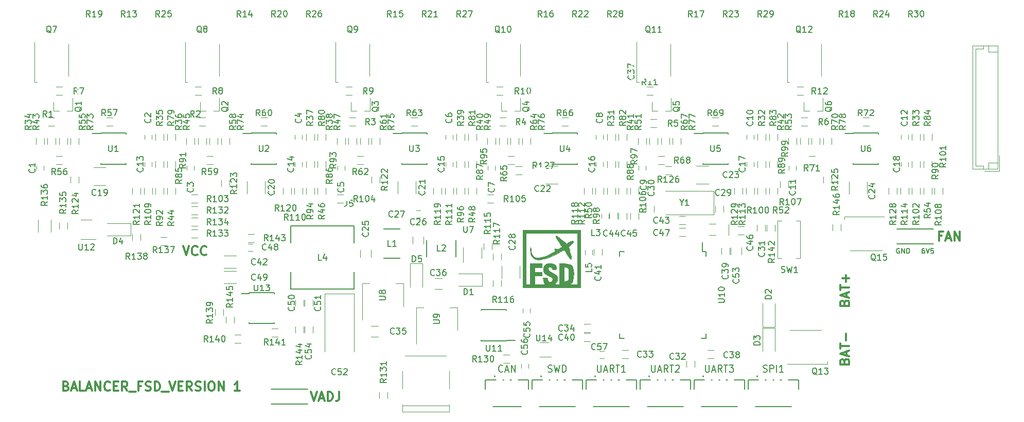
<source format=gto>
G04 #@! TF.FileFunction,Legend,Top*
%FSLAX46Y46*%
G04 Gerber Fmt 4.6, Leading zero omitted, Abs format (unit mm)*
G04 Created by KiCad (PCBNEW 4.0.6) date 09/11/17 10:51:36*
%MOMM*%
%LPD*%
G01*
G04 APERTURE LIST*
%ADD10C,0.100000*%
%ADD11C,0.300000*%
%ADD12C,0.170000*%
%ADD13C,0.200000*%
%ADD14C,0.150000*%
%ADD15C,0.149860*%
%ADD16C,0.198120*%
%ADD17C,0.120000*%
%ADD18C,0.002540*%
%ADD19R,25.000000X8.000000*%
%ADD20C,1.524000*%
%ADD21R,0.280000X1.500000*%
%ADD22R,1.500000X0.280000*%
%ADD23R,0.599440X1.699260*%
%ADD24R,0.998220X2.697480*%
%ADD25C,3.200000*%
%ADD26R,1.850000X1.850000*%
%ADD27C,1.850000*%
%ADD28R,1.550000X0.600000*%
%ADD29R,2.000000X2.000000*%
%ADD30R,1.200000X0.700000*%
%ADD31R,4.290000X4.500000*%
%ADD32R,1.600000X1.550000*%
%ADD33R,1.200000X1.550000*%
%ADD34R,3.800000X2.000000*%
%ADD35R,1.500000X2.000000*%
%ADD36R,0.900000X1.200000*%
%ADD37R,1.200000X0.900000*%
%ADD38R,0.750000X1.200000*%
%ADD39R,1.300000X1.500000*%
%ADD40R,3.325000X2.500000*%
%ADD41R,0.500000X2.300000*%
%ADD42R,2.000000X2.500000*%
%ADD43C,0.900000*%
%ADD44R,1.501140X5.300980*%
%ADD45R,1.100000X1.100000*%
%ADD46R,1.200000X0.750000*%
%ADD47R,0.700000X1.200000*%
%ADD48R,4.500000X4.290000*%
%ADD49R,1.550000X1.600000*%
%ADD50R,1.550000X1.200000*%
%ADD51R,0.650000X2.000000*%
%ADD52R,1.910000X0.610000*%
%ADD53R,1.205000X1.550000*%
%ADD54R,3.400000X4.000000*%
%ADD55R,1.750000X1.800000*%
%ADD56R,2.500000X2.000000*%
%ADD57R,1.500000X1.300000*%
%ADD58R,5.300980X1.501140*%
%ADD59R,0.800000X0.900000*%
%ADD60R,1.700000X2.000000*%
%ADD61R,1.560000X0.650000*%
%ADD62R,1.600000X2.000000*%
%ADD63R,2.000000X1.600000*%
%ADD64R,2.700000X3.750000*%
%ADD65R,3.500000X4.000000*%
%ADD66R,1.500000X0.400000*%
%ADD67C,1.500000*%
G04 APERTURE END LIST*
D10*
D11*
X95917000Y-71314571D02*
X96417000Y-72814571D01*
X96917000Y-71314571D01*
X98274143Y-72671714D02*
X98202714Y-72743143D01*
X97988428Y-72814571D01*
X97845571Y-72814571D01*
X97631286Y-72743143D01*
X97488428Y-72600286D01*
X97417000Y-72457429D01*
X97345571Y-72171714D01*
X97345571Y-71957429D01*
X97417000Y-71671714D01*
X97488428Y-71528857D01*
X97631286Y-71386000D01*
X97845571Y-71314571D01*
X97988428Y-71314571D01*
X98202714Y-71386000D01*
X98274143Y-71457429D01*
X99774143Y-72671714D02*
X99702714Y-72743143D01*
X99488428Y-72814571D01*
X99345571Y-72814571D01*
X99131286Y-72743143D01*
X98988428Y-72600286D01*
X98917000Y-72457429D01*
X98845571Y-72171714D01*
X98845571Y-71957429D01*
X98917000Y-71671714D01*
X98988428Y-71528857D01*
X99131286Y-71386000D01*
X99345571Y-71314571D01*
X99488428Y-71314571D01*
X99702714Y-71386000D01*
X99774143Y-71457429D01*
X116915715Y-95317571D02*
X117415715Y-96817571D01*
X117915715Y-95317571D01*
X118344286Y-96389000D02*
X119058572Y-96389000D01*
X118201429Y-96817571D02*
X118701429Y-95317571D01*
X119201429Y-96817571D01*
X119701429Y-96817571D02*
X119701429Y-95317571D01*
X120058572Y-95317571D01*
X120272857Y-95389000D01*
X120415715Y-95531857D01*
X120487143Y-95674714D01*
X120558572Y-95960429D01*
X120558572Y-96174714D01*
X120487143Y-96460429D01*
X120415715Y-96603286D01*
X120272857Y-96746143D01*
X120058572Y-96817571D01*
X119701429Y-96817571D01*
X121630000Y-95317571D02*
X121630000Y-96389000D01*
X121558572Y-96603286D01*
X121415715Y-96746143D01*
X121201429Y-96817571D01*
X121058572Y-96817571D01*
D12*
X191390000Y-92052714D02*
X191547143Y-92109857D01*
X191809047Y-92109857D01*
X191913809Y-92052714D01*
X191966190Y-91995571D01*
X192018571Y-91881286D01*
X192018571Y-91767000D01*
X191966190Y-91652714D01*
X191913809Y-91595571D01*
X191809047Y-91538429D01*
X191599524Y-91481286D01*
X191494762Y-91424143D01*
X191442381Y-91367000D01*
X191390000Y-91252714D01*
X191390000Y-91138429D01*
X191442381Y-91024143D01*
X191494762Y-90967000D01*
X191599524Y-90909857D01*
X191861428Y-90909857D01*
X192018571Y-90967000D01*
X192490000Y-92109857D02*
X192490000Y-90909857D01*
X192909047Y-90909857D01*
X193013809Y-90967000D01*
X193066190Y-91024143D01*
X193118571Y-91138429D01*
X193118571Y-91309857D01*
X193066190Y-91424143D01*
X193013809Y-91481286D01*
X192909047Y-91538429D01*
X192490000Y-91538429D01*
X193590000Y-92109857D02*
X193590000Y-90909857D01*
X194690000Y-92109857D02*
X194061429Y-92109857D01*
X194375715Y-92109857D02*
X194375715Y-90909857D01*
X194270953Y-91081286D01*
X194166191Y-91195571D01*
X194061429Y-91252714D01*
X181871429Y-90909857D02*
X181871429Y-91881286D01*
X181923810Y-91995571D01*
X181976191Y-92052714D01*
X182080953Y-92109857D01*
X182290476Y-92109857D01*
X182395238Y-92052714D01*
X182447619Y-91995571D01*
X182500000Y-91881286D01*
X182500000Y-90909857D01*
X182971429Y-91767000D02*
X183495238Y-91767000D01*
X182866667Y-92109857D02*
X183233334Y-90909857D01*
X183600000Y-92109857D01*
X184595238Y-92109857D02*
X184228572Y-91538429D01*
X183966667Y-92109857D02*
X183966667Y-90909857D01*
X184385714Y-90909857D01*
X184490476Y-90967000D01*
X184542857Y-91024143D01*
X184595238Y-91138429D01*
X184595238Y-91309857D01*
X184542857Y-91424143D01*
X184490476Y-91481286D01*
X184385714Y-91538429D01*
X183966667Y-91538429D01*
X184909524Y-90909857D02*
X185538095Y-90909857D01*
X185223810Y-92109857D02*
X185223810Y-90909857D01*
X185800000Y-90909857D02*
X186480952Y-90909857D01*
X186114286Y-91367000D01*
X186271428Y-91367000D01*
X186376190Y-91424143D01*
X186428571Y-91481286D01*
X186480952Y-91595571D01*
X186480952Y-91881286D01*
X186428571Y-91995571D01*
X186376190Y-92052714D01*
X186271428Y-92109857D01*
X185957143Y-92109857D01*
X185852381Y-92052714D01*
X185800000Y-91995571D01*
X172981429Y-90909857D02*
X172981429Y-91881286D01*
X173033810Y-91995571D01*
X173086191Y-92052714D01*
X173190953Y-92109857D01*
X173400476Y-92109857D01*
X173505238Y-92052714D01*
X173557619Y-91995571D01*
X173610000Y-91881286D01*
X173610000Y-90909857D01*
X174081429Y-91767000D02*
X174605238Y-91767000D01*
X173976667Y-92109857D02*
X174343334Y-90909857D01*
X174710000Y-92109857D01*
X175705238Y-92109857D02*
X175338572Y-91538429D01*
X175076667Y-92109857D02*
X175076667Y-90909857D01*
X175495714Y-90909857D01*
X175600476Y-90967000D01*
X175652857Y-91024143D01*
X175705238Y-91138429D01*
X175705238Y-91309857D01*
X175652857Y-91424143D01*
X175600476Y-91481286D01*
X175495714Y-91538429D01*
X175076667Y-91538429D01*
X176019524Y-90909857D02*
X176648095Y-90909857D01*
X176333810Y-92109857D02*
X176333810Y-90909857D01*
X176962381Y-91024143D02*
X177014762Y-90967000D01*
X177119524Y-90909857D01*
X177381428Y-90909857D01*
X177486190Y-90967000D01*
X177538571Y-91024143D01*
X177590952Y-91138429D01*
X177590952Y-91252714D01*
X177538571Y-91424143D01*
X176910000Y-92109857D01*
X177590952Y-92109857D01*
X164091429Y-90909857D02*
X164091429Y-91881286D01*
X164143810Y-91995571D01*
X164196191Y-92052714D01*
X164300953Y-92109857D01*
X164510476Y-92109857D01*
X164615238Y-92052714D01*
X164667619Y-91995571D01*
X164720000Y-91881286D01*
X164720000Y-90909857D01*
X165191429Y-91767000D02*
X165715238Y-91767000D01*
X165086667Y-92109857D02*
X165453334Y-90909857D01*
X165820000Y-92109857D01*
X166815238Y-92109857D02*
X166448572Y-91538429D01*
X166186667Y-92109857D02*
X166186667Y-90909857D01*
X166605714Y-90909857D01*
X166710476Y-90967000D01*
X166762857Y-91024143D01*
X166815238Y-91138429D01*
X166815238Y-91309857D01*
X166762857Y-91424143D01*
X166710476Y-91481286D01*
X166605714Y-91538429D01*
X166186667Y-91538429D01*
X167129524Y-90909857D02*
X167758095Y-90909857D01*
X167443810Y-92109857D02*
X167443810Y-90909857D01*
X168700952Y-92109857D02*
X168072381Y-92109857D01*
X168386667Y-92109857D02*
X168386667Y-90909857D01*
X168281905Y-91081286D01*
X168177143Y-91195571D01*
X168072381Y-91252714D01*
X155987143Y-92052714D02*
X156144286Y-92109857D01*
X156406190Y-92109857D01*
X156510952Y-92052714D01*
X156563333Y-91995571D01*
X156615714Y-91881286D01*
X156615714Y-91767000D01*
X156563333Y-91652714D01*
X156510952Y-91595571D01*
X156406190Y-91538429D01*
X156196667Y-91481286D01*
X156091905Y-91424143D01*
X156039524Y-91367000D01*
X155987143Y-91252714D01*
X155987143Y-91138429D01*
X156039524Y-91024143D01*
X156091905Y-90967000D01*
X156196667Y-90909857D01*
X156458571Y-90909857D01*
X156615714Y-90967000D01*
X156982381Y-90909857D02*
X157244286Y-92109857D01*
X157453809Y-91252714D01*
X157663333Y-92109857D01*
X157925238Y-90909857D01*
X158344286Y-92109857D02*
X158344286Y-90909857D01*
X158606191Y-90909857D01*
X158763333Y-90967000D01*
X158868095Y-91081286D01*
X158920476Y-91195571D01*
X158972857Y-91424143D01*
X158972857Y-91595571D01*
X158920476Y-91824143D01*
X158868095Y-91938429D01*
X158763333Y-92052714D01*
X158606191Y-92109857D01*
X158344286Y-92109857D01*
X148517857Y-91995571D02*
X148465476Y-92052714D01*
X148308333Y-92109857D01*
X148203571Y-92109857D01*
X148046429Y-92052714D01*
X147941667Y-91938429D01*
X147889286Y-91824143D01*
X147836905Y-91595571D01*
X147836905Y-91424143D01*
X147889286Y-91195571D01*
X147941667Y-91081286D01*
X148046429Y-90967000D01*
X148203571Y-90909857D01*
X148308333Y-90909857D01*
X148465476Y-90967000D01*
X148517857Y-91024143D01*
X148936905Y-91767000D02*
X149460714Y-91767000D01*
X148832143Y-92109857D02*
X149198810Y-90909857D01*
X149565476Y-92109857D01*
X149932143Y-92109857D02*
X149932143Y-90909857D01*
X150560714Y-92109857D01*
X150560714Y-90909857D01*
D11*
X204743857Y-90300714D02*
X204815286Y-90086428D01*
X204886714Y-90015000D01*
X205029571Y-89943571D01*
X205243857Y-89943571D01*
X205386714Y-90015000D01*
X205458143Y-90086428D01*
X205529571Y-90229286D01*
X205529571Y-90800714D01*
X204029571Y-90800714D01*
X204029571Y-90300714D01*
X204101000Y-90157857D01*
X204172429Y-90086428D01*
X204315286Y-90015000D01*
X204458143Y-90015000D01*
X204601000Y-90086428D01*
X204672429Y-90157857D01*
X204743857Y-90300714D01*
X204743857Y-90800714D01*
X205101000Y-89372143D02*
X205101000Y-88657857D01*
X205529571Y-89515000D02*
X204029571Y-89015000D01*
X205529571Y-88515000D01*
X204029571Y-88229286D02*
X204029571Y-87372143D01*
X205529571Y-87800714D02*
X204029571Y-87800714D01*
X204958143Y-86872143D02*
X204958143Y-85729286D01*
X204743857Y-80648714D02*
X204815286Y-80434428D01*
X204886714Y-80363000D01*
X205029571Y-80291571D01*
X205243857Y-80291571D01*
X205386714Y-80363000D01*
X205458143Y-80434428D01*
X205529571Y-80577286D01*
X205529571Y-81148714D01*
X204029571Y-81148714D01*
X204029571Y-80648714D01*
X204101000Y-80505857D01*
X204172429Y-80434428D01*
X204315286Y-80363000D01*
X204458143Y-80363000D01*
X204601000Y-80434428D01*
X204672429Y-80505857D01*
X204743857Y-80648714D01*
X204743857Y-81148714D01*
X205101000Y-79720143D02*
X205101000Y-79005857D01*
X205529571Y-79863000D02*
X204029571Y-79363000D01*
X205529571Y-78863000D01*
X204029571Y-78577286D02*
X204029571Y-77720143D01*
X205529571Y-78148714D02*
X204029571Y-78148714D01*
X204958143Y-77220143D02*
X204958143Y-76077286D01*
X205529571Y-76648715D02*
X204386714Y-76648715D01*
X76678001Y-94380857D02*
X76892287Y-94452286D01*
X76963715Y-94523714D01*
X77035144Y-94666571D01*
X77035144Y-94880857D01*
X76963715Y-95023714D01*
X76892287Y-95095143D01*
X76749429Y-95166571D01*
X76178001Y-95166571D01*
X76178001Y-93666571D01*
X76678001Y-93666571D01*
X76820858Y-93738000D01*
X76892287Y-93809429D01*
X76963715Y-93952286D01*
X76963715Y-94095143D01*
X76892287Y-94238000D01*
X76820858Y-94309429D01*
X76678001Y-94380857D01*
X76178001Y-94380857D01*
X77606572Y-94738000D02*
X78320858Y-94738000D01*
X77463715Y-95166571D02*
X77963715Y-93666571D01*
X78463715Y-95166571D01*
X79678001Y-95166571D02*
X78963715Y-95166571D01*
X78963715Y-93666571D01*
X80106572Y-94738000D02*
X80820858Y-94738000D01*
X79963715Y-95166571D02*
X80463715Y-93666571D01*
X80963715Y-95166571D01*
X81463715Y-95166571D02*
X81463715Y-93666571D01*
X82320858Y-95166571D01*
X82320858Y-93666571D01*
X83892287Y-95023714D02*
X83820858Y-95095143D01*
X83606572Y-95166571D01*
X83463715Y-95166571D01*
X83249430Y-95095143D01*
X83106572Y-94952286D01*
X83035144Y-94809429D01*
X82963715Y-94523714D01*
X82963715Y-94309429D01*
X83035144Y-94023714D01*
X83106572Y-93880857D01*
X83249430Y-93738000D01*
X83463715Y-93666571D01*
X83606572Y-93666571D01*
X83820858Y-93738000D01*
X83892287Y-93809429D01*
X84535144Y-94380857D02*
X85035144Y-94380857D01*
X85249430Y-95166571D02*
X84535144Y-95166571D01*
X84535144Y-93666571D01*
X85249430Y-93666571D01*
X86749430Y-95166571D02*
X86249430Y-94452286D01*
X85892287Y-95166571D02*
X85892287Y-93666571D01*
X86463715Y-93666571D01*
X86606573Y-93738000D01*
X86678001Y-93809429D01*
X86749430Y-93952286D01*
X86749430Y-94166571D01*
X86678001Y-94309429D01*
X86606573Y-94380857D01*
X86463715Y-94452286D01*
X85892287Y-94452286D01*
X87035144Y-95309429D02*
X88178001Y-95309429D01*
X89035144Y-94380857D02*
X88535144Y-94380857D01*
X88535144Y-95166571D02*
X88535144Y-93666571D01*
X89249430Y-93666571D01*
X89749429Y-95095143D02*
X89963715Y-95166571D01*
X90320858Y-95166571D01*
X90463715Y-95095143D01*
X90535144Y-95023714D01*
X90606572Y-94880857D01*
X90606572Y-94738000D01*
X90535144Y-94595143D01*
X90463715Y-94523714D01*
X90320858Y-94452286D01*
X90035144Y-94380857D01*
X89892286Y-94309429D01*
X89820858Y-94238000D01*
X89749429Y-94095143D01*
X89749429Y-93952286D01*
X89820858Y-93809429D01*
X89892286Y-93738000D01*
X90035144Y-93666571D01*
X90392286Y-93666571D01*
X90606572Y-93738000D01*
X91249429Y-95166571D02*
X91249429Y-93666571D01*
X91606572Y-93666571D01*
X91820857Y-93738000D01*
X91963715Y-93880857D01*
X92035143Y-94023714D01*
X92106572Y-94309429D01*
X92106572Y-94523714D01*
X92035143Y-94809429D01*
X91963715Y-94952286D01*
X91820857Y-95095143D01*
X91606572Y-95166571D01*
X91249429Y-95166571D01*
X92392286Y-95309429D02*
X93535143Y-95309429D01*
X93678000Y-93666571D02*
X94178000Y-95166571D01*
X94678000Y-93666571D01*
X95178000Y-94380857D02*
X95678000Y-94380857D01*
X95892286Y-95166571D02*
X95178000Y-95166571D01*
X95178000Y-93666571D01*
X95892286Y-93666571D01*
X97392286Y-95166571D02*
X96892286Y-94452286D01*
X96535143Y-95166571D02*
X96535143Y-93666571D01*
X97106571Y-93666571D01*
X97249429Y-93738000D01*
X97320857Y-93809429D01*
X97392286Y-93952286D01*
X97392286Y-94166571D01*
X97320857Y-94309429D01*
X97249429Y-94380857D01*
X97106571Y-94452286D01*
X96535143Y-94452286D01*
X97963714Y-95095143D02*
X98178000Y-95166571D01*
X98535143Y-95166571D01*
X98678000Y-95095143D01*
X98749429Y-95023714D01*
X98820857Y-94880857D01*
X98820857Y-94738000D01*
X98749429Y-94595143D01*
X98678000Y-94523714D01*
X98535143Y-94452286D01*
X98249429Y-94380857D01*
X98106571Y-94309429D01*
X98035143Y-94238000D01*
X97963714Y-94095143D01*
X97963714Y-93952286D01*
X98035143Y-93809429D01*
X98106571Y-93738000D01*
X98249429Y-93666571D01*
X98606571Y-93666571D01*
X98820857Y-93738000D01*
X99463714Y-95166571D02*
X99463714Y-93666571D01*
X100463714Y-93666571D02*
X100749428Y-93666571D01*
X100892286Y-93738000D01*
X101035143Y-93880857D01*
X101106571Y-94166571D01*
X101106571Y-94666571D01*
X101035143Y-94952286D01*
X100892286Y-95095143D01*
X100749428Y-95166571D01*
X100463714Y-95166571D01*
X100320857Y-95095143D01*
X100178000Y-94952286D01*
X100106571Y-94666571D01*
X100106571Y-94166571D01*
X100178000Y-93880857D01*
X100320857Y-93738000D01*
X100463714Y-93666571D01*
X101749429Y-95166571D02*
X101749429Y-93666571D01*
X102606572Y-95166571D01*
X102606572Y-93666571D01*
X105249429Y-95166571D02*
X104392286Y-95166571D01*
X104820858Y-95166571D02*
X104820858Y-93666571D01*
X104678001Y-93880857D01*
X104535143Y-94023714D01*
X104392286Y-94095143D01*
D13*
X217868571Y-71697905D02*
X217716190Y-71697905D01*
X217640000Y-71736000D01*
X217601905Y-71774095D01*
X217525714Y-71888381D01*
X217487619Y-72040762D01*
X217487619Y-72345524D01*
X217525714Y-72421714D01*
X217563809Y-72459810D01*
X217640000Y-72497905D01*
X217792381Y-72497905D01*
X217868571Y-72459810D01*
X217906667Y-72421714D01*
X217944762Y-72345524D01*
X217944762Y-72155048D01*
X217906667Y-72078857D01*
X217868571Y-72040762D01*
X217792381Y-72002667D01*
X217640000Y-72002667D01*
X217563809Y-72040762D01*
X217525714Y-72078857D01*
X217487619Y-72155048D01*
X218173333Y-71697905D02*
X218440000Y-72497905D01*
X218706667Y-71697905D01*
X219354286Y-71697905D02*
X218973333Y-71697905D01*
X218935238Y-72078857D01*
X218973333Y-72040762D01*
X219049524Y-72002667D01*
X219240000Y-72002667D01*
X219316190Y-72040762D01*
X219354286Y-72078857D01*
X219392381Y-72155048D01*
X219392381Y-72345524D01*
X219354286Y-72421714D01*
X219316190Y-72459810D01*
X219240000Y-72497905D01*
X219049524Y-72497905D01*
X218973333Y-72459810D01*
X218935238Y-72421714D01*
X213766477Y-71736000D02*
X213690286Y-71697905D01*
X213576001Y-71697905D01*
X213461715Y-71736000D01*
X213385524Y-71812190D01*
X213347429Y-71888381D01*
X213309334Y-72040762D01*
X213309334Y-72155048D01*
X213347429Y-72307429D01*
X213385524Y-72383619D01*
X213461715Y-72459810D01*
X213576001Y-72497905D01*
X213652191Y-72497905D01*
X213766477Y-72459810D01*
X213804572Y-72421714D01*
X213804572Y-72155048D01*
X213652191Y-72155048D01*
X214147429Y-72497905D02*
X214147429Y-71697905D01*
X214604572Y-72497905D01*
X214604572Y-71697905D01*
X214985524Y-72497905D02*
X214985524Y-71697905D01*
X215176000Y-71697905D01*
X215290286Y-71736000D01*
X215366477Y-71812190D01*
X215404572Y-71888381D01*
X215442667Y-72040762D01*
X215442667Y-72155048D01*
X215404572Y-72307429D01*
X215366477Y-72383619D01*
X215290286Y-72459810D01*
X215176000Y-72497905D01*
X214985524Y-72497905D01*
D11*
X220781715Y-69610857D02*
X220281715Y-69610857D01*
X220281715Y-70396571D02*
X220281715Y-68896571D01*
X220996001Y-68896571D01*
X221496000Y-69968000D02*
X222210286Y-69968000D01*
X221353143Y-70396571D02*
X221853143Y-68896571D01*
X222353143Y-70396571D01*
X222853143Y-70396571D02*
X222853143Y-68896571D01*
X223710286Y-70396571D01*
X223710286Y-68896571D01*
D14*
X182004000Y-72242000D02*
X181354000Y-72242000D01*
X182004000Y-86492000D02*
X181244000Y-86492000D01*
X167754000Y-86492000D02*
X168514000Y-86492000D01*
X167754000Y-72242000D02*
X168514000Y-72242000D01*
X182004000Y-72242000D02*
X182004000Y-73002000D01*
X167754000Y-72242000D02*
X167754000Y-73002000D01*
X167754000Y-86492000D02*
X167754000Y-85732000D01*
X182004000Y-86492000D02*
X182004000Y-85732000D01*
X181354000Y-72242000D02*
X181354000Y-70717000D01*
D15*
X152773380Y-94891860D02*
X152773380Y-93390720D01*
X152773380Y-93390720D02*
X151048720Y-93390720D01*
X148701760Y-93390720D02*
X148501100Y-93390720D01*
X147401280Y-93390720D02*
X145676620Y-93390720D01*
X145676620Y-93390720D02*
X145676620Y-94891860D01*
X146900900Y-97790000D02*
X151549100Y-97790000D01*
X149948900Y-93390720D02*
X149748240Y-93390720D01*
D16*
X147299680Y-92791280D02*
G75*
G03X147299680Y-92791280I-99060J0D01*
G01*
D15*
X161653220Y-94891860D02*
X161653220Y-93390720D01*
X161653220Y-93390720D02*
X159928560Y-93390720D01*
X156331920Y-93390720D02*
X156131260Y-93390720D01*
X155031440Y-93390720D02*
X153306780Y-93390720D01*
X153306780Y-93390720D02*
X153306780Y-94891860D01*
X154531060Y-97790000D02*
X160428940Y-97790000D01*
X157579060Y-93390720D02*
X157380940Y-93390720D01*
X158828740Y-93390720D02*
X158628080Y-93390720D01*
D16*
X154929840Y-92791280D02*
G75*
G03X154929840Y-92791280I-99060J0D01*
G01*
D15*
X170543220Y-94891860D02*
X170543220Y-93390720D01*
X170543220Y-93390720D02*
X168818560Y-93390720D01*
X165221920Y-93390720D02*
X165021260Y-93390720D01*
X163921440Y-93390720D02*
X162196780Y-93390720D01*
X162196780Y-93390720D02*
X162196780Y-94891860D01*
X163421060Y-97790000D02*
X169318940Y-97790000D01*
X166469060Y-93390720D02*
X166270940Y-93390720D01*
X167718740Y-93390720D02*
X167518080Y-93390720D01*
D16*
X163819840Y-92791280D02*
G75*
G03X163819840Y-92791280I-99060J0D01*
G01*
D15*
X179433220Y-94891860D02*
X179433220Y-93390720D01*
X179433220Y-93390720D02*
X177708560Y-93390720D01*
X174111920Y-93390720D02*
X173911260Y-93390720D01*
X172811440Y-93390720D02*
X171086780Y-93390720D01*
X171086780Y-93390720D02*
X171086780Y-94891860D01*
X172311060Y-97790000D02*
X178208940Y-97790000D01*
X175359060Y-93390720D02*
X175160940Y-93390720D01*
X176608740Y-93390720D02*
X176408080Y-93390720D01*
D16*
X172709840Y-92791280D02*
G75*
G03X172709840Y-92791280I-99060J0D01*
G01*
D15*
X188323220Y-94891860D02*
X188323220Y-93390720D01*
X188323220Y-93390720D02*
X186598560Y-93390720D01*
X183001920Y-93390720D02*
X182801260Y-93390720D01*
X181701440Y-93390720D02*
X179976780Y-93390720D01*
X179976780Y-93390720D02*
X179976780Y-94891860D01*
X181201060Y-97790000D02*
X187098940Y-97790000D01*
X184249060Y-93390720D02*
X184050940Y-93390720D01*
X185498740Y-93390720D02*
X185298080Y-93390720D01*
D16*
X181599840Y-92791280D02*
G75*
G03X181599840Y-92791280I-99060J0D01*
G01*
D15*
X197213220Y-94891860D02*
X197213220Y-93390720D01*
X197213220Y-93390720D02*
X195488560Y-93390720D01*
X191891920Y-93390720D02*
X191691260Y-93390720D01*
X190591440Y-93390720D02*
X188866780Y-93390720D01*
X188866780Y-93390720D02*
X188866780Y-94891860D01*
X190091060Y-97790000D02*
X195988940Y-97790000D01*
X193139060Y-93390720D02*
X192940940Y-93390720D01*
X194388740Y-93390720D02*
X194188080Y-93390720D01*
D16*
X190489840Y-92791280D02*
G75*
G03X190489840Y-92791280I-99060J0D01*
G01*
D17*
X225834000Y-58577000D02*
X229934000Y-58577000D01*
X229934000Y-58577000D02*
X229934000Y-38277000D01*
X229934000Y-38277000D02*
X225834000Y-38277000D01*
X225834000Y-38277000D02*
X225834000Y-58577000D01*
X227584000Y-58577000D02*
X227584000Y-58077000D01*
X227584000Y-58077000D02*
X226334000Y-58077000D01*
X226334000Y-58077000D02*
X226334000Y-38777000D01*
X226334000Y-38777000D02*
X227584000Y-38777000D01*
X227584000Y-38777000D02*
X227584000Y-38277000D01*
X228434000Y-58577000D02*
X228434000Y-57577000D01*
X228434000Y-57577000D02*
X229934000Y-57577000D01*
X228434000Y-38277000D02*
X228434000Y-39277000D01*
X228434000Y-39277000D02*
X229934000Y-39277000D01*
X227734000Y-58877000D02*
X230234000Y-58877000D01*
X230234000Y-58877000D02*
X230234000Y-56377000D01*
D14*
X149141000Y-86903000D02*
X149141000Y-86853000D01*
X144991000Y-86903000D02*
X144991000Y-86758000D01*
X144991000Y-81753000D02*
X144991000Y-81898000D01*
X149141000Y-81753000D02*
X149141000Y-81898000D01*
X149141000Y-86903000D02*
X144991000Y-86903000D01*
X149141000Y-81753000D02*
X144991000Y-81753000D01*
X149141000Y-86853000D02*
X150541000Y-86853000D01*
X213408000Y-68498000D02*
X219408000Y-68498000D01*
X213408000Y-70948000D02*
X219408000Y-70948000D01*
D17*
X201966000Y-90737000D02*
X201966000Y-90337000D01*
X195366000Y-90737000D02*
X201966000Y-90737000D01*
X195766000Y-85137000D02*
X200966000Y-85137000D01*
D14*
X116411000Y-97364000D02*
X110411000Y-97364000D01*
X116411000Y-94914000D02*
X110411000Y-94914000D01*
D17*
X141078000Y-81402000D02*
X139818000Y-81402000D01*
X134258000Y-81402000D02*
X135518000Y-81402000D01*
X141078000Y-85162000D02*
X141078000Y-81402000D01*
X134258000Y-87412000D02*
X134258000Y-81402000D01*
X204134000Y-67742000D02*
X204134000Y-68742000D01*
X202774000Y-68742000D02*
X202774000Y-67742000D01*
X183253000Y-89834000D02*
X182253000Y-89834000D01*
X182253000Y-88474000D02*
X183253000Y-88474000D01*
X107645000Y-70657000D02*
X106645000Y-70657000D01*
X106645000Y-69297000D02*
X107645000Y-69297000D01*
X166071000Y-66794000D02*
X166071000Y-65794000D01*
X167431000Y-65794000D02*
X167431000Y-66794000D01*
X162087000Y-72679000D02*
X162087000Y-71979000D01*
X163287000Y-71979000D02*
X163287000Y-72679000D01*
X177597000Y-66376000D02*
X178597000Y-66376000D01*
X178597000Y-67736000D02*
X177597000Y-67736000D01*
X175268000Y-58121000D02*
X176268000Y-58121000D01*
X176268000Y-59481000D02*
X175268000Y-59481000D01*
X191815000Y-52840000D02*
X191815000Y-53840000D01*
X190455000Y-53840000D02*
X190455000Y-52840000D01*
X186064000Y-72689000D02*
X186064000Y-71489000D01*
X187824000Y-71489000D02*
X187824000Y-72689000D01*
X124325000Y-51480000D02*
X123325000Y-51480000D01*
X123325000Y-50120000D02*
X124325000Y-50120000D01*
D14*
X107145000Y-52670000D02*
X107145000Y-52720000D01*
X111295000Y-52670000D02*
X111295000Y-52815000D01*
X111295000Y-57820000D02*
X111295000Y-57675000D01*
X107145000Y-57820000D02*
X107145000Y-57675000D01*
X107145000Y-52670000D02*
X111295000Y-52670000D01*
X107145000Y-57820000D02*
X111295000Y-57820000D01*
X107145000Y-52720000D02*
X105745000Y-52720000D01*
D17*
X175235000Y-66085000D02*
X183210000Y-66085000D01*
X183210000Y-66085000D02*
X183210000Y-62185000D01*
X183210000Y-62185000D02*
X175235000Y-62185000D01*
X132040000Y-97595000D02*
X139740000Y-97595000D01*
X132040000Y-98595000D02*
X139740000Y-98595000D01*
X139740000Y-98595000D02*
X139740000Y-89395000D01*
X139740000Y-89395000D02*
X132040000Y-89395000D01*
X132040000Y-89395000D02*
X132040000Y-98595000D01*
D14*
X130302000Y-68453000D02*
X132080000Y-68453000D01*
X132080000Y-68453000D02*
X132715000Y-69088000D01*
X132715000Y-69088000D02*
X132715000Y-72644000D01*
X132715000Y-72644000D02*
X132080000Y-73279000D01*
X132080000Y-73279000D02*
X128524000Y-73279000D01*
X128524000Y-73279000D02*
X127889000Y-72644000D01*
X127889000Y-72644000D02*
X127889000Y-69088000D01*
X127889000Y-69088000D02*
X128524000Y-68453000D01*
X128524000Y-68453000D02*
X130302000Y-68453000D01*
D17*
X193278000Y-84798000D02*
X191278000Y-84798000D01*
X191278000Y-84798000D02*
X191278000Y-88648000D01*
X193278000Y-84798000D02*
X193278000Y-88648000D01*
X134270000Y-65440000D02*
X134970000Y-65440000D01*
X134970000Y-66640000D02*
X134270000Y-66640000D01*
X71495000Y-44240000D02*
X71895000Y-44240000D01*
X71495000Y-37640000D02*
X71495000Y-44240000D01*
X77095000Y-38040000D02*
X77095000Y-43240000D01*
X89570000Y-53690000D02*
X89570000Y-52990000D01*
X90770000Y-52990000D02*
X90770000Y-53690000D01*
X178597000Y-69641000D02*
X177597000Y-69641000D01*
X177597000Y-68281000D02*
X178597000Y-68281000D01*
X145070000Y-73270000D02*
X145070000Y-71510000D01*
X142000000Y-71510000D02*
X142000000Y-73940000D01*
D14*
X106796500Y-78946000D02*
X106796500Y-79146000D01*
X110946500Y-78946000D02*
X110946500Y-79146000D01*
X110946500Y-84096000D02*
X110946500Y-83896000D01*
X106796500Y-84096000D02*
X106796500Y-83896000D01*
X106796500Y-78946000D02*
X110946500Y-78946000D01*
X106796500Y-84096000D02*
X110946500Y-84096000D01*
X106796500Y-79146000D02*
X105496500Y-79146000D01*
D17*
X104312000Y-82982000D02*
X104312000Y-83982000D01*
X102952000Y-83982000D02*
X102952000Y-82982000D01*
X102534000Y-81712000D02*
X102534000Y-82712000D01*
X101174000Y-82712000D02*
X101174000Y-81712000D01*
X213405000Y-61730000D02*
X213405000Y-62730000D01*
X212045000Y-62730000D02*
X212045000Y-61730000D01*
X73070000Y-53475000D02*
X73070000Y-54475000D01*
X71710000Y-54475000D02*
X71710000Y-53475000D01*
X183557000Y-69530000D02*
X182457000Y-69530000D01*
X183557000Y-67630000D02*
X182457000Y-67630000D01*
X185707000Y-69480000D02*
X185707000Y-67680000D01*
X72990000Y-58070000D02*
X72990000Y-58770000D01*
X71790000Y-58770000D02*
X71790000Y-58070000D01*
X97755000Y-58070000D02*
X97755000Y-58770000D01*
X96555000Y-58770000D02*
X96555000Y-58070000D01*
X114335000Y-53690000D02*
X114335000Y-52990000D01*
X115535000Y-52990000D02*
X115535000Y-53690000D01*
X122520000Y-58070000D02*
X122520000Y-58770000D01*
X121320000Y-58770000D02*
X121320000Y-58070000D01*
X139100000Y-53690000D02*
X139100000Y-52990000D01*
X140300000Y-52990000D02*
X140300000Y-53690000D01*
X147285000Y-58070000D02*
X147285000Y-58770000D01*
X146085000Y-58770000D02*
X146085000Y-58070000D01*
X163865000Y-53690000D02*
X163865000Y-52990000D01*
X165065000Y-52990000D02*
X165065000Y-53690000D01*
X172050000Y-58070000D02*
X172050000Y-58770000D01*
X170850000Y-58770000D02*
X170850000Y-58070000D01*
X188630000Y-53690000D02*
X188630000Y-52990000D01*
X189830000Y-52990000D02*
X189830000Y-53690000D01*
X196815000Y-58070000D02*
X196815000Y-58770000D01*
X195615000Y-58770000D02*
X195615000Y-58070000D01*
X214030000Y-53690000D02*
X214030000Y-52990000D01*
X215230000Y-52990000D02*
X215230000Y-53690000D01*
X90770000Y-57435000D02*
X90770000Y-58135000D01*
X89570000Y-58135000D02*
X89570000Y-57435000D01*
X115535000Y-57435000D02*
X115535000Y-58135000D01*
X114335000Y-58135000D02*
X114335000Y-57435000D01*
X140300000Y-57435000D02*
X140300000Y-58135000D01*
X139100000Y-58135000D02*
X139100000Y-57435000D01*
X165065000Y-57435000D02*
X165065000Y-58135000D01*
X163865000Y-58135000D02*
X163865000Y-57435000D01*
X189830000Y-57435000D02*
X189830000Y-58135000D01*
X188630000Y-58135000D02*
X188630000Y-57435000D01*
X215230000Y-57435000D02*
X215230000Y-58135000D01*
X214030000Y-58135000D02*
X214030000Y-57435000D01*
X81201000Y-61297000D02*
X83201000Y-61297000D01*
X83201000Y-58337000D02*
X81201000Y-58337000D01*
X109430000Y-62595000D02*
X109430000Y-60595000D01*
X106470000Y-60595000D02*
X106470000Y-62595000D01*
X134195000Y-62595000D02*
X134195000Y-60595000D01*
X131235000Y-60595000D02*
X131235000Y-62595000D01*
X155591000Y-61043000D02*
X157591000Y-61043000D01*
X157591000Y-58083000D02*
X155591000Y-58083000D01*
X180356000Y-61043000D02*
X182356000Y-61043000D01*
X182356000Y-58083000D02*
X180356000Y-58083000D01*
X208490000Y-62690000D02*
X208490000Y-60690000D01*
X205530000Y-60690000D02*
X205530000Y-62690000D01*
X125104000Y-73117000D02*
X125104000Y-71917000D01*
X126864000Y-71917000D02*
X126864000Y-73117000D01*
X135500000Y-69758000D02*
X135500000Y-70958000D01*
X133740000Y-70958000D02*
X133740000Y-69758000D01*
X148380000Y-74565000D02*
X148380000Y-76565000D01*
X151340000Y-76565000D02*
X151340000Y-74565000D01*
X184830000Y-64694000D02*
X184830000Y-65694000D01*
X183470000Y-65694000D02*
X183470000Y-64694000D01*
X173400000Y-64651000D02*
X173400000Y-65651000D01*
X172040000Y-65651000D02*
X172040000Y-64651000D01*
X191688000Y-67826000D02*
X191688000Y-68826000D01*
X190328000Y-68826000D02*
X190328000Y-67826000D01*
X180131000Y-90262000D02*
X180131000Y-91262000D01*
X178771000Y-91262000D02*
X178771000Y-90262000D01*
X168156000Y-88474000D02*
X169156000Y-88474000D01*
X169156000Y-89834000D02*
X168156000Y-89834000D01*
X162933000Y-85516000D02*
X161933000Y-85516000D01*
X161933000Y-84156000D02*
X162933000Y-84156000D01*
X126828000Y-84464000D02*
X128028000Y-84464000D01*
X128028000Y-86224000D02*
X126828000Y-86224000D01*
X137322000Y-76590000D02*
X138522000Y-76590000D01*
X138522000Y-78350000D02*
X137322000Y-78350000D01*
X170860000Y-65837000D02*
X170860000Y-66837000D01*
X169500000Y-66837000D02*
X169500000Y-65837000D01*
X184486000Y-72593000D02*
X184486000Y-71593000D01*
X185846000Y-71593000D02*
X185846000Y-72593000D01*
X161933000Y-85680000D02*
X162933000Y-85680000D01*
X162933000Y-87040000D02*
X161933000Y-87040000D01*
X164891000Y-71806000D02*
X164891000Y-72806000D01*
X163531000Y-72806000D02*
X163531000Y-71806000D01*
X167595000Y-66837000D02*
X167595000Y-65837000D01*
X168955000Y-65837000D02*
X168955000Y-66837000D01*
X187249000Y-68027000D02*
X188249000Y-68027000D01*
X188249000Y-69387000D02*
X187249000Y-69387000D01*
X145125000Y-77835000D02*
X145125000Y-75835000D01*
X145125000Y-75835000D02*
X141225000Y-75835000D01*
X145125000Y-77835000D02*
X141225000Y-77835000D01*
X191278000Y-84620000D02*
X193278000Y-84620000D01*
X193278000Y-84620000D02*
X193278000Y-80770000D01*
X191278000Y-84620000D02*
X191278000Y-80770000D01*
X87290000Y-69580000D02*
X87290000Y-67580000D01*
X87290000Y-67580000D02*
X83440000Y-67580000D01*
X87290000Y-69580000D02*
X83440000Y-69580000D01*
D14*
X140843000Y-71755000D02*
X140843000Y-73533000D01*
X140843000Y-73533000D02*
X140208000Y-74168000D01*
X140208000Y-74168000D02*
X136652000Y-74168000D01*
X136652000Y-74168000D02*
X136017000Y-73533000D01*
X136017000Y-73533000D02*
X136017000Y-69977000D01*
X136017000Y-69977000D02*
X136652000Y-69342000D01*
X136652000Y-69342000D02*
X140208000Y-69342000D01*
X140208000Y-69342000D02*
X140843000Y-69977000D01*
X140843000Y-69977000D02*
X140843000Y-71755000D01*
D17*
X165954000Y-66010000D02*
X165954000Y-66710000D01*
X164754000Y-66710000D02*
X164754000Y-66010000D01*
X74620000Y-49020000D02*
X75550000Y-49020000D01*
X77780000Y-49020000D02*
X76850000Y-49020000D01*
X77780000Y-49020000D02*
X77780000Y-46860000D01*
X74620000Y-49020000D02*
X74620000Y-47560000D01*
X98750000Y-49020000D02*
X99680000Y-49020000D01*
X101910000Y-49020000D02*
X100980000Y-49020000D01*
X101910000Y-49020000D02*
X101910000Y-46860000D01*
X98750000Y-49020000D02*
X98750000Y-47560000D01*
X123515000Y-49020000D02*
X124445000Y-49020000D01*
X126675000Y-49020000D02*
X125745000Y-49020000D01*
X126675000Y-49020000D02*
X126675000Y-46860000D01*
X123515000Y-49020000D02*
X123515000Y-47560000D01*
X148280000Y-49020000D02*
X149210000Y-49020000D01*
X151440000Y-49020000D02*
X150510000Y-49020000D01*
X151440000Y-49020000D02*
X151440000Y-46860000D01*
X148280000Y-49020000D02*
X148280000Y-47560000D01*
X173045000Y-49020000D02*
X173975000Y-49020000D01*
X176205000Y-49020000D02*
X175275000Y-49020000D01*
X176205000Y-49020000D02*
X176205000Y-46860000D01*
X173045000Y-49020000D02*
X173045000Y-47560000D01*
X198064000Y-49020000D02*
X198994000Y-49020000D01*
X201224000Y-49020000D02*
X200294000Y-49020000D01*
X201224000Y-49020000D02*
X201224000Y-46860000D01*
X198064000Y-49020000D02*
X198064000Y-47560000D01*
X96260000Y-44240000D02*
X96660000Y-44240000D01*
X96260000Y-37640000D02*
X96260000Y-44240000D01*
X101860000Y-38040000D02*
X101860000Y-43240000D01*
X121025000Y-44240000D02*
X121425000Y-44240000D01*
X121025000Y-37640000D02*
X121025000Y-44240000D01*
X126625000Y-38040000D02*
X126625000Y-43240000D01*
X145790000Y-44240000D02*
X146190000Y-44240000D01*
X145790000Y-37640000D02*
X145790000Y-44240000D01*
X151390000Y-38040000D02*
X151390000Y-43240000D01*
X170555000Y-44240000D02*
X170955000Y-44240000D01*
X170555000Y-37640000D02*
X170555000Y-44240000D01*
X176155000Y-38040000D02*
X176155000Y-43240000D01*
X195320000Y-44240000D02*
X195720000Y-44240000D01*
X195320000Y-37640000D02*
X195320000Y-44240000D01*
X200920000Y-38040000D02*
X200920000Y-43240000D01*
X74795000Y-51480000D02*
X73795000Y-51480000D01*
X73795000Y-50120000D02*
X74795000Y-50120000D01*
X99560000Y-51480000D02*
X98560000Y-51480000D01*
X98560000Y-50120000D02*
X99560000Y-50120000D01*
X149047000Y-51480000D02*
X148047000Y-51480000D01*
X148047000Y-50120000D02*
X149047000Y-50120000D01*
X172855000Y-50374000D02*
X173855000Y-50374000D01*
X173855000Y-51734000D02*
X172855000Y-51734000D01*
X197620000Y-50120000D02*
X198620000Y-50120000D01*
X198620000Y-51480000D02*
X197620000Y-51480000D01*
X76065000Y-46400000D02*
X75065000Y-46400000D01*
X75065000Y-45040000D02*
X76065000Y-45040000D01*
X98925000Y-46400000D02*
X97925000Y-46400000D01*
X97925000Y-45040000D02*
X98925000Y-45040000D01*
X123690000Y-46400000D02*
X122690000Y-46400000D01*
X122690000Y-45040000D02*
X123690000Y-45040000D01*
X148498000Y-46400000D02*
X147498000Y-46400000D01*
X147498000Y-45040000D02*
X148498000Y-45040000D01*
X173220000Y-46400000D02*
X172220000Y-46400000D01*
X172220000Y-45040000D02*
X173220000Y-45040000D01*
X197985000Y-46400000D02*
X196985000Y-46400000D01*
X196985000Y-45040000D02*
X197985000Y-45040000D01*
X167050000Y-52840000D02*
X167050000Y-53840000D01*
X165690000Y-53840000D02*
X165690000Y-52840000D01*
X217215000Y-52840000D02*
X217215000Y-53840000D01*
X215855000Y-53840000D02*
X215855000Y-52840000D01*
X92755000Y-52840000D02*
X92755000Y-53840000D01*
X91395000Y-53840000D02*
X91395000Y-52840000D01*
X97835000Y-53475000D02*
X97835000Y-54475000D01*
X96475000Y-54475000D02*
X96475000Y-53475000D01*
X117520000Y-52840000D02*
X117520000Y-53840000D01*
X116160000Y-53840000D02*
X116160000Y-52840000D01*
X122600000Y-53475000D02*
X122600000Y-54475000D01*
X121240000Y-54475000D02*
X121240000Y-53475000D01*
X142285000Y-52840000D02*
X142285000Y-53840000D01*
X140925000Y-53840000D02*
X140925000Y-52840000D01*
X147365000Y-53475000D02*
X147365000Y-54475000D01*
X146005000Y-54475000D02*
X146005000Y-53475000D01*
X172130000Y-53475000D02*
X172130000Y-54475000D01*
X170770000Y-54475000D02*
X170770000Y-53475000D01*
X196895000Y-53475000D02*
X196895000Y-54475000D01*
X195535000Y-54475000D02*
X195535000Y-53475000D01*
X74975000Y-53475000D02*
X74975000Y-54475000D01*
X73615000Y-54475000D02*
X73615000Y-53475000D01*
X93300000Y-62730000D02*
X93300000Y-61730000D01*
X94660000Y-61730000D02*
X94660000Y-62730000D01*
X99740000Y-53475000D02*
X99740000Y-54475000D01*
X98380000Y-54475000D02*
X98380000Y-53475000D01*
X118065000Y-62730000D02*
X118065000Y-61730000D01*
X119425000Y-61730000D02*
X119425000Y-62730000D01*
X124505000Y-53475000D02*
X124505000Y-54475000D01*
X123145000Y-54475000D02*
X123145000Y-53475000D01*
X142830000Y-62730000D02*
X142830000Y-61730000D01*
X144190000Y-61730000D02*
X144190000Y-62730000D01*
X149270000Y-53475000D02*
X149270000Y-54475000D01*
X147910000Y-54475000D02*
X147910000Y-53475000D01*
X167595000Y-62730000D02*
X167595000Y-61730000D01*
X168955000Y-61730000D02*
X168955000Y-62730000D01*
X174035000Y-53475000D02*
X174035000Y-54475000D01*
X172675000Y-54475000D02*
X172675000Y-53475000D01*
X192360000Y-62730000D02*
X192360000Y-61730000D01*
X193720000Y-61730000D02*
X193720000Y-62730000D01*
X198800000Y-53475000D02*
X198800000Y-54475000D01*
X197440000Y-54475000D02*
X197440000Y-53475000D01*
X217760000Y-62730000D02*
X217760000Y-61730000D01*
X219120000Y-61730000D02*
X219120000Y-62730000D01*
X75520000Y-54475000D02*
X75520000Y-53475000D01*
X76880000Y-53475000D02*
X76880000Y-54475000D01*
X75065000Y-56470000D02*
X76065000Y-56470000D01*
X76065000Y-57830000D02*
X75065000Y-57830000D01*
X84320000Y-51480000D02*
X83320000Y-51480000D01*
X83320000Y-50120000D02*
X84320000Y-50120000D01*
X100285000Y-54475000D02*
X100285000Y-53475000D01*
X101645000Y-53475000D02*
X101645000Y-54475000D01*
X99830000Y-56470000D02*
X100830000Y-56470000D01*
X100830000Y-57830000D02*
X99830000Y-57830000D01*
X109720000Y-51480000D02*
X108720000Y-51480000D01*
X108720000Y-50120000D02*
X109720000Y-50120000D01*
X125050000Y-54475000D02*
X125050000Y-53475000D01*
X126410000Y-53475000D02*
X126410000Y-54475000D01*
X124595000Y-56470000D02*
X125595000Y-56470000D01*
X125595000Y-57830000D02*
X124595000Y-57830000D01*
X134485000Y-51480000D02*
X133485000Y-51480000D01*
X133485000Y-50120000D02*
X134485000Y-50120000D01*
X149815000Y-54475000D02*
X149815000Y-53475000D01*
X151175000Y-53475000D02*
X151175000Y-54475000D01*
X149360000Y-56470000D02*
X150360000Y-56470000D01*
X150360000Y-57830000D02*
X149360000Y-57830000D01*
X159250000Y-51480000D02*
X158250000Y-51480000D01*
X158250000Y-50120000D02*
X159250000Y-50120000D01*
X174580000Y-54475000D02*
X174580000Y-53475000D01*
X175940000Y-53475000D02*
X175940000Y-54475000D01*
X174125000Y-56470000D02*
X175125000Y-56470000D01*
X175125000Y-57830000D02*
X174125000Y-57830000D01*
X184015000Y-51480000D02*
X183015000Y-51480000D01*
X183015000Y-50120000D02*
X184015000Y-50120000D01*
X199345000Y-54475000D02*
X199345000Y-53475000D01*
X200705000Y-53475000D02*
X200705000Y-54475000D01*
X198890000Y-56470000D02*
X199890000Y-56470000D01*
X199890000Y-57830000D02*
X198890000Y-57830000D01*
X208780000Y-51480000D02*
X207780000Y-51480000D01*
X207780000Y-50120000D02*
X208780000Y-50120000D01*
X77425000Y-54475000D02*
X77425000Y-53475000D01*
X78785000Y-53475000D02*
X78785000Y-54475000D01*
X102190000Y-54475000D02*
X102190000Y-53475000D01*
X103550000Y-53475000D02*
X103550000Y-54475000D01*
X126955000Y-54475000D02*
X126955000Y-53475000D01*
X128315000Y-53475000D02*
X128315000Y-54475000D01*
X151720000Y-54475000D02*
X151720000Y-53475000D01*
X153080000Y-53475000D02*
X153080000Y-54475000D01*
X176485000Y-54475000D02*
X176485000Y-53475000D01*
X177845000Y-53475000D02*
X177845000Y-54475000D01*
X201250000Y-54475000D02*
X201250000Y-53475000D01*
X202610000Y-53475000D02*
X202610000Y-54475000D01*
X94660000Y-52840000D02*
X94660000Y-53840000D01*
X93300000Y-53840000D02*
X93300000Y-52840000D01*
X119425000Y-52840000D02*
X119425000Y-53840000D01*
X118065000Y-53840000D02*
X118065000Y-52840000D01*
X144190000Y-52840000D02*
X144190000Y-53840000D01*
X142830000Y-53840000D02*
X142830000Y-52840000D01*
X168955000Y-52840000D02*
X168955000Y-53840000D01*
X167595000Y-53840000D02*
X167595000Y-52840000D01*
X193720000Y-52840000D02*
X193720000Y-53840000D01*
X192360000Y-53840000D02*
X192360000Y-52840000D01*
X219120000Y-52840000D02*
X219120000Y-53840000D01*
X217760000Y-53840000D02*
X217760000Y-52840000D01*
X91395000Y-58285000D02*
X91395000Y-57285000D01*
X92755000Y-57285000D02*
X92755000Y-58285000D01*
X116160000Y-58285000D02*
X116160000Y-57285000D01*
X117520000Y-57285000D02*
X117520000Y-58285000D01*
X140925000Y-58285000D02*
X140925000Y-57285000D01*
X142285000Y-57285000D02*
X142285000Y-58285000D01*
X165690000Y-58285000D02*
X165690000Y-57285000D01*
X167050000Y-57285000D02*
X167050000Y-58285000D01*
X190455000Y-58285000D02*
X190455000Y-57285000D01*
X191815000Y-57285000D02*
X191815000Y-58285000D01*
X215855000Y-58285000D02*
X215855000Y-57285000D01*
X217215000Y-57285000D02*
X217215000Y-58285000D01*
X94660000Y-57285000D02*
X94660000Y-58285000D01*
X93300000Y-58285000D02*
X93300000Y-57285000D01*
X92755000Y-61730000D02*
X92755000Y-62730000D01*
X91395000Y-62730000D02*
X91395000Y-61730000D01*
X119425000Y-57285000D02*
X119425000Y-58285000D01*
X118065000Y-58285000D02*
X118065000Y-57285000D01*
X117520000Y-61730000D02*
X117520000Y-62730000D01*
X116160000Y-62730000D02*
X116160000Y-61730000D01*
X144190000Y-57285000D02*
X144190000Y-58285000D01*
X142830000Y-58285000D02*
X142830000Y-57285000D01*
X142285000Y-61730000D02*
X142285000Y-62730000D01*
X140925000Y-62730000D02*
X140925000Y-61730000D01*
X168955000Y-57285000D02*
X168955000Y-58285000D01*
X167595000Y-58285000D02*
X167595000Y-57285000D01*
X167050000Y-61730000D02*
X167050000Y-62730000D01*
X165690000Y-62730000D02*
X165690000Y-61730000D01*
X193720000Y-57285000D02*
X193720000Y-58285000D01*
X192360000Y-58285000D02*
X192360000Y-57285000D01*
X191815000Y-61730000D02*
X191815000Y-62730000D01*
X190455000Y-62730000D02*
X190455000Y-61730000D01*
X219120000Y-57285000D02*
X219120000Y-58285000D01*
X217760000Y-58285000D02*
X217760000Y-57285000D01*
X217215000Y-61730000D02*
X217215000Y-62730000D01*
X215855000Y-62730000D02*
X215855000Y-61730000D01*
X98290000Y-64180000D02*
X97290000Y-64180000D01*
X97290000Y-62820000D02*
X98290000Y-62820000D01*
X122250000Y-64180000D02*
X121250000Y-64180000D01*
X121250000Y-62820000D02*
X122250000Y-62820000D01*
X147015000Y-64180000D02*
X146015000Y-64180000D01*
X146015000Y-62820000D02*
X147015000Y-62820000D01*
X169500000Y-62730000D02*
X169500000Y-61730000D01*
X170860000Y-61730000D02*
X170860000Y-62730000D01*
X194138000Y-61630000D02*
X194138000Y-60630000D01*
X195498000Y-60630000D02*
X195498000Y-61630000D01*
X219538000Y-62730000D02*
X219538000Y-61730000D01*
X220898000Y-61730000D02*
X220898000Y-62730000D01*
X89490000Y-62730000D02*
X89490000Y-61730000D01*
X90850000Y-61730000D02*
X90850000Y-62730000D01*
X114255000Y-62730000D02*
X114255000Y-61730000D01*
X115615000Y-61730000D02*
X115615000Y-62730000D01*
X139020000Y-62730000D02*
X139020000Y-61730000D01*
X140380000Y-61730000D02*
X140380000Y-62730000D01*
X163785000Y-62730000D02*
X163785000Y-61730000D01*
X165145000Y-61730000D02*
X165145000Y-62730000D01*
X188550000Y-62730000D02*
X188550000Y-61730000D01*
X189910000Y-61730000D02*
X189910000Y-62730000D01*
X213950000Y-62730000D02*
X213950000Y-61730000D01*
X215310000Y-61730000D02*
X215310000Y-62730000D01*
X145370000Y-71874000D02*
X145370000Y-70874000D01*
X146730000Y-70874000D02*
X146730000Y-71874000D01*
X146894000Y-77970000D02*
X146894000Y-76970000D01*
X148254000Y-76970000D02*
X148254000Y-77970000D01*
X146894000Y-73525000D02*
X146894000Y-72525000D01*
X148254000Y-72525000D02*
X148254000Y-73525000D01*
X161880000Y-62730000D02*
X161880000Y-61730000D01*
X163240000Y-61730000D02*
X163240000Y-62730000D01*
X137115000Y-62730000D02*
X137115000Y-61730000D01*
X138475000Y-61730000D02*
X138475000Y-62730000D01*
X112350000Y-62730000D02*
X112350000Y-61730000D01*
X113710000Y-61730000D02*
X113710000Y-62730000D01*
X87585000Y-62730000D02*
X87585000Y-61730000D01*
X88945000Y-61730000D02*
X88945000Y-62730000D01*
X126955000Y-60825000D02*
X126955000Y-59825000D01*
X128315000Y-59825000D02*
X128315000Y-60825000D01*
X102190000Y-61460000D02*
X102190000Y-60460000D01*
X103550000Y-60460000D02*
X103550000Y-61460000D01*
X77425000Y-60825000D02*
X77425000Y-59825000D01*
X78785000Y-59825000D02*
X78785000Y-60825000D01*
X202610000Y-59825000D02*
X202610000Y-60825000D01*
X201250000Y-60825000D02*
X201250000Y-59825000D01*
X150673000Y-58121000D02*
X151673000Y-58121000D01*
X151673000Y-59481000D02*
X150673000Y-59481000D01*
X188005000Y-61730000D02*
X188005000Y-62730000D01*
X186645000Y-62730000D02*
X186645000Y-61730000D01*
X149598000Y-90596000D02*
X148598000Y-90596000D01*
X148598000Y-89236000D02*
X149598000Y-89236000D01*
X129585000Y-95385000D02*
X129585000Y-96385000D01*
X128225000Y-96385000D02*
X128225000Y-95385000D01*
X98290000Y-66085000D02*
X97290000Y-66085000D01*
X97290000Y-64725000D02*
X98290000Y-64725000D01*
X97290000Y-68535000D02*
X98290000Y-68535000D01*
X98290000Y-69895000D02*
X97290000Y-69895000D01*
X98290000Y-67990000D02*
X97290000Y-67990000D01*
X97290000Y-66630000D02*
X98290000Y-66630000D01*
X76880000Y-67445000D02*
X76880000Y-68445000D01*
X75520000Y-68445000D02*
X75520000Y-67445000D01*
X74222000Y-66945000D02*
X74222000Y-68945000D01*
X72082000Y-68945000D02*
X72082000Y-66945000D01*
X92210000Y-69805000D02*
X93210000Y-69805000D01*
X93210000Y-71165000D02*
X92210000Y-71165000D01*
X87585000Y-70350000D02*
X87585000Y-69350000D01*
X88945000Y-69350000D02*
X88945000Y-70350000D01*
D14*
X82380000Y-52670000D02*
X82380000Y-52720000D01*
X86530000Y-52670000D02*
X86530000Y-52815000D01*
X86530000Y-57820000D02*
X86530000Y-57675000D01*
X82380000Y-57820000D02*
X82380000Y-57675000D01*
X82380000Y-52670000D02*
X86530000Y-52670000D01*
X82380000Y-57820000D02*
X86530000Y-57820000D01*
X82380000Y-52720000D02*
X80980000Y-52720000D01*
X131910000Y-52670000D02*
X131910000Y-52720000D01*
X136060000Y-52670000D02*
X136060000Y-52815000D01*
X136060000Y-57820000D02*
X136060000Y-57675000D01*
X131910000Y-57820000D02*
X131910000Y-57675000D01*
X131910000Y-52670000D02*
X136060000Y-52670000D01*
X131910000Y-57820000D02*
X136060000Y-57820000D01*
X131910000Y-52720000D02*
X130510000Y-52720000D01*
X156675000Y-52670000D02*
X156675000Y-52720000D01*
X160825000Y-52670000D02*
X160825000Y-52815000D01*
X160825000Y-57820000D02*
X160825000Y-57675000D01*
X156675000Y-57820000D02*
X156675000Y-57675000D01*
X156675000Y-52670000D02*
X160825000Y-52670000D01*
X156675000Y-57820000D02*
X160825000Y-57820000D01*
X156675000Y-52720000D02*
X155275000Y-52720000D01*
X181440000Y-52670000D02*
X181440000Y-52720000D01*
X185590000Y-52670000D02*
X185590000Y-52815000D01*
X185590000Y-57820000D02*
X185590000Y-57675000D01*
X181440000Y-57820000D02*
X181440000Y-57675000D01*
X181440000Y-52670000D02*
X185590000Y-52670000D01*
X181440000Y-57820000D02*
X185590000Y-57820000D01*
X181440000Y-52720000D02*
X180040000Y-52720000D01*
X206205000Y-52670000D02*
X206205000Y-52720000D01*
X210355000Y-52670000D02*
X210355000Y-52815000D01*
X210355000Y-57820000D02*
X210355000Y-57675000D01*
X206205000Y-57820000D02*
X206205000Y-57675000D01*
X206205000Y-52670000D02*
X210355000Y-52670000D01*
X206205000Y-57820000D02*
X210355000Y-57820000D01*
X206205000Y-52720000D02*
X204805000Y-52720000D01*
D17*
X132188000Y-77465000D02*
X130928000Y-77465000D01*
X125368000Y-77465000D02*
X126628000Y-77465000D01*
X132188000Y-81225000D02*
X132188000Y-77465000D01*
X125368000Y-83475000D02*
X125368000Y-77465000D01*
X80910000Y-66970000D02*
X79110000Y-66970000D01*
X79110000Y-70190000D02*
X81560000Y-70190000D01*
X135315200Y-74178600D02*
X133315200Y-74178600D01*
X133315200Y-74178600D02*
X133315200Y-78078600D01*
X135315200Y-74178600D02*
X135315200Y-78078600D01*
X151800000Y-82265000D02*
X151800000Y-81565000D01*
X153000000Y-81565000D02*
X153000000Y-82265000D01*
X204700000Y-66468000D02*
X204700000Y-66868000D01*
X211300000Y-66468000D02*
X204700000Y-66468000D01*
X210900000Y-72068000D02*
X205700000Y-72068000D01*
X107350000Y-72101000D02*
X106650000Y-72101000D01*
X106650000Y-70901000D02*
X107350000Y-70901000D01*
X193339000Y-67783000D02*
X193339000Y-68783000D01*
X191979000Y-68783000D02*
X191979000Y-67783000D01*
X193730000Y-67131000D02*
X194380000Y-67131000D01*
X197430000Y-67131000D02*
X196780000Y-67131000D01*
X196780000Y-73331000D02*
X197430000Y-73331000D01*
X193730000Y-73331000D02*
X194380000Y-73331000D01*
X193730000Y-67131000D02*
X193730000Y-73331000D01*
X197430000Y-73331000D02*
X197430000Y-67131000D01*
X104664000Y-72894000D02*
X102664000Y-72894000D01*
X102664000Y-74934000D02*
X104664000Y-74934000D01*
X104632000Y-75434000D02*
X102632000Y-75434000D01*
X102632000Y-77474000D02*
X104632000Y-77474000D01*
X114382000Y-81188000D02*
X114382000Y-80188000D01*
X115742000Y-80188000D02*
X115742000Y-81188000D01*
X115906000Y-81188000D02*
X115906000Y-80188000D01*
X117266000Y-80188000D02*
X117266000Y-81188000D01*
X124066000Y-79140000D02*
X124066000Y-88740000D01*
X119266000Y-79140000D02*
X119266000Y-88740000D01*
X124066000Y-79140000D02*
X119266000Y-79140000D01*
X117266000Y-84590000D02*
X117266000Y-85590000D01*
X115906000Y-85590000D02*
X115906000Y-84590000D01*
D14*
X113672000Y-75552000D02*
X113672000Y-78352000D01*
X113672000Y-78352000D02*
X124072000Y-78352000D01*
X124072000Y-78352000D02*
X124072000Y-75552000D01*
X113672000Y-70752000D02*
X113672000Y-67952000D01*
X113672000Y-67952000D02*
X124072000Y-67952000D01*
X124072000Y-67952000D02*
X124072000Y-70752000D01*
D17*
X104402000Y-85934000D02*
X105402000Y-85934000D01*
X105402000Y-87294000D02*
X104402000Y-87294000D01*
X110498000Y-84918000D02*
X111498000Y-84918000D01*
X111498000Y-86278000D02*
X110498000Y-86278000D01*
X114382000Y-85590000D02*
X114382000Y-84590000D01*
X115742000Y-84590000D02*
X115742000Y-85590000D01*
X154621000Y-89552000D02*
X156521000Y-89552000D01*
X156021000Y-87232000D02*
X154621000Y-87232000D01*
X151546000Y-91409000D02*
X151546000Y-90709000D01*
X152746000Y-90709000D02*
X152746000Y-91409000D01*
X164460400Y-88604800D02*
X165160400Y-88604800D01*
X165160400Y-89804800D02*
X164460400Y-89804800D01*
D18*
G36*
X161333180Y-78148180D02*
X160825180Y-78148180D01*
X160825180Y-77640180D01*
X160825180Y-73406000D01*
X160825180Y-69174360D01*
X156591000Y-69174360D01*
X152359360Y-69174360D01*
X152359360Y-73406000D01*
X152359360Y-77640180D01*
X152697180Y-77640180D01*
X153035000Y-77640180D01*
X153035000Y-75905360D01*
X153035000Y-74168000D01*
X154010360Y-74168000D01*
X154983180Y-74168000D01*
X154983180Y-74508360D01*
X154983180Y-74846180D01*
X154391360Y-74846180D01*
X153797000Y-74846180D01*
X153797000Y-75227180D01*
X153797000Y-75608180D01*
X154391360Y-75608180D01*
X154983180Y-75608180D01*
X154983180Y-75905360D01*
X154983180Y-76200000D01*
X154391360Y-76200000D01*
X153797000Y-76200000D01*
X153797000Y-76921360D01*
X153797000Y-77640180D01*
X154658060Y-77640180D01*
X155044140Y-77637640D01*
X155285440Y-77630020D01*
X155409900Y-77612240D01*
X155437840Y-77574140D01*
X155399740Y-77510640D01*
X155366720Y-77475080D01*
X155265120Y-77287120D01*
X155188920Y-77020420D01*
X155173680Y-76923900D01*
X155130500Y-76540360D01*
X155521660Y-76540360D01*
X155760420Y-76545440D01*
X155874720Y-76586080D01*
X155910280Y-76687680D01*
X155915360Y-76781660D01*
X155978860Y-77030580D01*
X156138880Y-77177900D01*
X156347160Y-77208380D01*
X156555440Y-77106780D01*
X156641800Y-77005180D01*
X156702760Y-76781660D01*
X156611320Y-76563220D01*
X156382720Y-76372720D01*
X156192220Y-76286360D01*
X155707080Y-76047600D01*
X155379420Y-75752960D01*
X155211780Y-75399900D01*
X155204160Y-74993500D01*
X155234640Y-74856340D01*
X155409900Y-74493120D01*
X155707080Y-74246740D01*
X156083000Y-74124820D01*
X156486860Y-74119740D01*
X156850080Y-74228960D01*
X157134560Y-74432160D01*
X157312360Y-74709020D01*
X157353000Y-74942700D01*
X157337760Y-75100180D01*
X157261560Y-75168760D01*
X157071060Y-75184000D01*
X157022800Y-75184000D01*
X156799280Y-75166220D01*
X156690060Y-75095100D01*
X156641800Y-74978260D01*
X156527500Y-74790300D01*
X156342080Y-74703940D01*
X156141420Y-74721720D01*
X155986480Y-74856340D01*
X155961080Y-74907140D01*
X155935680Y-75097640D01*
X156024580Y-75270360D01*
X156243020Y-75448160D01*
X156611320Y-75646280D01*
X156641800Y-75661520D01*
X157055820Y-75887580D01*
X157325060Y-76111100D01*
X157472380Y-76362560D01*
X157523180Y-76669900D01*
X157523180Y-76708000D01*
X157469840Y-77017880D01*
X157337760Y-77312520D01*
X157157420Y-77523340D01*
X157121860Y-77548740D01*
X157068520Y-77599540D01*
X157149800Y-77627480D01*
X157375860Y-77637640D01*
X157416500Y-77637640D01*
X157861000Y-77640180D01*
X157861000Y-75905360D01*
X157861000Y-74168000D01*
X158602680Y-74168000D01*
X159143700Y-74201020D01*
X159550100Y-74305160D01*
X159839660Y-74503280D01*
X160030160Y-74808080D01*
X160134300Y-75237340D01*
X160169860Y-75811380D01*
X160169860Y-75862180D01*
X160144460Y-76476860D01*
X160060640Y-76944220D01*
X159918400Y-77279500D01*
X159753300Y-77464920D01*
X159532320Y-77640180D01*
X160177480Y-77640180D01*
X160825180Y-77640180D01*
X160825180Y-78148180D01*
X159385000Y-78148180D01*
X159385000Y-75946000D01*
X159369760Y-75460860D01*
X159321500Y-75120500D01*
X159224980Y-74904600D01*
X159077660Y-74792840D01*
X158871920Y-74762360D01*
X158623000Y-74762360D01*
X158623000Y-75946000D01*
X158623000Y-77132180D01*
X158871920Y-77132180D01*
X159136080Y-77058520D01*
X159252920Y-76944220D01*
X159324040Y-76786740D01*
X159364680Y-76535280D01*
X159382460Y-76156820D01*
X159385000Y-75946000D01*
X159385000Y-78148180D01*
X156591000Y-78148180D01*
X151851360Y-78148180D01*
X151851360Y-73406000D01*
X151851360Y-68666360D01*
X156591000Y-68666360D01*
X161333180Y-68666360D01*
X161333180Y-73406000D01*
X161333180Y-78148180D01*
X161333180Y-78148180D01*
X161333180Y-78148180D01*
G37*
X161333180Y-78148180D02*
X160825180Y-78148180D01*
X160825180Y-77640180D01*
X160825180Y-73406000D01*
X160825180Y-69174360D01*
X156591000Y-69174360D01*
X152359360Y-69174360D01*
X152359360Y-73406000D01*
X152359360Y-77640180D01*
X152697180Y-77640180D01*
X153035000Y-77640180D01*
X153035000Y-75905360D01*
X153035000Y-74168000D01*
X154010360Y-74168000D01*
X154983180Y-74168000D01*
X154983180Y-74508360D01*
X154983180Y-74846180D01*
X154391360Y-74846180D01*
X153797000Y-74846180D01*
X153797000Y-75227180D01*
X153797000Y-75608180D01*
X154391360Y-75608180D01*
X154983180Y-75608180D01*
X154983180Y-75905360D01*
X154983180Y-76200000D01*
X154391360Y-76200000D01*
X153797000Y-76200000D01*
X153797000Y-76921360D01*
X153797000Y-77640180D01*
X154658060Y-77640180D01*
X155044140Y-77637640D01*
X155285440Y-77630020D01*
X155409900Y-77612240D01*
X155437840Y-77574140D01*
X155399740Y-77510640D01*
X155366720Y-77475080D01*
X155265120Y-77287120D01*
X155188920Y-77020420D01*
X155173680Y-76923900D01*
X155130500Y-76540360D01*
X155521660Y-76540360D01*
X155760420Y-76545440D01*
X155874720Y-76586080D01*
X155910280Y-76687680D01*
X155915360Y-76781660D01*
X155978860Y-77030580D01*
X156138880Y-77177900D01*
X156347160Y-77208380D01*
X156555440Y-77106780D01*
X156641800Y-77005180D01*
X156702760Y-76781660D01*
X156611320Y-76563220D01*
X156382720Y-76372720D01*
X156192220Y-76286360D01*
X155707080Y-76047600D01*
X155379420Y-75752960D01*
X155211780Y-75399900D01*
X155204160Y-74993500D01*
X155234640Y-74856340D01*
X155409900Y-74493120D01*
X155707080Y-74246740D01*
X156083000Y-74124820D01*
X156486860Y-74119740D01*
X156850080Y-74228960D01*
X157134560Y-74432160D01*
X157312360Y-74709020D01*
X157353000Y-74942700D01*
X157337760Y-75100180D01*
X157261560Y-75168760D01*
X157071060Y-75184000D01*
X157022800Y-75184000D01*
X156799280Y-75166220D01*
X156690060Y-75095100D01*
X156641800Y-74978260D01*
X156527500Y-74790300D01*
X156342080Y-74703940D01*
X156141420Y-74721720D01*
X155986480Y-74856340D01*
X155961080Y-74907140D01*
X155935680Y-75097640D01*
X156024580Y-75270360D01*
X156243020Y-75448160D01*
X156611320Y-75646280D01*
X156641800Y-75661520D01*
X157055820Y-75887580D01*
X157325060Y-76111100D01*
X157472380Y-76362560D01*
X157523180Y-76669900D01*
X157523180Y-76708000D01*
X157469840Y-77017880D01*
X157337760Y-77312520D01*
X157157420Y-77523340D01*
X157121860Y-77548740D01*
X157068520Y-77599540D01*
X157149800Y-77627480D01*
X157375860Y-77637640D01*
X157416500Y-77637640D01*
X157861000Y-77640180D01*
X157861000Y-75905360D01*
X157861000Y-74168000D01*
X158602680Y-74168000D01*
X159143700Y-74201020D01*
X159550100Y-74305160D01*
X159839660Y-74503280D01*
X160030160Y-74808080D01*
X160134300Y-75237340D01*
X160169860Y-75811380D01*
X160169860Y-75862180D01*
X160144460Y-76476860D01*
X160060640Y-76944220D01*
X159918400Y-77279500D01*
X159753300Y-77464920D01*
X159532320Y-77640180D01*
X160177480Y-77640180D01*
X160825180Y-77640180D01*
X160825180Y-78148180D01*
X159385000Y-78148180D01*
X159385000Y-75946000D01*
X159369760Y-75460860D01*
X159321500Y-75120500D01*
X159224980Y-74904600D01*
X159077660Y-74792840D01*
X158871920Y-74762360D01*
X158623000Y-74762360D01*
X158623000Y-75946000D01*
X158623000Y-77132180D01*
X158871920Y-77132180D01*
X159136080Y-77058520D01*
X159252920Y-76944220D01*
X159324040Y-76786740D01*
X159364680Y-76535280D01*
X159382460Y-76156820D01*
X159385000Y-75946000D01*
X159385000Y-78148180D01*
X156591000Y-78148180D01*
X151851360Y-78148180D01*
X151851360Y-73406000D01*
X151851360Y-68666360D01*
X156591000Y-68666360D01*
X161333180Y-68666360D01*
X161333180Y-73406000D01*
X161333180Y-78148180D01*
X161333180Y-78148180D01*
G36*
X160152080Y-70601840D02*
X160060640Y-70782180D01*
X159824420Y-71015860D01*
X159788860Y-71043800D01*
X159572960Y-71208900D01*
X159415480Y-71333360D01*
X159364680Y-71374000D01*
X159362140Y-71470520D01*
X159407860Y-71688960D01*
X159494220Y-71991220D01*
X159557720Y-72184260D01*
X159705040Y-72677020D01*
X159776160Y-73063100D01*
X159771080Y-73329800D01*
X159689800Y-73459340D01*
X159677100Y-73464420D01*
X159598360Y-73408540D01*
X159461200Y-73233280D01*
X159283400Y-72969120D01*
X159136080Y-72730360D01*
X158945580Y-72410320D01*
X158783020Y-72148700D01*
X158671260Y-71978520D01*
X158630620Y-71927720D01*
X158536640Y-71953120D01*
X158335980Y-72047100D01*
X158066740Y-72191880D01*
X157985460Y-72240140D01*
X157294580Y-72616060D01*
X156596080Y-72951340D01*
X155935680Y-73220580D01*
X155359100Y-73408540D01*
X155331160Y-73416160D01*
X154901900Y-73515220D01*
X154579320Y-73560940D01*
X154315160Y-73553320D01*
X154056080Y-73492360D01*
X153944320Y-73454260D01*
X153700480Y-73350120D01*
X153509980Y-73243440D01*
X153487120Y-73225660D01*
X153283920Y-72966580D01*
X153134060Y-72593200D01*
X153055320Y-72156320D01*
X153045160Y-71925180D01*
X153052780Y-71417180D01*
X153151840Y-71968360D01*
X153220420Y-72283320D01*
X153296620Y-72552560D01*
X153355040Y-72702420D01*
X153616660Y-73009760D01*
X153977340Y-73190100D01*
X154434540Y-73240900D01*
X154978100Y-73167240D01*
X155600400Y-72966580D01*
X156296360Y-72641460D01*
X156591000Y-72476360D01*
X156916120Y-72275700D01*
X157106620Y-72133460D01*
X157175200Y-72029320D01*
X157137100Y-71950580D01*
X157099000Y-71925180D01*
X156999940Y-71823580D01*
X157048200Y-71755000D01*
X157218380Y-71732140D01*
X157358080Y-71747380D01*
X157546040Y-71767700D01*
X157700980Y-71749920D01*
X157871160Y-71676260D01*
X158102300Y-71528940D01*
X158269940Y-71409560D01*
X158234380Y-71338440D01*
X158120080Y-71155560D01*
X157944820Y-70888860D01*
X157734000Y-70578980D01*
X157518100Y-70253860D01*
X157350460Y-69974460D01*
X157246320Y-69773800D01*
X157226000Y-69682360D01*
X157304740Y-69611240D01*
X157424120Y-69621400D01*
X157601920Y-69717920D01*
X157858460Y-69913500D01*
X158211520Y-70218300D01*
X158269940Y-70269100D01*
X159016700Y-70939660D01*
X159392620Y-70693280D01*
X159715200Y-70515480D01*
X159961580Y-70451980D01*
X160113980Y-70487540D01*
X160152080Y-70601840D01*
X160152080Y-70601840D01*
X160152080Y-70601840D01*
G37*
X160152080Y-70601840D02*
X160060640Y-70782180D01*
X159824420Y-71015860D01*
X159788860Y-71043800D01*
X159572960Y-71208900D01*
X159415480Y-71333360D01*
X159364680Y-71374000D01*
X159362140Y-71470520D01*
X159407860Y-71688960D01*
X159494220Y-71991220D01*
X159557720Y-72184260D01*
X159705040Y-72677020D01*
X159776160Y-73063100D01*
X159771080Y-73329800D01*
X159689800Y-73459340D01*
X159677100Y-73464420D01*
X159598360Y-73408540D01*
X159461200Y-73233280D01*
X159283400Y-72969120D01*
X159136080Y-72730360D01*
X158945580Y-72410320D01*
X158783020Y-72148700D01*
X158671260Y-71978520D01*
X158630620Y-71927720D01*
X158536640Y-71953120D01*
X158335980Y-72047100D01*
X158066740Y-72191880D01*
X157985460Y-72240140D01*
X157294580Y-72616060D01*
X156596080Y-72951340D01*
X155935680Y-73220580D01*
X155359100Y-73408540D01*
X155331160Y-73416160D01*
X154901900Y-73515220D01*
X154579320Y-73560940D01*
X154315160Y-73553320D01*
X154056080Y-73492360D01*
X153944320Y-73454260D01*
X153700480Y-73350120D01*
X153509980Y-73243440D01*
X153487120Y-73225660D01*
X153283920Y-72966580D01*
X153134060Y-72593200D01*
X153055320Y-72156320D01*
X153045160Y-71925180D01*
X153052780Y-71417180D01*
X153151840Y-71968360D01*
X153220420Y-72283320D01*
X153296620Y-72552560D01*
X153355040Y-72702420D01*
X153616660Y-73009760D01*
X153977340Y-73190100D01*
X154434540Y-73240900D01*
X154978100Y-73167240D01*
X155600400Y-72966580D01*
X156296360Y-72641460D01*
X156591000Y-72476360D01*
X156916120Y-72275700D01*
X157106620Y-72133460D01*
X157175200Y-72029320D01*
X157137100Y-71950580D01*
X157099000Y-71925180D01*
X156999940Y-71823580D01*
X157048200Y-71755000D01*
X157218380Y-71732140D01*
X157358080Y-71747380D01*
X157546040Y-71767700D01*
X157700980Y-71749920D01*
X157871160Y-71676260D01*
X158102300Y-71528940D01*
X158269940Y-71409560D01*
X158234380Y-71338440D01*
X158120080Y-71155560D01*
X157944820Y-70888860D01*
X157734000Y-70578980D01*
X157518100Y-70253860D01*
X157350460Y-69974460D01*
X157246320Y-69773800D01*
X157226000Y-69682360D01*
X157304740Y-69611240D01*
X157424120Y-69621400D01*
X157601920Y-69717920D01*
X157858460Y-69913500D01*
X158211520Y-70218300D01*
X158269940Y-70269100D01*
X159016700Y-70939660D01*
X159392620Y-70693280D01*
X159715200Y-70515480D01*
X159961580Y-70451980D01*
X160113980Y-70487540D01*
X160152080Y-70601840D01*
X160152080Y-70601840D01*
D14*
X76969714Y-79660381D02*
X76969714Y-78660381D01*
X77350667Y-78660381D01*
X77445905Y-78708000D01*
X77493524Y-78755619D01*
X77541143Y-78850857D01*
X77541143Y-78993714D01*
X77493524Y-79088952D01*
X77445905Y-79136571D01*
X77350667Y-79184190D01*
X76969714Y-79184190D01*
X78493524Y-79660381D02*
X77922095Y-79660381D01*
X78207809Y-79660381D02*
X78207809Y-78660381D01*
X78112571Y-78803238D01*
X78017333Y-78898476D01*
X77922095Y-78946095D01*
X78874476Y-78755619D02*
X78922095Y-78708000D01*
X79017333Y-78660381D01*
X79255429Y-78660381D01*
X79350667Y-78708000D01*
X79398286Y-78755619D01*
X79445905Y-78850857D01*
X79445905Y-78946095D01*
X79398286Y-79088952D01*
X78826857Y-79660381D01*
X79445905Y-79660381D01*
X183981381Y-80605095D02*
X184790905Y-80605095D01*
X184886143Y-80557476D01*
X184933762Y-80509857D01*
X184981381Y-80414619D01*
X184981381Y-80224142D01*
X184933762Y-80128904D01*
X184886143Y-80081285D01*
X184790905Y-80033666D01*
X183981381Y-80033666D01*
X184981381Y-79033666D02*
X184981381Y-79605095D01*
X184981381Y-79319381D02*
X183981381Y-79319381D01*
X184124238Y-79414619D01*
X184219476Y-79509857D01*
X184267095Y-79605095D01*
X183981381Y-78414619D02*
X183981381Y-78319380D01*
X184029000Y-78224142D01*
X184076619Y-78176523D01*
X184171857Y-78128904D01*
X184362333Y-78081285D01*
X184600429Y-78081285D01*
X184790905Y-78128904D01*
X184886143Y-78176523D01*
X184933762Y-78224142D01*
X184981381Y-78319380D01*
X184981381Y-78414619D01*
X184933762Y-78509857D01*
X184886143Y-78557476D01*
X184790905Y-78605095D01*
X184600429Y-78652714D01*
X184362333Y-78652714D01*
X184171857Y-78605095D01*
X184076619Y-78557476D01*
X184029000Y-78509857D01*
X183981381Y-78414619D01*
X145827905Y-87590381D02*
X145827905Y-88399905D01*
X145875524Y-88495143D01*
X145923143Y-88542762D01*
X146018381Y-88590381D01*
X146208858Y-88590381D01*
X146304096Y-88542762D01*
X146351715Y-88495143D01*
X146399334Y-88399905D01*
X146399334Y-87590381D01*
X147399334Y-88590381D02*
X146827905Y-88590381D01*
X147113619Y-88590381D02*
X147113619Y-87590381D01*
X147018381Y-87733238D01*
X146923143Y-87828476D01*
X146827905Y-87876095D01*
X148351715Y-88590381D02*
X147780286Y-88590381D01*
X148066000Y-88590381D02*
X148066000Y-87590381D01*
X147970762Y-87733238D01*
X147875524Y-87828476D01*
X147780286Y-87876095D01*
X218448905Y-79597381D02*
X218448905Y-78597381D01*
X218829858Y-78597381D01*
X218925096Y-78645000D01*
X218972715Y-78692619D01*
X219020334Y-78787857D01*
X219020334Y-78930714D01*
X218972715Y-79025952D01*
X218925096Y-79073571D01*
X218829858Y-79121190D01*
X218448905Y-79121190D01*
X219591762Y-79025952D02*
X219496524Y-78978333D01*
X219448905Y-78930714D01*
X219401286Y-78835476D01*
X219401286Y-78787857D01*
X219448905Y-78692619D01*
X219496524Y-78645000D01*
X219591762Y-78597381D01*
X219782239Y-78597381D01*
X219877477Y-78645000D01*
X219925096Y-78692619D01*
X219972715Y-78787857D01*
X219972715Y-78835476D01*
X219925096Y-78930714D01*
X219877477Y-78978333D01*
X219782239Y-79025952D01*
X219591762Y-79025952D01*
X219496524Y-79073571D01*
X219448905Y-79121190D01*
X219401286Y-79216429D01*
X219401286Y-79406905D01*
X219448905Y-79502143D01*
X219496524Y-79549762D01*
X219591762Y-79597381D01*
X219782239Y-79597381D01*
X219877477Y-79549762D01*
X219925096Y-79502143D01*
X219972715Y-79406905D01*
X219972715Y-79216429D01*
X219925096Y-79121190D01*
X219877477Y-79073571D01*
X219782239Y-79025952D01*
X77017714Y-88836381D02*
X77017714Y-87836381D01*
X77398667Y-87836381D01*
X77493905Y-87884000D01*
X77541524Y-87931619D01*
X77589143Y-88026857D01*
X77589143Y-88169714D01*
X77541524Y-88264952D01*
X77493905Y-88312571D01*
X77398667Y-88360190D01*
X77017714Y-88360190D01*
X78541524Y-88836381D02*
X77970095Y-88836381D01*
X78255809Y-88836381D02*
X78255809Y-87836381D01*
X78160571Y-87979238D01*
X78065333Y-88074476D01*
X77970095Y-88122095D01*
X78874857Y-87836381D02*
X79493905Y-87836381D01*
X79160571Y-88217333D01*
X79303429Y-88217333D01*
X79398667Y-88264952D01*
X79446286Y-88312571D01*
X79493905Y-88407810D01*
X79493905Y-88645905D01*
X79446286Y-88741143D01*
X79398667Y-88788762D01*
X79303429Y-88836381D01*
X79017714Y-88836381D01*
X78922476Y-88788762D01*
X78874857Y-88741143D01*
X218496905Y-89566381D02*
X218496905Y-88566381D01*
X218877858Y-88566381D01*
X218973096Y-88614000D01*
X219020715Y-88661619D01*
X219068334Y-88756857D01*
X219068334Y-88899714D01*
X219020715Y-88994952D01*
X218973096Y-89042571D01*
X218877858Y-89090190D01*
X218496905Y-89090190D01*
X219544524Y-89566381D02*
X219735000Y-89566381D01*
X219830239Y-89518762D01*
X219877858Y-89471143D01*
X219973096Y-89328286D01*
X220020715Y-89137810D01*
X220020715Y-88756857D01*
X219973096Y-88661619D01*
X219925477Y-88614000D01*
X219830239Y-88566381D01*
X219639762Y-88566381D01*
X219544524Y-88614000D01*
X219496905Y-88661619D01*
X219449286Y-88756857D01*
X219449286Y-88994952D01*
X219496905Y-89090190D01*
X219544524Y-89137810D01*
X219639762Y-89185429D01*
X219830239Y-89185429D01*
X219925477Y-89137810D01*
X219973096Y-89090190D01*
X220020715Y-88994952D01*
X200215572Y-92495619D02*
X200120334Y-92448000D01*
X200025096Y-92352762D01*
X199882239Y-92209905D01*
X199787000Y-92162286D01*
X199691762Y-92162286D01*
X199739381Y-92400381D02*
X199644143Y-92352762D01*
X199548905Y-92257524D01*
X199501286Y-92067048D01*
X199501286Y-91733714D01*
X199548905Y-91543238D01*
X199644143Y-91448000D01*
X199739381Y-91400381D01*
X199929858Y-91400381D01*
X200025096Y-91448000D01*
X200120334Y-91543238D01*
X200167953Y-91733714D01*
X200167953Y-92067048D01*
X200120334Y-92257524D01*
X200025096Y-92352762D01*
X199929858Y-92400381D01*
X199739381Y-92400381D01*
X201120334Y-92400381D02*
X200548905Y-92400381D01*
X200834619Y-92400381D02*
X200834619Y-91400381D01*
X200739381Y-91543238D01*
X200644143Y-91638476D01*
X200548905Y-91686095D01*
X201453667Y-91400381D02*
X202072715Y-91400381D01*
X201739381Y-91781333D01*
X201882239Y-91781333D01*
X201977477Y-91828952D01*
X202025096Y-91876571D01*
X202072715Y-91971810D01*
X202072715Y-92209905D01*
X202025096Y-92305143D01*
X201977477Y-92352762D01*
X201882239Y-92400381D01*
X201596524Y-92400381D01*
X201501286Y-92352762D01*
X201453667Y-92305143D01*
X137120381Y-84073905D02*
X137929905Y-84073905D01*
X138025143Y-84026286D01*
X138072762Y-83978667D01*
X138120381Y-83883429D01*
X138120381Y-83692952D01*
X138072762Y-83597714D01*
X138025143Y-83550095D01*
X137929905Y-83502476D01*
X137120381Y-83502476D01*
X138120381Y-82978667D02*
X138120381Y-82788191D01*
X138072762Y-82692952D01*
X138025143Y-82645333D01*
X137882286Y-82550095D01*
X137691810Y-82502476D01*
X137310857Y-82502476D01*
X137215619Y-82550095D01*
X137168000Y-82597714D01*
X137120381Y-82692952D01*
X137120381Y-82883429D01*
X137168000Y-82978667D01*
X137215619Y-83026286D01*
X137310857Y-83073905D01*
X137548952Y-83073905D01*
X137644190Y-83026286D01*
X137691810Y-82978667D01*
X137739429Y-82883429D01*
X137739429Y-82692952D01*
X137691810Y-82597714D01*
X137644190Y-82550095D01*
X137548952Y-82502476D01*
X203906381Y-65551047D02*
X203430190Y-65884381D01*
X203906381Y-66122476D02*
X202906381Y-66122476D01*
X202906381Y-65741523D01*
X202954000Y-65646285D01*
X203001619Y-65598666D01*
X203096857Y-65551047D01*
X203239714Y-65551047D01*
X203334952Y-65598666D01*
X203382571Y-65646285D01*
X203430190Y-65741523D01*
X203430190Y-66122476D01*
X203906381Y-64598666D02*
X203906381Y-65170095D01*
X203906381Y-64884381D02*
X202906381Y-64884381D01*
X203049238Y-64979619D01*
X203144476Y-65074857D01*
X203192095Y-65170095D01*
X203239714Y-63741523D02*
X203906381Y-63741523D01*
X202858762Y-63979619D02*
X203573048Y-64217714D01*
X203573048Y-63598666D01*
X202906381Y-62789142D02*
X202906381Y-62979619D01*
X202954000Y-63074857D01*
X203001619Y-63122476D01*
X203144476Y-63217714D01*
X203334952Y-63265333D01*
X203715905Y-63265333D01*
X203811143Y-63217714D01*
X203858762Y-63170095D01*
X203906381Y-63074857D01*
X203906381Y-62884380D01*
X203858762Y-62789142D01*
X203811143Y-62741523D01*
X203715905Y-62693904D01*
X203477810Y-62693904D01*
X203382571Y-62741523D01*
X203334952Y-62789142D01*
X203287333Y-62884380D01*
X203287333Y-63074857D01*
X203334952Y-63170095D01*
X203382571Y-63217714D01*
X203477810Y-63265333D01*
X185539143Y-89638143D02*
X185491524Y-89685762D01*
X185348667Y-89733381D01*
X185253429Y-89733381D01*
X185110571Y-89685762D01*
X185015333Y-89590524D01*
X184967714Y-89495286D01*
X184920095Y-89304810D01*
X184920095Y-89161952D01*
X184967714Y-88971476D01*
X185015333Y-88876238D01*
X185110571Y-88781000D01*
X185253429Y-88733381D01*
X185348667Y-88733381D01*
X185491524Y-88781000D01*
X185539143Y-88828619D01*
X185872476Y-88733381D02*
X186491524Y-88733381D01*
X186158190Y-89114333D01*
X186301048Y-89114333D01*
X186396286Y-89161952D01*
X186443905Y-89209571D01*
X186491524Y-89304810D01*
X186491524Y-89542905D01*
X186443905Y-89638143D01*
X186396286Y-89685762D01*
X186301048Y-89733381D01*
X186015333Y-89733381D01*
X185920095Y-89685762D01*
X185872476Y-89638143D01*
X187062952Y-89161952D02*
X186967714Y-89114333D01*
X186920095Y-89066714D01*
X186872476Y-88971476D01*
X186872476Y-88923857D01*
X186920095Y-88828619D01*
X186967714Y-88781000D01*
X187062952Y-88733381D01*
X187253429Y-88733381D01*
X187348667Y-88781000D01*
X187396286Y-88828619D01*
X187443905Y-88923857D01*
X187443905Y-88971476D01*
X187396286Y-89066714D01*
X187348667Y-89114333D01*
X187253429Y-89161952D01*
X187062952Y-89161952D01*
X186967714Y-89209571D01*
X186920095Y-89257190D01*
X186872476Y-89352429D01*
X186872476Y-89542905D01*
X186920095Y-89638143D01*
X186967714Y-89685762D01*
X187062952Y-89733381D01*
X187253429Y-89733381D01*
X187348667Y-89685762D01*
X187396286Y-89638143D01*
X187443905Y-89542905D01*
X187443905Y-89352429D01*
X187396286Y-89257190D01*
X187348667Y-89209571D01*
X187253429Y-89161952D01*
X109878953Y-70429381D02*
X109545619Y-69953190D01*
X109307524Y-70429381D02*
X109307524Y-69429381D01*
X109688477Y-69429381D01*
X109783715Y-69477000D01*
X109831334Y-69524619D01*
X109878953Y-69619857D01*
X109878953Y-69762714D01*
X109831334Y-69857952D01*
X109783715Y-69905571D01*
X109688477Y-69953190D01*
X109307524Y-69953190D01*
X110831334Y-70429381D02*
X110259905Y-70429381D01*
X110545619Y-70429381D02*
X110545619Y-69429381D01*
X110450381Y-69572238D01*
X110355143Y-69667476D01*
X110259905Y-69715095D01*
X111688477Y-69762714D02*
X111688477Y-70429381D01*
X111450381Y-69381762D02*
X111212286Y-70096048D01*
X111831334Y-70096048D01*
X112117048Y-69429381D02*
X112736096Y-69429381D01*
X112402762Y-69810333D01*
X112545620Y-69810333D01*
X112640858Y-69857952D01*
X112688477Y-69905571D01*
X112736096Y-70000810D01*
X112736096Y-70238905D01*
X112688477Y-70334143D01*
X112640858Y-70381762D01*
X112545620Y-70429381D01*
X112259905Y-70429381D01*
X112164667Y-70381762D01*
X112117048Y-70334143D01*
X165727143Y-69572143D02*
X165679524Y-69619762D01*
X165536667Y-69667381D01*
X165441429Y-69667381D01*
X165298571Y-69619762D01*
X165203333Y-69524524D01*
X165155714Y-69429286D01*
X165108095Y-69238810D01*
X165108095Y-69095952D01*
X165155714Y-68905476D01*
X165203333Y-68810238D01*
X165298571Y-68715000D01*
X165441429Y-68667381D01*
X165536667Y-68667381D01*
X165679524Y-68715000D01*
X165727143Y-68762619D01*
X166584286Y-69000714D02*
X166584286Y-69667381D01*
X166346190Y-68619762D02*
X166108095Y-69334048D01*
X166727143Y-69334048D01*
X167536667Y-69000714D02*
X167536667Y-69667381D01*
X167298571Y-68619762D02*
X167060476Y-69334048D01*
X167679524Y-69334048D01*
X163139381Y-75035666D02*
X163139381Y-75511857D01*
X162139381Y-75511857D01*
X162139381Y-74226142D02*
X162139381Y-74702333D01*
X162615571Y-74749952D01*
X162567952Y-74702333D01*
X162520333Y-74607095D01*
X162520333Y-74368999D01*
X162567952Y-74273761D01*
X162615571Y-74226142D01*
X162710810Y-74178523D01*
X162948905Y-74178523D01*
X163044143Y-74226142D01*
X163091762Y-74273761D01*
X163139381Y-74368999D01*
X163139381Y-74607095D01*
X163091762Y-74702333D01*
X163044143Y-74749952D01*
X173982143Y-67413143D02*
X173934524Y-67460762D01*
X173791667Y-67508381D01*
X173696429Y-67508381D01*
X173553571Y-67460762D01*
X173458333Y-67365524D01*
X173410714Y-67270286D01*
X173363095Y-67079810D01*
X173363095Y-66936952D01*
X173410714Y-66746476D01*
X173458333Y-66651238D01*
X173553571Y-66556000D01*
X173696429Y-66508381D01*
X173791667Y-66508381D01*
X173934524Y-66556000D01*
X173982143Y-66603619D01*
X174839286Y-66841714D02*
X174839286Y-67508381D01*
X174601190Y-66460762D02*
X174363095Y-67175048D01*
X174982143Y-67175048D01*
X175267857Y-66508381D02*
X175886905Y-66508381D01*
X175553571Y-66889333D01*
X175696429Y-66889333D01*
X175791667Y-66936952D01*
X175839286Y-66984571D01*
X175886905Y-67079810D01*
X175886905Y-67317905D01*
X175839286Y-67413143D01*
X175791667Y-67460762D01*
X175696429Y-67508381D01*
X175410714Y-67508381D01*
X175315476Y-67460762D01*
X175267857Y-67413143D01*
X174648953Y-60777381D02*
X174315619Y-60301190D01*
X174077524Y-60777381D02*
X174077524Y-59777381D01*
X174458477Y-59777381D01*
X174553715Y-59825000D01*
X174601334Y-59872619D01*
X174648953Y-59967857D01*
X174648953Y-60110714D01*
X174601334Y-60205952D01*
X174553715Y-60253571D01*
X174458477Y-60301190D01*
X174077524Y-60301190D01*
X175601334Y-60777381D02*
X175029905Y-60777381D01*
X175315619Y-60777381D02*
X175315619Y-59777381D01*
X175220381Y-59920238D01*
X175125143Y-60015476D01*
X175029905Y-60063095D01*
X175982286Y-59872619D02*
X176029905Y-59825000D01*
X176125143Y-59777381D01*
X176363239Y-59777381D01*
X176458477Y-59825000D01*
X176506096Y-59872619D01*
X176553715Y-59967857D01*
X176553715Y-60063095D01*
X176506096Y-60205952D01*
X175934667Y-60777381D01*
X176553715Y-60777381D01*
X177410858Y-59777381D02*
X177220381Y-59777381D01*
X177125143Y-59825000D01*
X177077524Y-59872619D01*
X176982286Y-60015476D01*
X176934667Y-60205952D01*
X176934667Y-60586905D01*
X176982286Y-60682143D01*
X177029905Y-60729762D01*
X177125143Y-60777381D01*
X177315620Y-60777381D01*
X177410858Y-60729762D01*
X177458477Y-60682143D01*
X177506096Y-60586905D01*
X177506096Y-60348810D01*
X177458477Y-60253571D01*
X177410858Y-60205952D01*
X177315620Y-60158333D01*
X177125143Y-60158333D01*
X177029905Y-60205952D01*
X176982286Y-60253571D01*
X176934667Y-60348810D01*
X191587381Y-50807857D02*
X191111190Y-51141191D01*
X191587381Y-51379286D02*
X190587381Y-51379286D01*
X190587381Y-50998333D01*
X190635000Y-50903095D01*
X190682619Y-50855476D01*
X190777857Y-50807857D01*
X190920714Y-50807857D01*
X191015952Y-50855476D01*
X191063571Y-50903095D01*
X191111190Y-50998333D01*
X191111190Y-51379286D01*
X190587381Y-50474524D02*
X190587381Y-49855476D01*
X190968333Y-50188810D01*
X190968333Y-50045952D01*
X191015952Y-49950714D01*
X191063571Y-49903095D01*
X191158810Y-49855476D01*
X191396905Y-49855476D01*
X191492143Y-49903095D01*
X191539762Y-49950714D01*
X191587381Y-50045952D01*
X191587381Y-50331667D01*
X191539762Y-50426905D01*
X191492143Y-50474524D01*
X190682619Y-49474524D02*
X190635000Y-49426905D01*
X190587381Y-49331667D01*
X190587381Y-49093571D01*
X190635000Y-48998333D01*
X190682619Y-48950714D01*
X190777857Y-48903095D01*
X190873095Y-48903095D01*
X191015952Y-48950714D01*
X191587381Y-49522143D01*
X191587381Y-48903095D01*
X187301143Y-76795857D02*
X187348762Y-76843476D01*
X187396381Y-76986333D01*
X187396381Y-77081571D01*
X187348762Y-77224429D01*
X187253524Y-77319667D01*
X187158286Y-77367286D01*
X186967810Y-77414905D01*
X186824952Y-77414905D01*
X186634476Y-77367286D01*
X186539238Y-77319667D01*
X186444000Y-77224429D01*
X186396381Y-77081571D01*
X186396381Y-76986333D01*
X186444000Y-76843476D01*
X186491619Y-76795857D01*
X186396381Y-75891095D02*
X186396381Y-76367286D01*
X186872571Y-76414905D01*
X186824952Y-76367286D01*
X186777333Y-76272048D01*
X186777333Y-76033952D01*
X186824952Y-75938714D01*
X186872571Y-75891095D01*
X186967810Y-75843476D01*
X187205905Y-75843476D01*
X187301143Y-75891095D01*
X187348762Y-75938714D01*
X187396381Y-76033952D01*
X187396381Y-76272048D01*
X187348762Y-76367286D01*
X187301143Y-76414905D01*
X186396381Y-75510143D02*
X186396381Y-74891095D01*
X186777333Y-75224429D01*
X186777333Y-75081571D01*
X186824952Y-74986333D01*
X186872571Y-74938714D01*
X186967810Y-74891095D01*
X187205905Y-74891095D01*
X187301143Y-74938714D01*
X187348762Y-74986333D01*
X187396381Y-75081571D01*
X187396381Y-75367286D01*
X187348762Y-75462524D01*
X187301143Y-75510143D01*
X126579334Y-51252381D02*
X126246000Y-50776190D01*
X126007905Y-51252381D02*
X126007905Y-50252381D01*
X126388858Y-50252381D01*
X126484096Y-50300000D01*
X126531715Y-50347619D01*
X126579334Y-50442857D01*
X126579334Y-50585714D01*
X126531715Y-50680952D01*
X126484096Y-50728571D01*
X126388858Y-50776190D01*
X126007905Y-50776190D01*
X126912667Y-50252381D02*
X127531715Y-50252381D01*
X127198381Y-50633333D01*
X127341239Y-50633333D01*
X127436477Y-50680952D01*
X127484096Y-50728571D01*
X127531715Y-50823810D01*
X127531715Y-51061905D01*
X127484096Y-51157143D01*
X127436477Y-51204762D01*
X127341239Y-51252381D01*
X127055524Y-51252381D01*
X126960286Y-51204762D01*
X126912667Y-51157143D01*
X108458095Y-54697381D02*
X108458095Y-55506905D01*
X108505714Y-55602143D01*
X108553333Y-55649762D01*
X108648571Y-55697381D01*
X108839048Y-55697381D01*
X108934286Y-55649762D01*
X108981905Y-55602143D01*
X109029524Y-55506905D01*
X109029524Y-54697381D01*
X109458095Y-54792619D02*
X109505714Y-54745000D01*
X109600952Y-54697381D01*
X109839048Y-54697381D01*
X109934286Y-54745000D01*
X109981905Y-54792619D01*
X110029524Y-54887857D01*
X110029524Y-54983095D01*
X109981905Y-55125952D01*
X109410476Y-55697381D01*
X110029524Y-55697381D01*
X177958809Y-64111190D02*
X177958809Y-64587381D01*
X177625476Y-63587381D02*
X177958809Y-64111190D01*
X178292143Y-63587381D01*
X179149286Y-64587381D02*
X178577857Y-64587381D01*
X178863571Y-64587381D02*
X178863571Y-63587381D01*
X178768333Y-63730238D01*
X178673095Y-63825476D01*
X178577857Y-63873095D01*
X130135334Y-71318381D02*
X129659143Y-71318381D01*
X129659143Y-70318381D01*
X130992477Y-71318381D02*
X130421048Y-71318381D01*
X130706762Y-71318381D02*
X130706762Y-70318381D01*
X130611524Y-70461238D01*
X130516286Y-70556476D01*
X130421048Y-70604095D01*
X190825381Y-87606095D02*
X189825381Y-87606095D01*
X189825381Y-87368000D01*
X189873000Y-87225142D01*
X189968238Y-87129904D01*
X190063476Y-87082285D01*
X190253952Y-87034666D01*
X190396810Y-87034666D01*
X190587286Y-87082285D01*
X190682524Y-87129904D01*
X190777762Y-87225142D01*
X190825381Y-87368000D01*
X190825381Y-87606095D01*
X189825381Y-86701333D02*
X189825381Y-86082285D01*
X190206333Y-86415619D01*
X190206333Y-86272761D01*
X190253952Y-86177523D01*
X190301571Y-86129904D01*
X190396810Y-86082285D01*
X190634905Y-86082285D01*
X190730143Y-86129904D01*
X190777762Y-86177523D01*
X190825381Y-86272761D01*
X190825381Y-86558476D01*
X190777762Y-86653714D01*
X190730143Y-86701333D01*
X130421143Y-66397143D02*
X130373524Y-66444762D01*
X130230667Y-66492381D01*
X130135429Y-66492381D01*
X129992571Y-66444762D01*
X129897333Y-66349524D01*
X129849714Y-66254286D01*
X129802095Y-66063810D01*
X129802095Y-65920952D01*
X129849714Y-65730476D01*
X129897333Y-65635238D01*
X129992571Y-65540000D01*
X130135429Y-65492381D01*
X130230667Y-65492381D01*
X130373524Y-65540000D01*
X130421143Y-65587619D01*
X130802095Y-65587619D02*
X130849714Y-65540000D01*
X130944952Y-65492381D01*
X131183048Y-65492381D01*
X131278286Y-65540000D01*
X131325905Y-65587619D01*
X131373524Y-65682857D01*
X131373524Y-65778095D01*
X131325905Y-65920952D01*
X130754476Y-66492381D01*
X131373524Y-66492381D01*
X131706857Y-65492381D02*
X132373524Y-65492381D01*
X131944952Y-66492381D01*
X74199762Y-36107619D02*
X74104524Y-36060000D01*
X74009286Y-35964762D01*
X73866429Y-35821905D01*
X73771190Y-35774286D01*
X73675952Y-35774286D01*
X73723571Y-36012381D02*
X73628333Y-35964762D01*
X73533095Y-35869524D01*
X73485476Y-35679048D01*
X73485476Y-35345714D01*
X73533095Y-35155238D01*
X73628333Y-35060000D01*
X73723571Y-35012381D01*
X73914048Y-35012381D01*
X74009286Y-35060000D01*
X74104524Y-35155238D01*
X74152143Y-35345714D01*
X74152143Y-35679048D01*
X74104524Y-35869524D01*
X74009286Y-35964762D01*
X73914048Y-36012381D01*
X73723571Y-36012381D01*
X74485476Y-35012381D02*
X75152143Y-35012381D01*
X74723571Y-36012381D01*
X90527143Y-50331666D02*
X90574762Y-50379285D01*
X90622381Y-50522142D01*
X90622381Y-50617380D01*
X90574762Y-50760238D01*
X90479524Y-50855476D01*
X90384286Y-50903095D01*
X90193810Y-50950714D01*
X90050952Y-50950714D01*
X89860476Y-50903095D01*
X89765238Y-50855476D01*
X89670000Y-50760238D01*
X89622381Y-50617380D01*
X89622381Y-50522142D01*
X89670000Y-50379285D01*
X89717619Y-50331666D01*
X89717619Y-49950714D02*
X89670000Y-49903095D01*
X89622381Y-49807857D01*
X89622381Y-49569761D01*
X89670000Y-49474523D01*
X89717619Y-49426904D01*
X89812857Y-49379285D01*
X89908095Y-49379285D01*
X90050952Y-49426904D01*
X90622381Y-49998333D01*
X90622381Y-49379285D01*
X173982143Y-69445143D02*
X173934524Y-69492762D01*
X173791667Y-69540381D01*
X173696429Y-69540381D01*
X173553571Y-69492762D01*
X173458333Y-69397524D01*
X173410714Y-69302286D01*
X173363095Y-69111810D01*
X173363095Y-68968952D01*
X173410714Y-68778476D01*
X173458333Y-68683238D01*
X173553571Y-68588000D01*
X173696429Y-68540381D01*
X173791667Y-68540381D01*
X173934524Y-68588000D01*
X173982143Y-68635619D01*
X174839286Y-68873714D02*
X174839286Y-69540381D01*
X174601190Y-68492762D02*
X174363095Y-69207048D01*
X174982143Y-69207048D01*
X175267857Y-68540381D02*
X175934524Y-68540381D01*
X175505952Y-69540381D01*
X142113095Y-68032381D02*
X142113095Y-68841905D01*
X142160714Y-68937143D01*
X142208333Y-68984762D01*
X142303571Y-69032381D01*
X142494048Y-69032381D01*
X142589286Y-68984762D01*
X142636905Y-68937143D01*
X142684524Y-68841905D01*
X142684524Y-68032381D01*
X143065476Y-68032381D02*
X143732143Y-68032381D01*
X143303571Y-69032381D01*
X107633405Y-77673381D02*
X107633405Y-78482905D01*
X107681024Y-78578143D01*
X107728643Y-78625762D01*
X107823881Y-78673381D01*
X108014358Y-78673381D01*
X108109596Y-78625762D01*
X108157215Y-78578143D01*
X108204834Y-78482905D01*
X108204834Y-77673381D01*
X109204834Y-78673381D02*
X108633405Y-78673381D01*
X108919119Y-78673381D02*
X108919119Y-77673381D01*
X108823881Y-77816238D01*
X108728643Y-77911476D01*
X108633405Y-77959095D01*
X109538167Y-77673381D02*
X110157215Y-77673381D01*
X109823881Y-78054333D01*
X109966739Y-78054333D01*
X110061977Y-78101952D01*
X110109596Y-78149571D01*
X110157215Y-78244810D01*
X110157215Y-78482905D01*
X110109596Y-78578143D01*
X110061977Y-78625762D01*
X109966739Y-78673381D01*
X109681024Y-78673381D01*
X109585786Y-78625762D01*
X109538167Y-78578143D01*
X104084381Y-80791047D02*
X103608190Y-81124381D01*
X104084381Y-81362476D02*
X103084381Y-81362476D01*
X103084381Y-80981523D01*
X103132000Y-80886285D01*
X103179619Y-80838666D01*
X103274857Y-80791047D01*
X103417714Y-80791047D01*
X103512952Y-80838666D01*
X103560571Y-80886285D01*
X103608190Y-80981523D01*
X103608190Y-81362476D01*
X104084381Y-79838666D02*
X104084381Y-80410095D01*
X104084381Y-80124381D02*
X103084381Y-80124381D01*
X103227238Y-80219619D01*
X103322476Y-80314857D01*
X103370095Y-80410095D01*
X103417714Y-78981523D02*
X104084381Y-78981523D01*
X103036762Y-79219619D02*
X103751048Y-79457714D01*
X103751048Y-78838666D01*
X103084381Y-77981523D02*
X103084381Y-78457714D01*
X103560571Y-78505333D01*
X103512952Y-78457714D01*
X103465333Y-78362476D01*
X103465333Y-78124380D01*
X103512952Y-78029142D01*
X103560571Y-77981523D01*
X103655810Y-77933904D01*
X103893905Y-77933904D01*
X103989143Y-77981523D01*
X104036762Y-78029142D01*
X104084381Y-78124380D01*
X104084381Y-78362476D01*
X104036762Y-78457714D01*
X103989143Y-78505333D01*
X100782381Y-83415047D02*
X100306190Y-83748381D01*
X100782381Y-83986476D02*
X99782381Y-83986476D01*
X99782381Y-83605523D01*
X99830000Y-83510285D01*
X99877619Y-83462666D01*
X99972857Y-83415047D01*
X100115714Y-83415047D01*
X100210952Y-83462666D01*
X100258571Y-83510285D01*
X100306190Y-83605523D01*
X100306190Y-83986476D01*
X100782381Y-82462666D02*
X100782381Y-83034095D01*
X100782381Y-82748381D02*
X99782381Y-82748381D01*
X99925238Y-82843619D01*
X100020476Y-82938857D01*
X100068095Y-83034095D01*
X99782381Y-82129333D02*
X99782381Y-81510285D01*
X100163333Y-81843619D01*
X100163333Y-81700761D01*
X100210952Y-81605523D01*
X100258571Y-81557904D01*
X100353810Y-81510285D01*
X100591905Y-81510285D01*
X100687143Y-81557904D01*
X100734762Y-81605523D01*
X100782381Y-81700761D01*
X100782381Y-81986476D01*
X100734762Y-82081714D01*
X100687143Y-82129333D01*
X100782381Y-81034095D02*
X100782381Y-80843619D01*
X100734762Y-80748380D01*
X100687143Y-80700761D01*
X100544286Y-80605523D01*
X100353810Y-80557904D01*
X99972857Y-80557904D01*
X99877619Y-80605523D01*
X99830000Y-80653142D01*
X99782381Y-80748380D01*
X99782381Y-80938857D01*
X99830000Y-81034095D01*
X99877619Y-81081714D01*
X99972857Y-81129333D01*
X100210952Y-81129333D01*
X100306190Y-81081714D01*
X100353810Y-81034095D01*
X100401429Y-80938857D01*
X100401429Y-80748380D01*
X100353810Y-80653142D01*
X100306190Y-80605523D01*
X100210952Y-80557904D01*
X105402143Y-33472381D02*
X105068809Y-32996190D01*
X104830714Y-33472381D02*
X104830714Y-32472381D01*
X105211667Y-32472381D01*
X105306905Y-32520000D01*
X105354524Y-32567619D01*
X105402143Y-32662857D01*
X105402143Y-32805714D01*
X105354524Y-32900952D01*
X105306905Y-32948571D01*
X105211667Y-32996190D01*
X104830714Y-32996190D01*
X106354524Y-33472381D02*
X105783095Y-33472381D01*
X106068809Y-33472381D02*
X106068809Y-32472381D01*
X105973571Y-32615238D01*
X105878333Y-32710476D01*
X105783095Y-32758095D01*
X107211667Y-32805714D02*
X107211667Y-33472381D01*
X106973571Y-32424762D02*
X106735476Y-33139048D01*
X107354524Y-33139048D01*
X80637143Y-33472381D02*
X80303809Y-32996190D01*
X80065714Y-33472381D02*
X80065714Y-32472381D01*
X80446667Y-32472381D01*
X80541905Y-32520000D01*
X80589524Y-32567619D01*
X80637143Y-32662857D01*
X80637143Y-32805714D01*
X80589524Y-32900952D01*
X80541905Y-32948571D01*
X80446667Y-32996190D01*
X80065714Y-32996190D01*
X81589524Y-33472381D02*
X81018095Y-33472381D01*
X81303809Y-33472381D02*
X81303809Y-32472381D01*
X81208571Y-32615238D01*
X81113333Y-32710476D01*
X81018095Y-32758095D01*
X82065714Y-33472381D02*
X82256190Y-33472381D01*
X82351429Y-33424762D01*
X82399048Y-33377143D01*
X82494286Y-33234286D01*
X82541905Y-33043810D01*
X82541905Y-32662857D01*
X82494286Y-32567619D01*
X82446667Y-32520000D01*
X82351429Y-32472381D01*
X82160952Y-32472381D01*
X82065714Y-32520000D01*
X82018095Y-32567619D01*
X81970476Y-32662857D01*
X81970476Y-32900952D01*
X82018095Y-32996190D01*
X82065714Y-33043810D01*
X82160952Y-33091429D01*
X82351429Y-33091429D01*
X82446667Y-33043810D01*
X82494286Y-32996190D01*
X82541905Y-32900952D01*
X213177381Y-67159047D02*
X212701190Y-67492381D01*
X213177381Y-67730476D02*
X212177381Y-67730476D01*
X212177381Y-67349523D01*
X212225000Y-67254285D01*
X212272619Y-67206666D01*
X212367857Y-67159047D01*
X212510714Y-67159047D01*
X212605952Y-67206666D01*
X212653571Y-67254285D01*
X212701190Y-67349523D01*
X212701190Y-67730476D01*
X213177381Y-66206666D02*
X213177381Y-66778095D01*
X213177381Y-66492381D02*
X212177381Y-66492381D01*
X212320238Y-66587619D01*
X212415476Y-66682857D01*
X212463095Y-66778095D01*
X212272619Y-65825714D02*
X212225000Y-65778095D01*
X212177381Y-65682857D01*
X212177381Y-65444761D01*
X212225000Y-65349523D01*
X212272619Y-65301904D01*
X212367857Y-65254285D01*
X212463095Y-65254285D01*
X212605952Y-65301904D01*
X213177381Y-65873333D01*
X213177381Y-65254285D01*
X212605952Y-64682857D02*
X212558333Y-64778095D01*
X212510714Y-64825714D01*
X212415476Y-64873333D01*
X212367857Y-64873333D01*
X212272619Y-64825714D01*
X212225000Y-64778095D01*
X212177381Y-64682857D01*
X212177381Y-64492380D01*
X212225000Y-64397142D01*
X212272619Y-64349523D01*
X212367857Y-64301904D01*
X212415476Y-64301904D01*
X212510714Y-64349523D01*
X212558333Y-64397142D01*
X212605952Y-64492380D01*
X212605952Y-64682857D01*
X212653571Y-64778095D01*
X212701190Y-64825714D01*
X212796429Y-64873333D01*
X212986905Y-64873333D01*
X213082143Y-64825714D01*
X213129762Y-64778095D01*
X213177381Y-64682857D01*
X213177381Y-64492380D01*
X213129762Y-64397142D01*
X213082143Y-64349523D01*
X212986905Y-64301904D01*
X212796429Y-64301904D01*
X212701190Y-64349523D01*
X212653571Y-64397142D01*
X212605952Y-64492380D01*
X70937381Y-51442857D02*
X70461190Y-51776191D01*
X70937381Y-52014286D02*
X69937381Y-52014286D01*
X69937381Y-51633333D01*
X69985000Y-51538095D01*
X70032619Y-51490476D01*
X70127857Y-51442857D01*
X70270714Y-51442857D01*
X70365952Y-51490476D01*
X70413571Y-51538095D01*
X70461190Y-51633333D01*
X70461190Y-52014286D01*
X69937381Y-51109524D02*
X69937381Y-50490476D01*
X70318333Y-50823810D01*
X70318333Y-50680952D01*
X70365952Y-50585714D01*
X70413571Y-50538095D01*
X70508810Y-50490476D01*
X70746905Y-50490476D01*
X70842143Y-50538095D01*
X70889762Y-50585714D01*
X70937381Y-50680952D01*
X70937381Y-50966667D01*
X70889762Y-51061905D01*
X70842143Y-51109524D01*
X70270714Y-49633333D02*
X70937381Y-49633333D01*
X69889762Y-49871429D02*
X70604048Y-50109524D01*
X70604048Y-49490476D01*
X71477143Y-58586666D02*
X71524762Y-58634285D01*
X71572381Y-58777142D01*
X71572381Y-58872380D01*
X71524762Y-59015238D01*
X71429524Y-59110476D01*
X71334286Y-59158095D01*
X71143810Y-59205714D01*
X71000952Y-59205714D01*
X70810476Y-59158095D01*
X70715238Y-59110476D01*
X70620000Y-59015238D01*
X70572381Y-58872380D01*
X70572381Y-58777142D01*
X70620000Y-58634285D01*
X70667619Y-58586666D01*
X71572381Y-57634285D02*
X71572381Y-58205714D01*
X71572381Y-57920000D02*
X70572381Y-57920000D01*
X70715238Y-58015238D01*
X70810476Y-58110476D01*
X70858095Y-58205714D01*
X97512143Y-61761666D02*
X97559762Y-61809285D01*
X97607381Y-61952142D01*
X97607381Y-62047380D01*
X97559762Y-62190238D01*
X97464524Y-62285476D01*
X97369286Y-62333095D01*
X97178810Y-62380714D01*
X97035952Y-62380714D01*
X96845476Y-62333095D01*
X96750238Y-62285476D01*
X96655000Y-62190238D01*
X96607381Y-62047380D01*
X96607381Y-61952142D01*
X96655000Y-61809285D01*
X96702619Y-61761666D01*
X96607381Y-61428333D02*
X96607381Y-60809285D01*
X96988333Y-61142619D01*
X96988333Y-60999761D01*
X97035952Y-60904523D01*
X97083571Y-60856904D01*
X97178810Y-60809285D01*
X97416905Y-60809285D01*
X97512143Y-60856904D01*
X97559762Y-60904523D01*
X97607381Y-60999761D01*
X97607381Y-61285476D01*
X97559762Y-61380714D01*
X97512143Y-61428333D01*
X115292143Y-50331666D02*
X115339762Y-50379285D01*
X115387381Y-50522142D01*
X115387381Y-50617380D01*
X115339762Y-50760238D01*
X115244524Y-50855476D01*
X115149286Y-50903095D01*
X114958810Y-50950714D01*
X114815952Y-50950714D01*
X114625476Y-50903095D01*
X114530238Y-50855476D01*
X114435000Y-50760238D01*
X114387381Y-50617380D01*
X114387381Y-50522142D01*
X114435000Y-50379285D01*
X114482619Y-50331666D01*
X114720714Y-49474523D02*
X115387381Y-49474523D01*
X114339762Y-49712619D02*
X115054048Y-49950714D01*
X115054048Y-49331666D01*
X122277143Y-61761666D02*
X122324762Y-61809285D01*
X122372381Y-61952142D01*
X122372381Y-62047380D01*
X122324762Y-62190238D01*
X122229524Y-62285476D01*
X122134286Y-62333095D01*
X121943810Y-62380714D01*
X121800952Y-62380714D01*
X121610476Y-62333095D01*
X121515238Y-62285476D01*
X121420000Y-62190238D01*
X121372381Y-62047380D01*
X121372381Y-61952142D01*
X121420000Y-61809285D01*
X121467619Y-61761666D01*
X121372381Y-60856904D02*
X121372381Y-61333095D01*
X121848571Y-61380714D01*
X121800952Y-61333095D01*
X121753333Y-61237857D01*
X121753333Y-60999761D01*
X121800952Y-60904523D01*
X121848571Y-60856904D01*
X121943810Y-60809285D01*
X122181905Y-60809285D01*
X122277143Y-60856904D01*
X122324762Y-60904523D01*
X122372381Y-60999761D01*
X122372381Y-61237857D01*
X122324762Y-61333095D01*
X122277143Y-61380714D01*
X140057143Y-50331666D02*
X140104762Y-50379285D01*
X140152381Y-50522142D01*
X140152381Y-50617380D01*
X140104762Y-50760238D01*
X140009524Y-50855476D01*
X139914286Y-50903095D01*
X139723810Y-50950714D01*
X139580952Y-50950714D01*
X139390476Y-50903095D01*
X139295238Y-50855476D01*
X139200000Y-50760238D01*
X139152381Y-50617380D01*
X139152381Y-50522142D01*
X139200000Y-50379285D01*
X139247619Y-50331666D01*
X139152381Y-49474523D02*
X139152381Y-49665000D01*
X139200000Y-49760238D01*
X139247619Y-49807857D01*
X139390476Y-49903095D01*
X139580952Y-49950714D01*
X139961905Y-49950714D01*
X140057143Y-49903095D01*
X140104762Y-49855476D01*
X140152381Y-49760238D01*
X140152381Y-49569761D01*
X140104762Y-49474523D01*
X140057143Y-49426904D01*
X139961905Y-49379285D01*
X139723810Y-49379285D01*
X139628571Y-49426904D01*
X139580952Y-49474523D01*
X139533333Y-49569761D01*
X139533333Y-49760238D01*
X139580952Y-49855476D01*
X139628571Y-49903095D01*
X139723810Y-49950714D01*
X147042143Y-61761666D02*
X147089762Y-61809285D01*
X147137381Y-61952142D01*
X147137381Y-62047380D01*
X147089762Y-62190238D01*
X146994524Y-62285476D01*
X146899286Y-62333095D01*
X146708810Y-62380714D01*
X146565952Y-62380714D01*
X146375476Y-62333095D01*
X146280238Y-62285476D01*
X146185000Y-62190238D01*
X146137381Y-62047380D01*
X146137381Y-61952142D01*
X146185000Y-61809285D01*
X146232619Y-61761666D01*
X146137381Y-61428333D02*
X146137381Y-60761666D01*
X147137381Y-61190238D01*
X164822143Y-50331666D02*
X164869762Y-50379285D01*
X164917381Y-50522142D01*
X164917381Y-50617380D01*
X164869762Y-50760238D01*
X164774524Y-50855476D01*
X164679286Y-50903095D01*
X164488810Y-50950714D01*
X164345952Y-50950714D01*
X164155476Y-50903095D01*
X164060238Y-50855476D01*
X163965000Y-50760238D01*
X163917381Y-50617380D01*
X163917381Y-50522142D01*
X163965000Y-50379285D01*
X164012619Y-50331666D01*
X164345952Y-49760238D02*
X164298333Y-49855476D01*
X164250714Y-49903095D01*
X164155476Y-49950714D01*
X164107857Y-49950714D01*
X164012619Y-49903095D01*
X163965000Y-49855476D01*
X163917381Y-49760238D01*
X163917381Y-49569761D01*
X163965000Y-49474523D01*
X164012619Y-49426904D01*
X164107857Y-49379285D01*
X164155476Y-49379285D01*
X164250714Y-49426904D01*
X164298333Y-49474523D01*
X164345952Y-49569761D01*
X164345952Y-49760238D01*
X164393571Y-49855476D01*
X164441190Y-49903095D01*
X164536429Y-49950714D01*
X164726905Y-49950714D01*
X164822143Y-49903095D01*
X164869762Y-49855476D01*
X164917381Y-49760238D01*
X164917381Y-49569761D01*
X164869762Y-49474523D01*
X164822143Y-49426904D01*
X164726905Y-49379285D01*
X164536429Y-49379285D01*
X164441190Y-49426904D01*
X164393571Y-49474523D01*
X164345952Y-49569761D01*
X172061143Y-61380666D02*
X172108762Y-61428285D01*
X172156381Y-61571142D01*
X172156381Y-61666380D01*
X172108762Y-61809238D01*
X172013524Y-61904476D01*
X171918286Y-61952095D01*
X171727810Y-61999714D01*
X171584952Y-61999714D01*
X171394476Y-61952095D01*
X171299238Y-61904476D01*
X171204000Y-61809238D01*
X171156381Y-61666380D01*
X171156381Y-61571142D01*
X171204000Y-61428285D01*
X171251619Y-61380666D01*
X172156381Y-60904476D02*
X172156381Y-60714000D01*
X172108762Y-60618761D01*
X172061143Y-60571142D01*
X171918286Y-60475904D01*
X171727810Y-60428285D01*
X171346857Y-60428285D01*
X171251619Y-60475904D01*
X171204000Y-60523523D01*
X171156381Y-60618761D01*
X171156381Y-60809238D01*
X171204000Y-60904476D01*
X171251619Y-60952095D01*
X171346857Y-60999714D01*
X171584952Y-60999714D01*
X171680190Y-60952095D01*
X171727810Y-60904476D01*
X171775429Y-60809238D01*
X171775429Y-60618761D01*
X171727810Y-60523523D01*
X171680190Y-60475904D01*
X171584952Y-60428285D01*
X189587143Y-50807857D02*
X189634762Y-50855476D01*
X189682381Y-50998333D01*
X189682381Y-51093571D01*
X189634762Y-51236429D01*
X189539524Y-51331667D01*
X189444286Y-51379286D01*
X189253810Y-51426905D01*
X189110952Y-51426905D01*
X188920476Y-51379286D01*
X188825238Y-51331667D01*
X188730000Y-51236429D01*
X188682381Y-51093571D01*
X188682381Y-50998333D01*
X188730000Y-50855476D01*
X188777619Y-50807857D01*
X189682381Y-49855476D02*
X189682381Y-50426905D01*
X189682381Y-50141191D02*
X188682381Y-50141191D01*
X188825238Y-50236429D01*
X188920476Y-50331667D01*
X188968095Y-50426905D01*
X188682381Y-49236429D02*
X188682381Y-49141190D01*
X188730000Y-49045952D01*
X188777619Y-48998333D01*
X188872857Y-48950714D01*
X189063333Y-48903095D01*
X189301429Y-48903095D01*
X189491905Y-48950714D01*
X189587143Y-48998333D01*
X189634762Y-49045952D01*
X189682381Y-49141190D01*
X189682381Y-49236429D01*
X189634762Y-49331667D01*
X189587143Y-49379286D01*
X189491905Y-49426905D01*
X189301429Y-49474524D01*
X189063333Y-49474524D01*
X188872857Y-49426905D01*
X188777619Y-49379286D01*
X188730000Y-49331667D01*
X188682381Y-49236429D01*
X196572143Y-62237857D02*
X196619762Y-62285476D01*
X196667381Y-62428333D01*
X196667381Y-62523571D01*
X196619762Y-62666429D01*
X196524524Y-62761667D01*
X196429286Y-62809286D01*
X196238810Y-62856905D01*
X196095952Y-62856905D01*
X195905476Y-62809286D01*
X195810238Y-62761667D01*
X195715000Y-62666429D01*
X195667381Y-62523571D01*
X195667381Y-62428333D01*
X195715000Y-62285476D01*
X195762619Y-62237857D01*
X196667381Y-61285476D02*
X196667381Y-61856905D01*
X196667381Y-61571191D02*
X195667381Y-61571191D01*
X195810238Y-61666429D01*
X195905476Y-61761667D01*
X195953095Y-61856905D01*
X196667381Y-60333095D02*
X196667381Y-60904524D01*
X196667381Y-60618810D02*
X195667381Y-60618810D01*
X195810238Y-60714048D01*
X195905476Y-60809286D01*
X195953095Y-60904524D01*
X214987143Y-50807857D02*
X215034762Y-50855476D01*
X215082381Y-50998333D01*
X215082381Y-51093571D01*
X215034762Y-51236429D01*
X214939524Y-51331667D01*
X214844286Y-51379286D01*
X214653810Y-51426905D01*
X214510952Y-51426905D01*
X214320476Y-51379286D01*
X214225238Y-51331667D01*
X214130000Y-51236429D01*
X214082381Y-51093571D01*
X214082381Y-50998333D01*
X214130000Y-50855476D01*
X214177619Y-50807857D01*
X215082381Y-49855476D02*
X215082381Y-50426905D01*
X215082381Y-50141191D02*
X214082381Y-50141191D01*
X214225238Y-50236429D01*
X214320476Y-50331667D01*
X214368095Y-50426905D01*
X214177619Y-49474524D02*
X214130000Y-49426905D01*
X214082381Y-49331667D01*
X214082381Y-49093571D01*
X214130000Y-48998333D01*
X214177619Y-48950714D01*
X214272857Y-48903095D01*
X214368095Y-48903095D01*
X214510952Y-48950714D01*
X215082381Y-49522143D01*
X215082381Y-48903095D01*
X89257143Y-58427857D02*
X89304762Y-58475476D01*
X89352381Y-58618333D01*
X89352381Y-58713571D01*
X89304762Y-58856429D01*
X89209524Y-58951667D01*
X89114286Y-58999286D01*
X88923810Y-59046905D01*
X88780952Y-59046905D01*
X88590476Y-58999286D01*
X88495238Y-58951667D01*
X88400000Y-58856429D01*
X88352381Y-58713571D01*
X88352381Y-58618333D01*
X88400000Y-58475476D01*
X88447619Y-58427857D01*
X89352381Y-57475476D02*
X89352381Y-58046905D01*
X89352381Y-57761191D02*
X88352381Y-57761191D01*
X88495238Y-57856429D01*
X88590476Y-57951667D01*
X88638095Y-58046905D01*
X88352381Y-57142143D02*
X88352381Y-56523095D01*
X88733333Y-56856429D01*
X88733333Y-56713571D01*
X88780952Y-56618333D01*
X88828571Y-56570714D01*
X88923810Y-56523095D01*
X89161905Y-56523095D01*
X89257143Y-56570714D01*
X89304762Y-56618333D01*
X89352381Y-56713571D01*
X89352381Y-56999286D01*
X89304762Y-57094524D01*
X89257143Y-57142143D01*
X114022143Y-58427857D02*
X114069762Y-58475476D01*
X114117381Y-58618333D01*
X114117381Y-58713571D01*
X114069762Y-58856429D01*
X113974524Y-58951667D01*
X113879286Y-58999286D01*
X113688810Y-59046905D01*
X113545952Y-59046905D01*
X113355476Y-58999286D01*
X113260238Y-58951667D01*
X113165000Y-58856429D01*
X113117381Y-58713571D01*
X113117381Y-58618333D01*
X113165000Y-58475476D01*
X113212619Y-58427857D01*
X114117381Y-57475476D02*
X114117381Y-58046905D01*
X114117381Y-57761191D02*
X113117381Y-57761191D01*
X113260238Y-57856429D01*
X113355476Y-57951667D01*
X113403095Y-58046905D01*
X113450714Y-56618333D02*
X114117381Y-56618333D01*
X113069762Y-56856429D02*
X113784048Y-57094524D01*
X113784048Y-56475476D01*
X138787143Y-58427857D02*
X138834762Y-58475476D01*
X138882381Y-58618333D01*
X138882381Y-58713571D01*
X138834762Y-58856429D01*
X138739524Y-58951667D01*
X138644286Y-58999286D01*
X138453810Y-59046905D01*
X138310952Y-59046905D01*
X138120476Y-58999286D01*
X138025238Y-58951667D01*
X137930000Y-58856429D01*
X137882381Y-58713571D01*
X137882381Y-58618333D01*
X137930000Y-58475476D01*
X137977619Y-58427857D01*
X138882381Y-57475476D02*
X138882381Y-58046905D01*
X138882381Y-57761191D02*
X137882381Y-57761191D01*
X138025238Y-57856429D01*
X138120476Y-57951667D01*
X138168095Y-58046905D01*
X137882381Y-56570714D02*
X137882381Y-57046905D01*
X138358571Y-57094524D01*
X138310952Y-57046905D01*
X138263333Y-56951667D01*
X138263333Y-56713571D01*
X138310952Y-56618333D01*
X138358571Y-56570714D01*
X138453810Y-56523095D01*
X138691905Y-56523095D01*
X138787143Y-56570714D01*
X138834762Y-56618333D01*
X138882381Y-56713571D01*
X138882381Y-56951667D01*
X138834762Y-57046905D01*
X138787143Y-57094524D01*
X163552143Y-58427857D02*
X163599762Y-58475476D01*
X163647381Y-58618333D01*
X163647381Y-58713571D01*
X163599762Y-58856429D01*
X163504524Y-58951667D01*
X163409286Y-58999286D01*
X163218810Y-59046905D01*
X163075952Y-59046905D01*
X162885476Y-58999286D01*
X162790238Y-58951667D01*
X162695000Y-58856429D01*
X162647381Y-58713571D01*
X162647381Y-58618333D01*
X162695000Y-58475476D01*
X162742619Y-58427857D01*
X163647381Y-57475476D02*
X163647381Y-58046905D01*
X163647381Y-57761191D02*
X162647381Y-57761191D01*
X162790238Y-57856429D01*
X162885476Y-57951667D01*
X162933095Y-58046905D01*
X162647381Y-56618333D02*
X162647381Y-56808810D01*
X162695000Y-56904048D01*
X162742619Y-56951667D01*
X162885476Y-57046905D01*
X163075952Y-57094524D01*
X163456905Y-57094524D01*
X163552143Y-57046905D01*
X163599762Y-56999286D01*
X163647381Y-56904048D01*
X163647381Y-56713571D01*
X163599762Y-56618333D01*
X163552143Y-56570714D01*
X163456905Y-56523095D01*
X163218810Y-56523095D01*
X163123571Y-56570714D01*
X163075952Y-56618333D01*
X163028333Y-56713571D01*
X163028333Y-56904048D01*
X163075952Y-56999286D01*
X163123571Y-57046905D01*
X163218810Y-57094524D01*
X188317143Y-58427857D02*
X188364762Y-58475476D01*
X188412381Y-58618333D01*
X188412381Y-58713571D01*
X188364762Y-58856429D01*
X188269524Y-58951667D01*
X188174286Y-58999286D01*
X187983810Y-59046905D01*
X187840952Y-59046905D01*
X187650476Y-58999286D01*
X187555238Y-58951667D01*
X187460000Y-58856429D01*
X187412381Y-58713571D01*
X187412381Y-58618333D01*
X187460000Y-58475476D01*
X187507619Y-58427857D01*
X188412381Y-57475476D02*
X188412381Y-58046905D01*
X188412381Y-57761191D02*
X187412381Y-57761191D01*
X187555238Y-57856429D01*
X187650476Y-57951667D01*
X187698095Y-58046905D01*
X187412381Y-57142143D02*
X187412381Y-56475476D01*
X188412381Y-56904048D01*
X213717143Y-58427857D02*
X213764762Y-58475476D01*
X213812381Y-58618333D01*
X213812381Y-58713571D01*
X213764762Y-58856429D01*
X213669524Y-58951667D01*
X213574286Y-58999286D01*
X213383810Y-59046905D01*
X213240952Y-59046905D01*
X213050476Y-58999286D01*
X212955238Y-58951667D01*
X212860000Y-58856429D01*
X212812381Y-58713571D01*
X212812381Y-58618333D01*
X212860000Y-58475476D01*
X212907619Y-58427857D01*
X213812381Y-57475476D02*
X213812381Y-58046905D01*
X213812381Y-57761191D02*
X212812381Y-57761191D01*
X212955238Y-57856429D01*
X213050476Y-57951667D01*
X213098095Y-58046905D01*
X213240952Y-56904048D02*
X213193333Y-56999286D01*
X213145714Y-57046905D01*
X213050476Y-57094524D01*
X213002857Y-57094524D01*
X212907619Y-57046905D01*
X212860000Y-56999286D01*
X212812381Y-56904048D01*
X212812381Y-56713571D01*
X212860000Y-56618333D01*
X212907619Y-56570714D01*
X213002857Y-56523095D01*
X213050476Y-56523095D01*
X213145714Y-56570714D01*
X213193333Y-56618333D01*
X213240952Y-56713571D01*
X213240952Y-56904048D01*
X213288571Y-56999286D01*
X213336190Y-57046905D01*
X213431429Y-57094524D01*
X213621905Y-57094524D01*
X213717143Y-57046905D01*
X213764762Y-56999286D01*
X213812381Y-56904048D01*
X213812381Y-56713571D01*
X213764762Y-56618333D01*
X213717143Y-56570714D01*
X213621905Y-56523095D01*
X213431429Y-56523095D01*
X213336190Y-56570714D01*
X213288571Y-56618333D01*
X213240952Y-56713571D01*
X81558143Y-62841143D02*
X81510524Y-62888762D01*
X81367667Y-62936381D01*
X81272429Y-62936381D01*
X81129571Y-62888762D01*
X81034333Y-62793524D01*
X80986714Y-62698286D01*
X80939095Y-62507810D01*
X80939095Y-62364952D01*
X80986714Y-62174476D01*
X81034333Y-62079238D01*
X81129571Y-61984000D01*
X81272429Y-61936381D01*
X81367667Y-61936381D01*
X81510524Y-61984000D01*
X81558143Y-62031619D01*
X82510524Y-62936381D02*
X81939095Y-62936381D01*
X82224809Y-62936381D02*
X82224809Y-61936381D01*
X82129571Y-62079238D01*
X82034333Y-62174476D01*
X81939095Y-62222095D01*
X82986714Y-62936381D02*
X83177190Y-62936381D01*
X83272429Y-62888762D01*
X83320048Y-62841143D01*
X83415286Y-62698286D01*
X83462905Y-62507810D01*
X83462905Y-62126857D01*
X83415286Y-62031619D01*
X83367667Y-61984000D01*
X83272429Y-61936381D01*
X83081952Y-61936381D01*
X82986714Y-61984000D01*
X82939095Y-62031619D01*
X82891476Y-62126857D01*
X82891476Y-62364952D01*
X82939095Y-62460190D01*
X82986714Y-62507810D01*
X83081952Y-62555429D01*
X83272429Y-62555429D01*
X83367667Y-62507810D01*
X83415286Y-62460190D01*
X83462905Y-62364952D01*
X110847143Y-62237857D02*
X110894762Y-62285476D01*
X110942381Y-62428333D01*
X110942381Y-62523571D01*
X110894762Y-62666429D01*
X110799524Y-62761667D01*
X110704286Y-62809286D01*
X110513810Y-62856905D01*
X110370952Y-62856905D01*
X110180476Y-62809286D01*
X110085238Y-62761667D01*
X109990000Y-62666429D01*
X109942381Y-62523571D01*
X109942381Y-62428333D01*
X109990000Y-62285476D01*
X110037619Y-62237857D01*
X110037619Y-61856905D02*
X109990000Y-61809286D01*
X109942381Y-61714048D01*
X109942381Y-61475952D01*
X109990000Y-61380714D01*
X110037619Y-61333095D01*
X110132857Y-61285476D01*
X110228095Y-61285476D01*
X110370952Y-61333095D01*
X110942381Y-61904524D01*
X110942381Y-61285476D01*
X109942381Y-60666429D02*
X109942381Y-60571190D01*
X109990000Y-60475952D01*
X110037619Y-60428333D01*
X110132857Y-60380714D01*
X110323333Y-60333095D01*
X110561429Y-60333095D01*
X110751905Y-60380714D01*
X110847143Y-60428333D01*
X110894762Y-60475952D01*
X110942381Y-60571190D01*
X110942381Y-60666429D01*
X110894762Y-60761667D01*
X110847143Y-60809286D01*
X110751905Y-60856905D01*
X110561429Y-60904524D01*
X110323333Y-60904524D01*
X110132857Y-60856905D01*
X110037619Y-60809286D01*
X109990000Y-60761667D01*
X109942381Y-60666429D01*
X135612143Y-62237857D02*
X135659762Y-62285476D01*
X135707381Y-62428333D01*
X135707381Y-62523571D01*
X135659762Y-62666429D01*
X135564524Y-62761667D01*
X135469286Y-62809286D01*
X135278810Y-62856905D01*
X135135952Y-62856905D01*
X134945476Y-62809286D01*
X134850238Y-62761667D01*
X134755000Y-62666429D01*
X134707381Y-62523571D01*
X134707381Y-62428333D01*
X134755000Y-62285476D01*
X134802619Y-62237857D01*
X134802619Y-61856905D02*
X134755000Y-61809286D01*
X134707381Y-61714048D01*
X134707381Y-61475952D01*
X134755000Y-61380714D01*
X134802619Y-61333095D01*
X134897857Y-61285476D01*
X134993095Y-61285476D01*
X135135952Y-61333095D01*
X135707381Y-61904524D01*
X135707381Y-61285476D01*
X135707381Y-60333095D02*
X135707381Y-60904524D01*
X135707381Y-60618810D02*
X134707381Y-60618810D01*
X134850238Y-60714048D01*
X134945476Y-60809286D01*
X134993095Y-60904524D01*
X154424143Y-62206143D02*
X154376524Y-62253762D01*
X154233667Y-62301381D01*
X154138429Y-62301381D01*
X153995571Y-62253762D01*
X153900333Y-62158524D01*
X153852714Y-62063286D01*
X153805095Y-61872810D01*
X153805095Y-61729952D01*
X153852714Y-61539476D01*
X153900333Y-61444238D01*
X153995571Y-61349000D01*
X154138429Y-61301381D01*
X154233667Y-61301381D01*
X154376524Y-61349000D01*
X154424143Y-61396619D01*
X154805095Y-61396619D02*
X154852714Y-61349000D01*
X154947952Y-61301381D01*
X155186048Y-61301381D01*
X155281286Y-61349000D01*
X155328905Y-61396619D01*
X155376524Y-61491857D01*
X155376524Y-61587095D01*
X155328905Y-61729952D01*
X154757476Y-62301381D01*
X155376524Y-62301381D01*
X155757476Y-61396619D02*
X155805095Y-61349000D01*
X155900333Y-61301381D01*
X156138429Y-61301381D01*
X156233667Y-61349000D01*
X156281286Y-61396619D01*
X156328905Y-61491857D01*
X156328905Y-61587095D01*
X156281286Y-61729952D01*
X155709857Y-62301381D01*
X156328905Y-62301381D01*
X185412143Y-59920143D02*
X185364524Y-59967762D01*
X185221667Y-60015381D01*
X185126429Y-60015381D01*
X184983571Y-59967762D01*
X184888333Y-59872524D01*
X184840714Y-59777286D01*
X184793095Y-59586810D01*
X184793095Y-59443952D01*
X184840714Y-59253476D01*
X184888333Y-59158238D01*
X184983571Y-59063000D01*
X185126429Y-59015381D01*
X185221667Y-59015381D01*
X185364524Y-59063000D01*
X185412143Y-59110619D01*
X185793095Y-59110619D02*
X185840714Y-59063000D01*
X185935952Y-59015381D01*
X186174048Y-59015381D01*
X186269286Y-59063000D01*
X186316905Y-59110619D01*
X186364524Y-59205857D01*
X186364524Y-59301095D01*
X186316905Y-59443952D01*
X185745476Y-60015381D01*
X186364524Y-60015381D01*
X186697857Y-59015381D02*
X187316905Y-59015381D01*
X186983571Y-59396333D01*
X187126429Y-59396333D01*
X187221667Y-59443952D01*
X187269286Y-59491571D01*
X187316905Y-59586810D01*
X187316905Y-59824905D01*
X187269286Y-59920143D01*
X187221667Y-59967762D01*
X187126429Y-60015381D01*
X186840714Y-60015381D01*
X186745476Y-59967762D01*
X186697857Y-59920143D01*
X209653143Y-62872857D02*
X209700762Y-62920476D01*
X209748381Y-63063333D01*
X209748381Y-63158571D01*
X209700762Y-63301429D01*
X209605524Y-63396667D01*
X209510286Y-63444286D01*
X209319810Y-63491905D01*
X209176952Y-63491905D01*
X208986476Y-63444286D01*
X208891238Y-63396667D01*
X208796000Y-63301429D01*
X208748381Y-63158571D01*
X208748381Y-63063333D01*
X208796000Y-62920476D01*
X208843619Y-62872857D01*
X208843619Y-62491905D02*
X208796000Y-62444286D01*
X208748381Y-62349048D01*
X208748381Y-62110952D01*
X208796000Y-62015714D01*
X208843619Y-61968095D01*
X208938857Y-61920476D01*
X209034095Y-61920476D01*
X209176952Y-61968095D01*
X209748381Y-62539524D01*
X209748381Y-61920476D01*
X209081714Y-61063333D02*
X209748381Y-61063333D01*
X208700762Y-61301429D02*
X209415048Y-61539524D01*
X209415048Y-60920476D01*
X126341143Y-69095857D02*
X126388762Y-69143476D01*
X126436381Y-69286333D01*
X126436381Y-69381571D01*
X126388762Y-69524429D01*
X126293524Y-69619667D01*
X126198286Y-69667286D01*
X126007810Y-69714905D01*
X125864952Y-69714905D01*
X125674476Y-69667286D01*
X125579238Y-69619667D01*
X125484000Y-69524429D01*
X125436381Y-69381571D01*
X125436381Y-69286333D01*
X125484000Y-69143476D01*
X125531619Y-69095857D01*
X125531619Y-68714905D02*
X125484000Y-68667286D01*
X125436381Y-68572048D01*
X125436381Y-68333952D01*
X125484000Y-68238714D01*
X125531619Y-68191095D01*
X125626857Y-68143476D01*
X125722095Y-68143476D01*
X125864952Y-68191095D01*
X126436381Y-68762524D01*
X126436381Y-68143476D01*
X125436381Y-67238714D02*
X125436381Y-67714905D01*
X125912571Y-67762524D01*
X125864952Y-67714905D01*
X125817333Y-67619667D01*
X125817333Y-67381571D01*
X125864952Y-67286333D01*
X125912571Y-67238714D01*
X126007810Y-67191095D01*
X126245905Y-67191095D01*
X126341143Y-67238714D01*
X126388762Y-67286333D01*
X126436381Y-67381571D01*
X126436381Y-67619667D01*
X126388762Y-67714905D01*
X126341143Y-67762524D01*
X133977143Y-67667143D02*
X133929524Y-67714762D01*
X133786667Y-67762381D01*
X133691429Y-67762381D01*
X133548571Y-67714762D01*
X133453333Y-67619524D01*
X133405714Y-67524286D01*
X133358095Y-67333810D01*
X133358095Y-67190952D01*
X133405714Y-67000476D01*
X133453333Y-66905238D01*
X133548571Y-66810000D01*
X133691429Y-66762381D01*
X133786667Y-66762381D01*
X133929524Y-66810000D01*
X133977143Y-66857619D01*
X134358095Y-66857619D02*
X134405714Y-66810000D01*
X134500952Y-66762381D01*
X134739048Y-66762381D01*
X134834286Y-66810000D01*
X134881905Y-66857619D01*
X134929524Y-66952857D01*
X134929524Y-67048095D01*
X134881905Y-67190952D01*
X134310476Y-67762381D01*
X134929524Y-67762381D01*
X135786667Y-66762381D02*
X135596190Y-66762381D01*
X135500952Y-66810000D01*
X135453333Y-66857619D01*
X135358095Y-67000476D01*
X135310476Y-67190952D01*
X135310476Y-67571905D01*
X135358095Y-67667143D01*
X135405714Y-67714762D01*
X135500952Y-67762381D01*
X135691429Y-67762381D01*
X135786667Y-67714762D01*
X135834286Y-67667143D01*
X135881905Y-67571905D01*
X135881905Y-67333810D01*
X135834286Y-67238571D01*
X135786667Y-67190952D01*
X135691429Y-67143333D01*
X135500952Y-67143333D01*
X135405714Y-67190952D01*
X135358095Y-67238571D01*
X135310476Y-67333810D01*
X150471143Y-71254857D02*
X150518762Y-71302476D01*
X150566381Y-71445333D01*
X150566381Y-71540571D01*
X150518762Y-71683429D01*
X150423524Y-71778667D01*
X150328286Y-71826286D01*
X150137810Y-71873905D01*
X149994952Y-71873905D01*
X149804476Y-71826286D01*
X149709238Y-71778667D01*
X149614000Y-71683429D01*
X149566381Y-71540571D01*
X149566381Y-71445333D01*
X149614000Y-71302476D01*
X149661619Y-71254857D01*
X149661619Y-70873905D02*
X149614000Y-70826286D01*
X149566381Y-70731048D01*
X149566381Y-70492952D01*
X149614000Y-70397714D01*
X149661619Y-70350095D01*
X149756857Y-70302476D01*
X149852095Y-70302476D01*
X149994952Y-70350095D01*
X150566381Y-70921524D01*
X150566381Y-70302476D01*
X149994952Y-69731048D02*
X149947333Y-69826286D01*
X149899714Y-69873905D01*
X149804476Y-69921524D01*
X149756857Y-69921524D01*
X149661619Y-69873905D01*
X149614000Y-69826286D01*
X149566381Y-69731048D01*
X149566381Y-69540571D01*
X149614000Y-69445333D01*
X149661619Y-69397714D01*
X149756857Y-69350095D01*
X149804476Y-69350095D01*
X149899714Y-69397714D01*
X149947333Y-69445333D01*
X149994952Y-69540571D01*
X149994952Y-69731048D01*
X150042571Y-69826286D01*
X150090190Y-69873905D01*
X150185429Y-69921524D01*
X150375905Y-69921524D01*
X150471143Y-69873905D01*
X150518762Y-69826286D01*
X150566381Y-69731048D01*
X150566381Y-69540571D01*
X150518762Y-69445333D01*
X150471143Y-69397714D01*
X150375905Y-69350095D01*
X150185429Y-69350095D01*
X150090190Y-69397714D01*
X150042571Y-69445333D01*
X149994952Y-69540571D01*
X184142143Y-62841143D02*
X184094524Y-62888762D01*
X183951667Y-62936381D01*
X183856429Y-62936381D01*
X183713571Y-62888762D01*
X183618333Y-62793524D01*
X183570714Y-62698286D01*
X183523095Y-62507810D01*
X183523095Y-62364952D01*
X183570714Y-62174476D01*
X183618333Y-62079238D01*
X183713571Y-61984000D01*
X183856429Y-61936381D01*
X183951667Y-61936381D01*
X184094524Y-61984000D01*
X184142143Y-62031619D01*
X184523095Y-62031619D02*
X184570714Y-61984000D01*
X184665952Y-61936381D01*
X184904048Y-61936381D01*
X184999286Y-61984000D01*
X185046905Y-62031619D01*
X185094524Y-62126857D01*
X185094524Y-62222095D01*
X185046905Y-62364952D01*
X184475476Y-62936381D01*
X185094524Y-62936381D01*
X185570714Y-62936381D02*
X185761190Y-62936381D01*
X185856429Y-62888762D01*
X185904048Y-62841143D01*
X185999286Y-62698286D01*
X186046905Y-62507810D01*
X186046905Y-62126857D01*
X185999286Y-62031619D01*
X185951667Y-61984000D01*
X185856429Y-61936381D01*
X185665952Y-61936381D01*
X185570714Y-61984000D01*
X185523095Y-62031619D01*
X185475476Y-62126857D01*
X185475476Y-62364952D01*
X185523095Y-62460190D01*
X185570714Y-62507810D01*
X185665952Y-62555429D01*
X185856429Y-62555429D01*
X185951667Y-62507810D01*
X185999286Y-62460190D01*
X186046905Y-62364952D01*
X173331143Y-62364857D02*
X173378762Y-62412476D01*
X173426381Y-62555333D01*
X173426381Y-62650571D01*
X173378762Y-62793429D01*
X173283524Y-62888667D01*
X173188286Y-62936286D01*
X172997810Y-62983905D01*
X172854952Y-62983905D01*
X172664476Y-62936286D01*
X172569238Y-62888667D01*
X172474000Y-62793429D01*
X172426381Y-62650571D01*
X172426381Y-62555333D01*
X172474000Y-62412476D01*
X172521619Y-62364857D01*
X172426381Y-62031524D02*
X172426381Y-61412476D01*
X172807333Y-61745810D01*
X172807333Y-61602952D01*
X172854952Y-61507714D01*
X172902571Y-61460095D01*
X172997810Y-61412476D01*
X173235905Y-61412476D01*
X173331143Y-61460095D01*
X173378762Y-61507714D01*
X173426381Y-61602952D01*
X173426381Y-61888667D01*
X173378762Y-61983905D01*
X173331143Y-62031524D01*
X172426381Y-60793429D02*
X172426381Y-60698190D01*
X172474000Y-60602952D01*
X172521619Y-60555333D01*
X172616857Y-60507714D01*
X172807333Y-60460095D01*
X173045429Y-60460095D01*
X173235905Y-60507714D01*
X173331143Y-60555333D01*
X173378762Y-60602952D01*
X173426381Y-60698190D01*
X173426381Y-60793429D01*
X173378762Y-60888667D01*
X173331143Y-60936286D01*
X173235905Y-60983905D01*
X173045429Y-61031524D01*
X172807333Y-61031524D01*
X172616857Y-60983905D01*
X172521619Y-60936286D01*
X172474000Y-60888667D01*
X172426381Y-60793429D01*
X191492143Y-72397857D02*
X191539762Y-72445476D01*
X191587381Y-72588333D01*
X191587381Y-72683571D01*
X191539762Y-72826429D01*
X191444524Y-72921667D01*
X191349286Y-72969286D01*
X191158810Y-73016905D01*
X191015952Y-73016905D01*
X190825476Y-72969286D01*
X190730238Y-72921667D01*
X190635000Y-72826429D01*
X190587381Y-72683571D01*
X190587381Y-72588333D01*
X190635000Y-72445476D01*
X190682619Y-72397857D01*
X190587381Y-72064524D02*
X190587381Y-71445476D01*
X190968333Y-71778810D01*
X190968333Y-71635952D01*
X191015952Y-71540714D01*
X191063571Y-71493095D01*
X191158810Y-71445476D01*
X191396905Y-71445476D01*
X191492143Y-71493095D01*
X191539762Y-71540714D01*
X191587381Y-71635952D01*
X191587381Y-71921667D01*
X191539762Y-72016905D01*
X191492143Y-72064524D01*
X191587381Y-70493095D02*
X191587381Y-71064524D01*
X191587381Y-70778810D02*
X190587381Y-70778810D01*
X190730238Y-70874048D01*
X190825476Y-70969286D01*
X190873095Y-71064524D01*
X176649143Y-89892143D02*
X176601524Y-89939762D01*
X176458667Y-89987381D01*
X176363429Y-89987381D01*
X176220571Y-89939762D01*
X176125333Y-89844524D01*
X176077714Y-89749286D01*
X176030095Y-89558810D01*
X176030095Y-89415952D01*
X176077714Y-89225476D01*
X176125333Y-89130238D01*
X176220571Y-89035000D01*
X176363429Y-88987381D01*
X176458667Y-88987381D01*
X176601524Y-89035000D01*
X176649143Y-89082619D01*
X176982476Y-88987381D02*
X177601524Y-88987381D01*
X177268190Y-89368333D01*
X177411048Y-89368333D01*
X177506286Y-89415952D01*
X177553905Y-89463571D01*
X177601524Y-89558810D01*
X177601524Y-89796905D01*
X177553905Y-89892143D01*
X177506286Y-89939762D01*
X177411048Y-89987381D01*
X177125333Y-89987381D01*
X177030095Y-89939762D01*
X176982476Y-89892143D01*
X177982476Y-89082619D02*
X178030095Y-89035000D01*
X178125333Y-88987381D01*
X178363429Y-88987381D01*
X178458667Y-89035000D01*
X178506286Y-89082619D01*
X178553905Y-89177857D01*
X178553905Y-89273095D01*
X178506286Y-89415952D01*
X177934857Y-89987381D01*
X178553905Y-89987381D01*
X171315143Y-89511143D02*
X171267524Y-89558762D01*
X171124667Y-89606381D01*
X171029429Y-89606381D01*
X170886571Y-89558762D01*
X170791333Y-89463524D01*
X170743714Y-89368286D01*
X170696095Y-89177810D01*
X170696095Y-89034952D01*
X170743714Y-88844476D01*
X170791333Y-88749238D01*
X170886571Y-88654000D01*
X171029429Y-88606381D01*
X171124667Y-88606381D01*
X171267524Y-88654000D01*
X171315143Y-88701619D01*
X171648476Y-88606381D02*
X172267524Y-88606381D01*
X171934190Y-88987333D01*
X172077048Y-88987333D01*
X172172286Y-89034952D01*
X172219905Y-89082571D01*
X172267524Y-89177810D01*
X172267524Y-89415905D01*
X172219905Y-89511143D01*
X172172286Y-89558762D01*
X172077048Y-89606381D01*
X171791333Y-89606381D01*
X171696095Y-89558762D01*
X171648476Y-89511143D01*
X172600857Y-88606381D02*
X173219905Y-88606381D01*
X172886571Y-88987333D01*
X173029429Y-88987333D01*
X173124667Y-89034952D01*
X173172286Y-89082571D01*
X173219905Y-89177810D01*
X173219905Y-89415905D01*
X173172286Y-89511143D01*
X173124667Y-89558762D01*
X173029429Y-89606381D01*
X172743714Y-89606381D01*
X172648476Y-89558762D01*
X172600857Y-89511143D01*
X158361143Y-85193143D02*
X158313524Y-85240762D01*
X158170667Y-85288381D01*
X158075429Y-85288381D01*
X157932571Y-85240762D01*
X157837333Y-85145524D01*
X157789714Y-85050286D01*
X157742095Y-84859810D01*
X157742095Y-84716952D01*
X157789714Y-84526476D01*
X157837333Y-84431238D01*
X157932571Y-84336000D01*
X158075429Y-84288381D01*
X158170667Y-84288381D01*
X158313524Y-84336000D01*
X158361143Y-84383619D01*
X158694476Y-84288381D02*
X159313524Y-84288381D01*
X158980190Y-84669333D01*
X159123048Y-84669333D01*
X159218286Y-84716952D01*
X159265905Y-84764571D01*
X159313524Y-84859810D01*
X159313524Y-85097905D01*
X159265905Y-85193143D01*
X159218286Y-85240762D01*
X159123048Y-85288381D01*
X158837333Y-85288381D01*
X158742095Y-85240762D01*
X158694476Y-85193143D01*
X160170667Y-84621714D02*
X160170667Y-85288381D01*
X159932571Y-84240762D02*
X159694476Y-84955048D01*
X160313524Y-84955048D01*
X130675143Y-85701143D02*
X130627524Y-85748762D01*
X130484667Y-85796381D01*
X130389429Y-85796381D01*
X130246571Y-85748762D01*
X130151333Y-85653524D01*
X130103714Y-85558286D01*
X130056095Y-85367810D01*
X130056095Y-85224952D01*
X130103714Y-85034476D01*
X130151333Y-84939238D01*
X130246571Y-84844000D01*
X130389429Y-84796381D01*
X130484667Y-84796381D01*
X130627524Y-84844000D01*
X130675143Y-84891619D01*
X131008476Y-84796381D02*
X131627524Y-84796381D01*
X131294190Y-85177333D01*
X131437048Y-85177333D01*
X131532286Y-85224952D01*
X131579905Y-85272571D01*
X131627524Y-85367810D01*
X131627524Y-85605905D01*
X131579905Y-85701143D01*
X131532286Y-85748762D01*
X131437048Y-85796381D01*
X131151333Y-85796381D01*
X131056095Y-85748762D01*
X131008476Y-85701143D01*
X132532286Y-84796381D02*
X132056095Y-84796381D01*
X132008476Y-85272571D01*
X132056095Y-85224952D01*
X132151333Y-85177333D01*
X132389429Y-85177333D01*
X132484667Y-85224952D01*
X132532286Y-85272571D01*
X132579905Y-85367810D01*
X132579905Y-85605905D01*
X132532286Y-85701143D01*
X132484667Y-85748762D01*
X132389429Y-85796381D01*
X132151333Y-85796381D01*
X132056095Y-85748762D01*
X132008476Y-85701143D01*
X137279143Y-76049143D02*
X137231524Y-76096762D01*
X137088667Y-76144381D01*
X136993429Y-76144381D01*
X136850571Y-76096762D01*
X136755333Y-76001524D01*
X136707714Y-75906286D01*
X136660095Y-75715810D01*
X136660095Y-75572952D01*
X136707714Y-75382476D01*
X136755333Y-75287238D01*
X136850571Y-75192000D01*
X136993429Y-75144381D01*
X137088667Y-75144381D01*
X137231524Y-75192000D01*
X137279143Y-75239619D01*
X137612476Y-75144381D02*
X138231524Y-75144381D01*
X137898190Y-75525333D01*
X138041048Y-75525333D01*
X138136286Y-75572952D01*
X138183905Y-75620571D01*
X138231524Y-75715810D01*
X138231524Y-75953905D01*
X138183905Y-76049143D01*
X138136286Y-76096762D01*
X138041048Y-76144381D01*
X137755333Y-76144381D01*
X137660095Y-76096762D01*
X137612476Y-76049143D01*
X139088667Y-75144381D02*
X138898190Y-75144381D01*
X138802952Y-75192000D01*
X138755333Y-75239619D01*
X138660095Y-75382476D01*
X138612476Y-75572952D01*
X138612476Y-75953905D01*
X138660095Y-76049143D01*
X138707714Y-76096762D01*
X138802952Y-76144381D01*
X138993429Y-76144381D01*
X139088667Y-76096762D01*
X139136286Y-76049143D01*
X139183905Y-75953905D01*
X139183905Y-75715810D01*
X139136286Y-75620571D01*
X139088667Y-75572952D01*
X138993429Y-75525333D01*
X138802952Y-75525333D01*
X138707714Y-75572952D01*
X138660095Y-75620571D01*
X138612476Y-75715810D01*
X170029143Y-43187857D02*
X170076762Y-43235476D01*
X170124381Y-43378333D01*
X170124381Y-43473571D01*
X170076762Y-43616429D01*
X169981524Y-43711667D01*
X169886286Y-43759286D01*
X169695810Y-43806905D01*
X169552952Y-43806905D01*
X169362476Y-43759286D01*
X169267238Y-43711667D01*
X169172000Y-43616429D01*
X169124381Y-43473571D01*
X169124381Y-43378333D01*
X169172000Y-43235476D01*
X169219619Y-43187857D01*
X169124381Y-42854524D02*
X169124381Y-42235476D01*
X169505333Y-42568810D01*
X169505333Y-42425952D01*
X169552952Y-42330714D01*
X169600571Y-42283095D01*
X169695810Y-42235476D01*
X169933905Y-42235476D01*
X170029143Y-42283095D01*
X170076762Y-42330714D01*
X170124381Y-42425952D01*
X170124381Y-42711667D01*
X170076762Y-42806905D01*
X170029143Y-42854524D01*
X169124381Y-41902143D02*
X169124381Y-41235476D01*
X170124381Y-41664048D01*
X185523143Y-76080857D02*
X185570762Y-76128476D01*
X185618381Y-76271333D01*
X185618381Y-76366571D01*
X185570762Y-76509429D01*
X185475524Y-76604667D01*
X185380286Y-76652286D01*
X185189810Y-76699905D01*
X185046952Y-76699905D01*
X184856476Y-76652286D01*
X184761238Y-76604667D01*
X184666000Y-76509429D01*
X184618381Y-76366571D01*
X184618381Y-76271333D01*
X184666000Y-76128476D01*
X184713619Y-76080857D01*
X184618381Y-75747524D02*
X184618381Y-75128476D01*
X184999333Y-75461810D01*
X184999333Y-75318952D01*
X185046952Y-75223714D01*
X185094571Y-75176095D01*
X185189810Y-75128476D01*
X185427905Y-75128476D01*
X185523143Y-75176095D01*
X185570762Y-75223714D01*
X185618381Y-75318952D01*
X185618381Y-75604667D01*
X185570762Y-75699905D01*
X185523143Y-75747524D01*
X185618381Y-74652286D02*
X185618381Y-74461810D01*
X185570762Y-74366571D01*
X185523143Y-74318952D01*
X185380286Y-74223714D01*
X185189810Y-74176095D01*
X184808857Y-74176095D01*
X184713619Y-74223714D01*
X184666000Y-74271333D01*
X184618381Y-74366571D01*
X184618381Y-74557048D01*
X184666000Y-74652286D01*
X184713619Y-74699905D01*
X184808857Y-74747524D01*
X185046952Y-74747524D01*
X185142190Y-74699905D01*
X185189810Y-74652286D01*
X185237429Y-74557048D01*
X185237429Y-74366571D01*
X185189810Y-74271333D01*
X185142190Y-74223714D01*
X185046952Y-74176095D01*
X158361143Y-86717143D02*
X158313524Y-86764762D01*
X158170667Y-86812381D01*
X158075429Y-86812381D01*
X157932571Y-86764762D01*
X157837333Y-86669524D01*
X157789714Y-86574286D01*
X157742095Y-86383810D01*
X157742095Y-86240952D01*
X157789714Y-86050476D01*
X157837333Y-85955238D01*
X157932571Y-85860000D01*
X158075429Y-85812381D01*
X158170667Y-85812381D01*
X158313524Y-85860000D01*
X158361143Y-85907619D01*
X159218286Y-86145714D02*
X159218286Y-86812381D01*
X158980190Y-85764762D02*
X158742095Y-86479048D01*
X159361143Y-86479048D01*
X159932571Y-85812381D02*
X160027810Y-85812381D01*
X160123048Y-85860000D01*
X160170667Y-85907619D01*
X160218286Y-86002857D01*
X160265905Y-86193333D01*
X160265905Y-86431429D01*
X160218286Y-86621905D01*
X160170667Y-86717143D01*
X160123048Y-86764762D01*
X160027810Y-86812381D01*
X159932571Y-86812381D01*
X159837333Y-86764762D01*
X159789714Y-86717143D01*
X159742095Y-86621905D01*
X159694476Y-86431429D01*
X159694476Y-86193333D01*
X159742095Y-86002857D01*
X159789714Y-85907619D01*
X159837333Y-85860000D01*
X159932571Y-85812381D01*
X164568143Y-76334857D02*
X164615762Y-76382476D01*
X164663381Y-76525333D01*
X164663381Y-76620571D01*
X164615762Y-76763429D01*
X164520524Y-76858667D01*
X164425286Y-76906286D01*
X164234810Y-76953905D01*
X164091952Y-76953905D01*
X163901476Y-76906286D01*
X163806238Y-76858667D01*
X163711000Y-76763429D01*
X163663381Y-76620571D01*
X163663381Y-76525333D01*
X163711000Y-76382476D01*
X163758619Y-76334857D01*
X163996714Y-75477714D02*
X164663381Y-75477714D01*
X163615762Y-75715810D02*
X164330048Y-75953905D01*
X164330048Y-75334857D01*
X164663381Y-74430095D02*
X164663381Y-75001524D01*
X164663381Y-74715810D02*
X163663381Y-74715810D01*
X163806238Y-74811048D01*
X163901476Y-74906286D01*
X163949095Y-75001524D01*
X168648143Y-69572143D02*
X168600524Y-69619762D01*
X168457667Y-69667381D01*
X168362429Y-69667381D01*
X168219571Y-69619762D01*
X168124333Y-69524524D01*
X168076714Y-69429286D01*
X168029095Y-69238810D01*
X168029095Y-69095952D01*
X168076714Y-68905476D01*
X168124333Y-68810238D01*
X168219571Y-68715000D01*
X168362429Y-68667381D01*
X168457667Y-68667381D01*
X168600524Y-68715000D01*
X168648143Y-68762619D01*
X169505286Y-69000714D02*
X169505286Y-69667381D01*
X169267190Y-68619762D02*
X169029095Y-69334048D01*
X169648143Y-69334048D01*
X170505286Y-68667381D02*
X170029095Y-68667381D01*
X169981476Y-69143571D01*
X170029095Y-69095952D01*
X170124333Y-69048333D01*
X170362429Y-69048333D01*
X170457667Y-69095952D01*
X170505286Y-69143571D01*
X170552905Y-69238810D01*
X170552905Y-69476905D01*
X170505286Y-69572143D01*
X170457667Y-69619762D01*
X170362429Y-69667381D01*
X170124333Y-69667381D01*
X170029095Y-69619762D01*
X169981476Y-69572143D01*
X189587143Y-71381857D02*
X189634762Y-71429476D01*
X189682381Y-71572333D01*
X189682381Y-71667571D01*
X189634762Y-71810429D01*
X189539524Y-71905667D01*
X189444286Y-71953286D01*
X189253810Y-72000905D01*
X189110952Y-72000905D01*
X188920476Y-71953286D01*
X188825238Y-71905667D01*
X188730000Y-71810429D01*
X188682381Y-71667571D01*
X188682381Y-71572333D01*
X188730000Y-71429476D01*
X188777619Y-71381857D01*
X189015714Y-70524714D02*
X189682381Y-70524714D01*
X188634762Y-70762810D02*
X189349048Y-71000905D01*
X189349048Y-70381857D01*
X188682381Y-69572333D02*
X188682381Y-69762810D01*
X188730000Y-69858048D01*
X188777619Y-69905667D01*
X188920476Y-70000905D01*
X189110952Y-70048524D01*
X189491905Y-70048524D01*
X189587143Y-70000905D01*
X189634762Y-69953286D01*
X189682381Y-69858048D01*
X189682381Y-69667571D01*
X189634762Y-69572333D01*
X189587143Y-69524714D01*
X189491905Y-69477095D01*
X189253810Y-69477095D01*
X189158571Y-69524714D01*
X189110952Y-69572333D01*
X189063333Y-69667571D01*
X189063333Y-69858048D01*
X189110952Y-69953286D01*
X189158571Y-70000905D01*
X189253810Y-70048524D01*
X142136905Y-79287381D02*
X142136905Y-78287381D01*
X142375000Y-78287381D01*
X142517858Y-78335000D01*
X142613096Y-78430238D01*
X142660715Y-78525476D01*
X142708334Y-78715952D01*
X142708334Y-78858810D01*
X142660715Y-79049286D01*
X142613096Y-79144524D01*
X142517858Y-79239762D01*
X142375000Y-79287381D01*
X142136905Y-79287381D01*
X143660715Y-79287381D02*
X143089286Y-79287381D01*
X143375000Y-79287381D02*
X143375000Y-78287381D01*
X143279762Y-78430238D01*
X143184524Y-78525476D01*
X143089286Y-78573095D01*
X192730381Y-79983095D02*
X191730381Y-79983095D01*
X191730381Y-79745000D01*
X191778000Y-79602142D01*
X191873238Y-79506904D01*
X191968476Y-79459285D01*
X192158952Y-79411666D01*
X192301810Y-79411666D01*
X192492286Y-79459285D01*
X192587524Y-79506904D01*
X192682762Y-79602142D01*
X192730381Y-79745000D01*
X192730381Y-79983095D01*
X191825619Y-79030714D02*
X191778000Y-78983095D01*
X191730381Y-78887857D01*
X191730381Y-78649761D01*
X191778000Y-78554523D01*
X191825619Y-78506904D01*
X191920857Y-78459285D01*
X192016095Y-78459285D01*
X192158952Y-78506904D01*
X192730381Y-79078333D01*
X192730381Y-78459285D01*
X84478905Y-70937381D02*
X84478905Y-69937381D01*
X84717000Y-69937381D01*
X84859858Y-69985000D01*
X84955096Y-70080238D01*
X85002715Y-70175476D01*
X85050334Y-70365952D01*
X85050334Y-70508810D01*
X85002715Y-70699286D01*
X84955096Y-70794524D01*
X84859858Y-70889762D01*
X84717000Y-70937381D01*
X84478905Y-70937381D01*
X85907477Y-70270714D02*
X85907477Y-70937381D01*
X85669381Y-69889762D02*
X85431286Y-70604048D01*
X86050334Y-70604048D01*
X138263334Y-72080381D02*
X137787143Y-72080381D01*
X137787143Y-71080381D01*
X138549048Y-71175619D02*
X138596667Y-71128000D01*
X138691905Y-71080381D01*
X138930001Y-71080381D01*
X139025239Y-71128000D01*
X139072858Y-71175619D01*
X139120477Y-71270857D01*
X139120477Y-71366095D01*
X139072858Y-71508952D01*
X138501429Y-72080381D01*
X139120477Y-72080381D01*
X163663334Y-69545381D02*
X163187143Y-69545381D01*
X163187143Y-68545381D01*
X163901429Y-68545381D02*
X164520477Y-68545381D01*
X164187143Y-68926333D01*
X164330001Y-68926333D01*
X164425239Y-68973952D01*
X164472858Y-69021571D01*
X164520477Y-69116810D01*
X164520477Y-69354905D01*
X164472858Y-69450143D01*
X164425239Y-69497762D01*
X164330001Y-69545381D01*
X164044286Y-69545381D01*
X163949048Y-69497762D01*
X163901429Y-69450143D01*
X79247619Y-48355238D02*
X79200000Y-48450476D01*
X79104762Y-48545714D01*
X78961905Y-48688571D01*
X78914286Y-48783810D01*
X78914286Y-48879048D01*
X79152381Y-48831429D02*
X79104762Y-48926667D01*
X79009524Y-49021905D01*
X78819048Y-49069524D01*
X78485714Y-49069524D01*
X78295238Y-49021905D01*
X78200000Y-48926667D01*
X78152381Y-48831429D01*
X78152381Y-48640952D01*
X78200000Y-48545714D01*
X78295238Y-48450476D01*
X78485714Y-48402857D01*
X78819048Y-48402857D01*
X79009524Y-48450476D01*
X79104762Y-48545714D01*
X79152381Y-48640952D01*
X79152381Y-48831429D01*
X79152381Y-47450476D02*
X79152381Y-48021905D01*
X79152381Y-47736191D02*
X78152381Y-47736191D01*
X78295238Y-47831429D01*
X78390476Y-47926667D01*
X78438095Y-48021905D01*
X103377619Y-48355238D02*
X103330000Y-48450476D01*
X103234762Y-48545714D01*
X103091905Y-48688571D01*
X103044286Y-48783810D01*
X103044286Y-48879048D01*
X103282381Y-48831429D02*
X103234762Y-48926667D01*
X103139524Y-49021905D01*
X102949048Y-49069524D01*
X102615714Y-49069524D01*
X102425238Y-49021905D01*
X102330000Y-48926667D01*
X102282381Y-48831429D01*
X102282381Y-48640952D01*
X102330000Y-48545714D01*
X102425238Y-48450476D01*
X102615714Y-48402857D01*
X102949048Y-48402857D01*
X103139524Y-48450476D01*
X103234762Y-48545714D01*
X103282381Y-48640952D01*
X103282381Y-48831429D01*
X102377619Y-48021905D02*
X102330000Y-47974286D01*
X102282381Y-47879048D01*
X102282381Y-47640952D01*
X102330000Y-47545714D01*
X102377619Y-47498095D01*
X102472857Y-47450476D01*
X102568095Y-47450476D01*
X102710952Y-47498095D01*
X103282381Y-48069524D01*
X103282381Y-47450476D01*
X128142619Y-48355238D02*
X128095000Y-48450476D01*
X127999762Y-48545714D01*
X127856905Y-48688571D01*
X127809286Y-48783810D01*
X127809286Y-48879048D01*
X128047381Y-48831429D02*
X127999762Y-48926667D01*
X127904524Y-49021905D01*
X127714048Y-49069524D01*
X127380714Y-49069524D01*
X127190238Y-49021905D01*
X127095000Y-48926667D01*
X127047381Y-48831429D01*
X127047381Y-48640952D01*
X127095000Y-48545714D01*
X127190238Y-48450476D01*
X127380714Y-48402857D01*
X127714048Y-48402857D01*
X127904524Y-48450476D01*
X127999762Y-48545714D01*
X128047381Y-48640952D01*
X128047381Y-48831429D01*
X127047381Y-48069524D02*
X127047381Y-47450476D01*
X127428333Y-47783810D01*
X127428333Y-47640952D01*
X127475952Y-47545714D01*
X127523571Y-47498095D01*
X127618810Y-47450476D01*
X127856905Y-47450476D01*
X127952143Y-47498095D01*
X127999762Y-47545714D01*
X128047381Y-47640952D01*
X128047381Y-47926667D01*
X127999762Y-48021905D01*
X127952143Y-48069524D01*
X152907619Y-48355238D02*
X152860000Y-48450476D01*
X152764762Y-48545714D01*
X152621905Y-48688571D01*
X152574286Y-48783810D01*
X152574286Y-48879048D01*
X152812381Y-48831429D02*
X152764762Y-48926667D01*
X152669524Y-49021905D01*
X152479048Y-49069524D01*
X152145714Y-49069524D01*
X151955238Y-49021905D01*
X151860000Y-48926667D01*
X151812381Y-48831429D01*
X151812381Y-48640952D01*
X151860000Y-48545714D01*
X151955238Y-48450476D01*
X152145714Y-48402857D01*
X152479048Y-48402857D01*
X152669524Y-48450476D01*
X152764762Y-48545714D01*
X152812381Y-48640952D01*
X152812381Y-48831429D01*
X152145714Y-47545714D02*
X152812381Y-47545714D01*
X151764762Y-47783810D02*
X152479048Y-48021905D01*
X152479048Y-47402857D01*
X177672619Y-48355238D02*
X177625000Y-48450476D01*
X177529762Y-48545714D01*
X177386905Y-48688571D01*
X177339286Y-48783810D01*
X177339286Y-48879048D01*
X177577381Y-48831429D02*
X177529762Y-48926667D01*
X177434524Y-49021905D01*
X177244048Y-49069524D01*
X176910714Y-49069524D01*
X176720238Y-49021905D01*
X176625000Y-48926667D01*
X176577381Y-48831429D01*
X176577381Y-48640952D01*
X176625000Y-48545714D01*
X176720238Y-48450476D01*
X176910714Y-48402857D01*
X177244048Y-48402857D01*
X177434524Y-48450476D01*
X177529762Y-48545714D01*
X177577381Y-48640952D01*
X177577381Y-48831429D01*
X176577381Y-47498095D02*
X176577381Y-47974286D01*
X177053571Y-48021905D01*
X177005952Y-47974286D01*
X176958333Y-47879048D01*
X176958333Y-47640952D01*
X177005952Y-47545714D01*
X177053571Y-47498095D01*
X177148810Y-47450476D01*
X177386905Y-47450476D01*
X177482143Y-47498095D01*
X177529762Y-47545714D01*
X177577381Y-47640952D01*
X177577381Y-47879048D01*
X177529762Y-47974286D01*
X177482143Y-48021905D01*
X202691619Y-48355238D02*
X202644000Y-48450476D01*
X202548762Y-48545714D01*
X202405905Y-48688571D01*
X202358286Y-48783810D01*
X202358286Y-48879048D01*
X202596381Y-48831429D02*
X202548762Y-48926667D01*
X202453524Y-49021905D01*
X202263048Y-49069524D01*
X201929714Y-49069524D01*
X201739238Y-49021905D01*
X201644000Y-48926667D01*
X201596381Y-48831429D01*
X201596381Y-48640952D01*
X201644000Y-48545714D01*
X201739238Y-48450476D01*
X201929714Y-48402857D01*
X202263048Y-48402857D01*
X202453524Y-48450476D01*
X202548762Y-48545714D01*
X202596381Y-48640952D01*
X202596381Y-48831429D01*
X201596381Y-47545714D02*
X201596381Y-47736191D01*
X201644000Y-47831429D01*
X201691619Y-47879048D01*
X201834476Y-47974286D01*
X202024952Y-48021905D01*
X202405905Y-48021905D01*
X202501143Y-47974286D01*
X202548762Y-47926667D01*
X202596381Y-47831429D01*
X202596381Y-47640952D01*
X202548762Y-47545714D01*
X202501143Y-47498095D01*
X202405905Y-47450476D01*
X202167810Y-47450476D01*
X202072571Y-47498095D01*
X202024952Y-47545714D01*
X201977333Y-47640952D01*
X201977333Y-47831429D01*
X202024952Y-47926667D01*
X202072571Y-47974286D01*
X202167810Y-48021905D01*
X98964762Y-36107619D02*
X98869524Y-36060000D01*
X98774286Y-35964762D01*
X98631429Y-35821905D01*
X98536190Y-35774286D01*
X98440952Y-35774286D01*
X98488571Y-36012381D02*
X98393333Y-35964762D01*
X98298095Y-35869524D01*
X98250476Y-35679048D01*
X98250476Y-35345714D01*
X98298095Y-35155238D01*
X98393333Y-35060000D01*
X98488571Y-35012381D01*
X98679048Y-35012381D01*
X98774286Y-35060000D01*
X98869524Y-35155238D01*
X98917143Y-35345714D01*
X98917143Y-35679048D01*
X98869524Y-35869524D01*
X98774286Y-35964762D01*
X98679048Y-36012381D01*
X98488571Y-36012381D01*
X99488571Y-35440952D02*
X99393333Y-35393333D01*
X99345714Y-35345714D01*
X99298095Y-35250476D01*
X99298095Y-35202857D01*
X99345714Y-35107619D01*
X99393333Y-35060000D01*
X99488571Y-35012381D01*
X99679048Y-35012381D01*
X99774286Y-35060000D01*
X99821905Y-35107619D01*
X99869524Y-35202857D01*
X99869524Y-35250476D01*
X99821905Y-35345714D01*
X99774286Y-35393333D01*
X99679048Y-35440952D01*
X99488571Y-35440952D01*
X99393333Y-35488571D01*
X99345714Y-35536190D01*
X99298095Y-35631429D01*
X99298095Y-35821905D01*
X99345714Y-35917143D01*
X99393333Y-35964762D01*
X99488571Y-36012381D01*
X99679048Y-36012381D01*
X99774286Y-35964762D01*
X99821905Y-35917143D01*
X99869524Y-35821905D01*
X99869524Y-35631429D01*
X99821905Y-35536190D01*
X99774286Y-35488571D01*
X99679048Y-35440952D01*
X123729762Y-36107619D02*
X123634524Y-36060000D01*
X123539286Y-35964762D01*
X123396429Y-35821905D01*
X123301190Y-35774286D01*
X123205952Y-35774286D01*
X123253571Y-36012381D02*
X123158333Y-35964762D01*
X123063095Y-35869524D01*
X123015476Y-35679048D01*
X123015476Y-35345714D01*
X123063095Y-35155238D01*
X123158333Y-35060000D01*
X123253571Y-35012381D01*
X123444048Y-35012381D01*
X123539286Y-35060000D01*
X123634524Y-35155238D01*
X123682143Y-35345714D01*
X123682143Y-35679048D01*
X123634524Y-35869524D01*
X123539286Y-35964762D01*
X123444048Y-36012381D01*
X123253571Y-36012381D01*
X124158333Y-36012381D02*
X124348809Y-36012381D01*
X124444048Y-35964762D01*
X124491667Y-35917143D01*
X124586905Y-35774286D01*
X124634524Y-35583810D01*
X124634524Y-35202857D01*
X124586905Y-35107619D01*
X124539286Y-35060000D01*
X124444048Y-35012381D01*
X124253571Y-35012381D01*
X124158333Y-35060000D01*
X124110714Y-35107619D01*
X124063095Y-35202857D01*
X124063095Y-35440952D01*
X124110714Y-35536190D01*
X124158333Y-35583810D01*
X124253571Y-35631429D01*
X124444048Y-35631429D01*
X124539286Y-35583810D01*
X124586905Y-35536190D01*
X124634524Y-35440952D01*
X148018572Y-36107619D02*
X147923334Y-36060000D01*
X147828096Y-35964762D01*
X147685239Y-35821905D01*
X147590000Y-35774286D01*
X147494762Y-35774286D01*
X147542381Y-36012381D02*
X147447143Y-35964762D01*
X147351905Y-35869524D01*
X147304286Y-35679048D01*
X147304286Y-35345714D01*
X147351905Y-35155238D01*
X147447143Y-35060000D01*
X147542381Y-35012381D01*
X147732858Y-35012381D01*
X147828096Y-35060000D01*
X147923334Y-35155238D01*
X147970953Y-35345714D01*
X147970953Y-35679048D01*
X147923334Y-35869524D01*
X147828096Y-35964762D01*
X147732858Y-36012381D01*
X147542381Y-36012381D01*
X148923334Y-36012381D02*
X148351905Y-36012381D01*
X148637619Y-36012381D02*
X148637619Y-35012381D01*
X148542381Y-35155238D01*
X148447143Y-35250476D01*
X148351905Y-35298095D01*
X149542381Y-35012381D02*
X149637620Y-35012381D01*
X149732858Y-35060000D01*
X149780477Y-35107619D01*
X149828096Y-35202857D01*
X149875715Y-35393333D01*
X149875715Y-35631429D01*
X149828096Y-35821905D01*
X149780477Y-35917143D01*
X149732858Y-35964762D01*
X149637620Y-36012381D01*
X149542381Y-36012381D01*
X149447143Y-35964762D01*
X149399524Y-35917143D01*
X149351905Y-35821905D01*
X149304286Y-35631429D01*
X149304286Y-35393333D01*
X149351905Y-35202857D01*
X149399524Y-35107619D01*
X149447143Y-35060000D01*
X149542381Y-35012381D01*
X172783572Y-36107619D02*
X172688334Y-36060000D01*
X172593096Y-35964762D01*
X172450239Y-35821905D01*
X172355000Y-35774286D01*
X172259762Y-35774286D01*
X172307381Y-36012381D02*
X172212143Y-35964762D01*
X172116905Y-35869524D01*
X172069286Y-35679048D01*
X172069286Y-35345714D01*
X172116905Y-35155238D01*
X172212143Y-35060000D01*
X172307381Y-35012381D01*
X172497858Y-35012381D01*
X172593096Y-35060000D01*
X172688334Y-35155238D01*
X172735953Y-35345714D01*
X172735953Y-35679048D01*
X172688334Y-35869524D01*
X172593096Y-35964762D01*
X172497858Y-36012381D01*
X172307381Y-36012381D01*
X173688334Y-36012381D02*
X173116905Y-36012381D01*
X173402619Y-36012381D02*
X173402619Y-35012381D01*
X173307381Y-35155238D01*
X173212143Y-35250476D01*
X173116905Y-35298095D01*
X174640715Y-36012381D02*
X174069286Y-36012381D01*
X174355000Y-36012381D02*
X174355000Y-35012381D01*
X174259762Y-35155238D01*
X174164524Y-35250476D01*
X174069286Y-35298095D01*
X197548572Y-36107619D02*
X197453334Y-36060000D01*
X197358096Y-35964762D01*
X197215239Y-35821905D01*
X197120000Y-35774286D01*
X197024762Y-35774286D01*
X197072381Y-36012381D02*
X196977143Y-35964762D01*
X196881905Y-35869524D01*
X196834286Y-35679048D01*
X196834286Y-35345714D01*
X196881905Y-35155238D01*
X196977143Y-35060000D01*
X197072381Y-35012381D01*
X197262858Y-35012381D01*
X197358096Y-35060000D01*
X197453334Y-35155238D01*
X197500953Y-35345714D01*
X197500953Y-35679048D01*
X197453334Y-35869524D01*
X197358096Y-35964762D01*
X197262858Y-36012381D01*
X197072381Y-36012381D01*
X198453334Y-36012381D02*
X197881905Y-36012381D01*
X198167619Y-36012381D02*
X198167619Y-35012381D01*
X198072381Y-35155238D01*
X197977143Y-35250476D01*
X197881905Y-35298095D01*
X198834286Y-35107619D02*
X198881905Y-35060000D01*
X198977143Y-35012381D01*
X199215239Y-35012381D01*
X199310477Y-35060000D01*
X199358096Y-35107619D01*
X199405715Y-35202857D01*
X199405715Y-35298095D01*
X199358096Y-35440952D01*
X198786667Y-36012381D01*
X199405715Y-36012381D01*
X73493334Y-49982381D02*
X73160000Y-49506190D01*
X72921905Y-49982381D02*
X72921905Y-48982381D01*
X73302858Y-48982381D01*
X73398096Y-49030000D01*
X73445715Y-49077619D01*
X73493334Y-49172857D01*
X73493334Y-49315714D01*
X73445715Y-49410952D01*
X73398096Y-49458571D01*
X73302858Y-49506190D01*
X72921905Y-49506190D01*
X74445715Y-49982381D02*
X73874286Y-49982381D01*
X74160000Y-49982381D02*
X74160000Y-48982381D01*
X74064762Y-49125238D01*
X73969524Y-49220476D01*
X73874286Y-49268095D01*
X97750334Y-49982381D02*
X97417000Y-49506190D01*
X97178905Y-49982381D02*
X97178905Y-48982381D01*
X97559858Y-48982381D01*
X97655096Y-49030000D01*
X97702715Y-49077619D01*
X97750334Y-49172857D01*
X97750334Y-49315714D01*
X97702715Y-49410952D01*
X97655096Y-49458571D01*
X97559858Y-49506190D01*
X97178905Y-49506190D01*
X98131286Y-49077619D02*
X98178905Y-49030000D01*
X98274143Y-48982381D01*
X98512239Y-48982381D01*
X98607477Y-49030000D01*
X98655096Y-49077619D01*
X98702715Y-49172857D01*
X98702715Y-49268095D01*
X98655096Y-49410952D01*
X98083667Y-49982381D01*
X98702715Y-49982381D01*
X151344334Y-51252381D02*
X151011000Y-50776190D01*
X150772905Y-51252381D02*
X150772905Y-50252381D01*
X151153858Y-50252381D01*
X151249096Y-50300000D01*
X151296715Y-50347619D01*
X151344334Y-50442857D01*
X151344334Y-50585714D01*
X151296715Y-50680952D01*
X151249096Y-50728571D01*
X151153858Y-50776190D01*
X150772905Y-50776190D01*
X152201477Y-50585714D02*
X152201477Y-51252381D01*
X151963381Y-50204762D02*
X151725286Y-50919048D01*
X152344334Y-50919048D01*
X176363334Y-51506381D02*
X176030000Y-51030190D01*
X175791905Y-51506381D02*
X175791905Y-50506381D01*
X176172858Y-50506381D01*
X176268096Y-50554000D01*
X176315715Y-50601619D01*
X176363334Y-50696857D01*
X176363334Y-50839714D01*
X176315715Y-50934952D01*
X176268096Y-50982571D01*
X176172858Y-51030190D01*
X175791905Y-51030190D01*
X177268096Y-50506381D02*
X176791905Y-50506381D01*
X176744286Y-50982571D01*
X176791905Y-50934952D01*
X176887143Y-50887333D01*
X177125239Y-50887333D01*
X177220477Y-50934952D01*
X177268096Y-50982571D01*
X177315715Y-51077810D01*
X177315715Y-51315905D01*
X177268096Y-51411143D01*
X177220477Y-51458762D01*
X177125239Y-51506381D01*
X176887143Y-51506381D01*
X176791905Y-51458762D01*
X176744286Y-51411143D01*
X201128334Y-51252381D02*
X200795000Y-50776190D01*
X200556905Y-51252381D02*
X200556905Y-50252381D01*
X200937858Y-50252381D01*
X201033096Y-50300000D01*
X201080715Y-50347619D01*
X201128334Y-50442857D01*
X201128334Y-50585714D01*
X201080715Y-50680952D01*
X201033096Y-50728571D01*
X200937858Y-50776190D01*
X200556905Y-50776190D01*
X201985477Y-50252381D02*
X201795000Y-50252381D01*
X201699762Y-50300000D01*
X201652143Y-50347619D01*
X201556905Y-50490476D01*
X201509286Y-50680952D01*
X201509286Y-51061905D01*
X201556905Y-51157143D01*
X201604524Y-51204762D01*
X201699762Y-51252381D01*
X201890239Y-51252381D01*
X201985477Y-51204762D01*
X202033096Y-51157143D01*
X202080715Y-51061905D01*
X202080715Y-50823810D01*
X202033096Y-50728571D01*
X201985477Y-50680952D01*
X201890239Y-50633333D01*
X201699762Y-50633333D01*
X201604524Y-50680952D01*
X201556905Y-50728571D01*
X201509286Y-50823810D01*
X78573334Y-46172381D02*
X78240000Y-45696190D01*
X78001905Y-46172381D02*
X78001905Y-45172381D01*
X78382858Y-45172381D01*
X78478096Y-45220000D01*
X78525715Y-45267619D01*
X78573334Y-45362857D01*
X78573334Y-45505714D01*
X78525715Y-45600952D01*
X78478096Y-45648571D01*
X78382858Y-45696190D01*
X78001905Y-45696190D01*
X78906667Y-45172381D02*
X79573334Y-45172381D01*
X79144762Y-46172381D01*
X101433334Y-46172381D02*
X101100000Y-45696190D01*
X100861905Y-46172381D02*
X100861905Y-45172381D01*
X101242858Y-45172381D01*
X101338096Y-45220000D01*
X101385715Y-45267619D01*
X101433334Y-45362857D01*
X101433334Y-45505714D01*
X101385715Y-45600952D01*
X101338096Y-45648571D01*
X101242858Y-45696190D01*
X100861905Y-45696190D01*
X102004762Y-45600952D02*
X101909524Y-45553333D01*
X101861905Y-45505714D01*
X101814286Y-45410476D01*
X101814286Y-45362857D01*
X101861905Y-45267619D01*
X101909524Y-45220000D01*
X102004762Y-45172381D01*
X102195239Y-45172381D01*
X102290477Y-45220000D01*
X102338096Y-45267619D01*
X102385715Y-45362857D01*
X102385715Y-45410476D01*
X102338096Y-45505714D01*
X102290477Y-45553333D01*
X102195239Y-45600952D01*
X102004762Y-45600952D01*
X101909524Y-45648571D01*
X101861905Y-45696190D01*
X101814286Y-45791429D01*
X101814286Y-45981905D01*
X101861905Y-46077143D01*
X101909524Y-46124762D01*
X102004762Y-46172381D01*
X102195239Y-46172381D01*
X102290477Y-46124762D01*
X102338096Y-46077143D01*
X102385715Y-45981905D01*
X102385715Y-45791429D01*
X102338096Y-45696190D01*
X102290477Y-45648571D01*
X102195239Y-45600952D01*
X126198334Y-46172381D02*
X125865000Y-45696190D01*
X125626905Y-46172381D02*
X125626905Y-45172381D01*
X126007858Y-45172381D01*
X126103096Y-45220000D01*
X126150715Y-45267619D01*
X126198334Y-45362857D01*
X126198334Y-45505714D01*
X126150715Y-45600952D01*
X126103096Y-45648571D01*
X126007858Y-45696190D01*
X125626905Y-45696190D01*
X126674524Y-46172381D02*
X126865000Y-46172381D01*
X126960239Y-46124762D01*
X127007858Y-46077143D01*
X127103096Y-45934286D01*
X127150715Y-45743810D01*
X127150715Y-45362857D01*
X127103096Y-45267619D01*
X127055477Y-45220000D01*
X126960239Y-45172381D01*
X126769762Y-45172381D01*
X126674524Y-45220000D01*
X126626905Y-45267619D01*
X126579286Y-45362857D01*
X126579286Y-45600952D01*
X126626905Y-45696190D01*
X126674524Y-45743810D01*
X126769762Y-45791429D01*
X126960239Y-45791429D01*
X127055477Y-45743810D01*
X127103096Y-45696190D01*
X127150715Y-45600952D01*
X151165143Y-46172381D02*
X150831809Y-45696190D01*
X150593714Y-46172381D02*
X150593714Y-45172381D01*
X150974667Y-45172381D01*
X151069905Y-45220000D01*
X151117524Y-45267619D01*
X151165143Y-45362857D01*
X151165143Y-45505714D01*
X151117524Y-45600952D01*
X151069905Y-45648571D01*
X150974667Y-45696190D01*
X150593714Y-45696190D01*
X152117524Y-46172381D02*
X151546095Y-46172381D01*
X151831809Y-46172381D02*
X151831809Y-45172381D01*
X151736571Y-45315238D01*
X151641333Y-45410476D01*
X151546095Y-45458095D01*
X152736571Y-45172381D02*
X152831810Y-45172381D01*
X152927048Y-45220000D01*
X152974667Y-45267619D01*
X153022286Y-45362857D01*
X153069905Y-45553333D01*
X153069905Y-45791429D01*
X153022286Y-45981905D01*
X152974667Y-46077143D01*
X152927048Y-46124762D01*
X152831810Y-46172381D01*
X152736571Y-46172381D01*
X152641333Y-46124762D01*
X152593714Y-46077143D01*
X152546095Y-45981905D01*
X152498476Y-45791429D01*
X152498476Y-45553333D01*
X152546095Y-45362857D01*
X152593714Y-45267619D01*
X152641333Y-45220000D01*
X152736571Y-45172381D01*
X172077143Y-44722381D02*
X171743809Y-44246190D01*
X171505714Y-44722381D02*
X171505714Y-43722381D01*
X171886667Y-43722381D01*
X171981905Y-43770000D01*
X172029524Y-43817619D01*
X172077143Y-43912857D01*
X172077143Y-44055714D01*
X172029524Y-44150952D01*
X171981905Y-44198571D01*
X171886667Y-44246190D01*
X171505714Y-44246190D01*
X173029524Y-44722381D02*
X172458095Y-44722381D01*
X172743809Y-44722381D02*
X172743809Y-43722381D01*
X172648571Y-43865238D01*
X172553333Y-43960476D01*
X172458095Y-44008095D01*
X173981905Y-44722381D02*
X173410476Y-44722381D01*
X173696190Y-44722381D02*
X173696190Y-43722381D01*
X173600952Y-43865238D01*
X173505714Y-43960476D01*
X173410476Y-44008095D01*
X200017143Y-46172381D02*
X199683809Y-45696190D01*
X199445714Y-46172381D02*
X199445714Y-45172381D01*
X199826667Y-45172381D01*
X199921905Y-45220000D01*
X199969524Y-45267619D01*
X200017143Y-45362857D01*
X200017143Y-45505714D01*
X199969524Y-45600952D01*
X199921905Y-45648571D01*
X199826667Y-45696190D01*
X199445714Y-45696190D01*
X200969524Y-46172381D02*
X200398095Y-46172381D01*
X200683809Y-46172381D02*
X200683809Y-45172381D01*
X200588571Y-45315238D01*
X200493333Y-45410476D01*
X200398095Y-45458095D01*
X201350476Y-45267619D02*
X201398095Y-45220000D01*
X201493333Y-45172381D01*
X201731429Y-45172381D01*
X201826667Y-45220000D01*
X201874286Y-45267619D01*
X201921905Y-45362857D01*
X201921905Y-45458095D01*
X201874286Y-45600952D01*
X201302857Y-46172381D01*
X201921905Y-46172381D01*
X86352143Y-33472381D02*
X86018809Y-32996190D01*
X85780714Y-33472381D02*
X85780714Y-32472381D01*
X86161667Y-32472381D01*
X86256905Y-32520000D01*
X86304524Y-32567619D01*
X86352143Y-32662857D01*
X86352143Y-32805714D01*
X86304524Y-32900952D01*
X86256905Y-32948571D01*
X86161667Y-32996190D01*
X85780714Y-32996190D01*
X87304524Y-33472381D02*
X86733095Y-33472381D01*
X87018809Y-33472381D02*
X87018809Y-32472381D01*
X86923571Y-32615238D01*
X86828333Y-32710476D01*
X86733095Y-32758095D01*
X87637857Y-32472381D02*
X88256905Y-32472381D01*
X87923571Y-32853333D01*
X88066429Y-32853333D01*
X88161667Y-32900952D01*
X88209286Y-32948571D01*
X88256905Y-33043810D01*
X88256905Y-33281905D01*
X88209286Y-33377143D01*
X88161667Y-33424762D01*
X88066429Y-33472381D01*
X87780714Y-33472381D01*
X87685476Y-33424762D01*
X87637857Y-33377143D01*
X130167143Y-33472381D02*
X129833809Y-32996190D01*
X129595714Y-33472381D02*
X129595714Y-32472381D01*
X129976667Y-32472381D01*
X130071905Y-32520000D01*
X130119524Y-32567619D01*
X130167143Y-32662857D01*
X130167143Y-32805714D01*
X130119524Y-32900952D01*
X130071905Y-32948571D01*
X129976667Y-32996190D01*
X129595714Y-32996190D01*
X131119524Y-33472381D02*
X130548095Y-33472381D01*
X130833809Y-33472381D02*
X130833809Y-32472381D01*
X130738571Y-32615238D01*
X130643333Y-32710476D01*
X130548095Y-32758095D01*
X132024286Y-32472381D02*
X131548095Y-32472381D01*
X131500476Y-32948571D01*
X131548095Y-32900952D01*
X131643333Y-32853333D01*
X131881429Y-32853333D01*
X131976667Y-32900952D01*
X132024286Y-32948571D01*
X132071905Y-33043810D01*
X132071905Y-33281905D01*
X132024286Y-33377143D01*
X131976667Y-33424762D01*
X131881429Y-33472381D01*
X131643333Y-33472381D01*
X131548095Y-33424762D01*
X131500476Y-33377143D01*
X154932143Y-33472381D02*
X154598809Y-32996190D01*
X154360714Y-33472381D02*
X154360714Y-32472381D01*
X154741667Y-32472381D01*
X154836905Y-32520000D01*
X154884524Y-32567619D01*
X154932143Y-32662857D01*
X154932143Y-32805714D01*
X154884524Y-32900952D01*
X154836905Y-32948571D01*
X154741667Y-32996190D01*
X154360714Y-32996190D01*
X155884524Y-33472381D02*
X155313095Y-33472381D01*
X155598809Y-33472381D02*
X155598809Y-32472381D01*
X155503571Y-32615238D01*
X155408333Y-32710476D01*
X155313095Y-32758095D01*
X156741667Y-32472381D02*
X156551190Y-32472381D01*
X156455952Y-32520000D01*
X156408333Y-32567619D01*
X156313095Y-32710476D01*
X156265476Y-32900952D01*
X156265476Y-33281905D01*
X156313095Y-33377143D01*
X156360714Y-33424762D01*
X156455952Y-33472381D01*
X156646429Y-33472381D01*
X156741667Y-33424762D01*
X156789286Y-33377143D01*
X156836905Y-33281905D01*
X156836905Y-33043810D01*
X156789286Y-32948571D01*
X156741667Y-32900952D01*
X156646429Y-32853333D01*
X156455952Y-32853333D01*
X156360714Y-32900952D01*
X156313095Y-32948571D01*
X156265476Y-33043810D01*
X179697143Y-33472381D02*
X179363809Y-32996190D01*
X179125714Y-33472381D02*
X179125714Y-32472381D01*
X179506667Y-32472381D01*
X179601905Y-32520000D01*
X179649524Y-32567619D01*
X179697143Y-32662857D01*
X179697143Y-32805714D01*
X179649524Y-32900952D01*
X179601905Y-32948571D01*
X179506667Y-32996190D01*
X179125714Y-32996190D01*
X180649524Y-33472381D02*
X180078095Y-33472381D01*
X180363809Y-33472381D02*
X180363809Y-32472381D01*
X180268571Y-32615238D01*
X180173333Y-32710476D01*
X180078095Y-32758095D01*
X180982857Y-32472381D02*
X181649524Y-32472381D01*
X181220952Y-33472381D01*
X204462143Y-33472381D02*
X204128809Y-32996190D01*
X203890714Y-33472381D02*
X203890714Y-32472381D01*
X204271667Y-32472381D01*
X204366905Y-32520000D01*
X204414524Y-32567619D01*
X204462143Y-32662857D01*
X204462143Y-32805714D01*
X204414524Y-32900952D01*
X204366905Y-32948571D01*
X204271667Y-32996190D01*
X203890714Y-32996190D01*
X205414524Y-33472381D02*
X204843095Y-33472381D01*
X205128809Y-33472381D02*
X205128809Y-32472381D01*
X205033571Y-32615238D01*
X204938333Y-32710476D01*
X204843095Y-32758095D01*
X205985952Y-32900952D02*
X205890714Y-32853333D01*
X205843095Y-32805714D01*
X205795476Y-32710476D01*
X205795476Y-32662857D01*
X205843095Y-32567619D01*
X205890714Y-32520000D01*
X205985952Y-32472381D01*
X206176429Y-32472381D01*
X206271667Y-32520000D01*
X206319286Y-32567619D01*
X206366905Y-32662857D01*
X206366905Y-32710476D01*
X206319286Y-32805714D01*
X206271667Y-32853333D01*
X206176429Y-32900952D01*
X205985952Y-32900952D01*
X205890714Y-32948571D01*
X205843095Y-32996190D01*
X205795476Y-33091429D01*
X205795476Y-33281905D01*
X205843095Y-33377143D01*
X205890714Y-33424762D01*
X205985952Y-33472381D01*
X206176429Y-33472381D01*
X206271667Y-33424762D01*
X206319286Y-33377143D01*
X206366905Y-33281905D01*
X206366905Y-33091429D01*
X206319286Y-32996190D01*
X206271667Y-32948571D01*
X206176429Y-32900952D01*
X111117143Y-33472381D02*
X110783809Y-32996190D01*
X110545714Y-33472381D02*
X110545714Y-32472381D01*
X110926667Y-32472381D01*
X111021905Y-32520000D01*
X111069524Y-32567619D01*
X111117143Y-32662857D01*
X111117143Y-32805714D01*
X111069524Y-32900952D01*
X111021905Y-32948571D01*
X110926667Y-32996190D01*
X110545714Y-32996190D01*
X111498095Y-32567619D02*
X111545714Y-32520000D01*
X111640952Y-32472381D01*
X111879048Y-32472381D01*
X111974286Y-32520000D01*
X112021905Y-32567619D01*
X112069524Y-32662857D01*
X112069524Y-32758095D01*
X112021905Y-32900952D01*
X111450476Y-33472381D01*
X112069524Y-33472381D01*
X112688571Y-32472381D02*
X112783810Y-32472381D01*
X112879048Y-32520000D01*
X112926667Y-32567619D01*
X112974286Y-32662857D01*
X113021905Y-32853333D01*
X113021905Y-33091429D01*
X112974286Y-33281905D01*
X112926667Y-33377143D01*
X112879048Y-33424762D01*
X112783810Y-33472381D01*
X112688571Y-33472381D01*
X112593333Y-33424762D01*
X112545714Y-33377143D01*
X112498095Y-33281905D01*
X112450476Y-33091429D01*
X112450476Y-32853333D01*
X112498095Y-32662857D01*
X112545714Y-32567619D01*
X112593333Y-32520000D01*
X112688571Y-32472381D01*
X135882143Y-33472381D02*
X135548809Y-32996190D01*
X135310714Y-33472381D02*
X135310714Y-32472381D01*
X135691667Y-32472381D01*
X135786905Y-32520000D01*
X135834524Y-32567619D01*
X135882143Y-32662857D01*
X135882143Y-32805714D01*
X135834524Y-32900952D01*
X135786905Y-32948571D01*
X135691667Y-32996190D01*
X135310714Y-32996190D01*
X136263095Y-32567619D02*
X136310714Y-32520000D01*
X136405952Y-32472381D01*
X136644048Y-32472381D01*
X136739286Y-32520000D01*
X136786905Y-32567619D01*
X136834524Y-32662857D01*
X136834524Y-32758095D01*
X136786905Y-32900952D01*
X136215476Y-33472381D01*
X136834524Y-33472381D01*
X137786905Y-33472381D02*
X137215476Y-33472381D01*
X137501190Y-33472381D02*
X137501190Y-32472381D01*
X137405952Y-32615238D01*
X137310714Y-32710476D01*
X137215476Y-32758095D01*
X160647143Y-33472381D02*
X160313809Y-32996190D01*
X160075714Y-33472381D02*
X160075714Y-32472381D01*
X160456667Y-32472381D01*
X160551905Y-32520000D01*
X160599524Y-32567619D01*
X160647143Y-32662857D01*
X160647143Y-32805714D01*
X160599524Y-32900952D01*
X160551905Y-32948571D01*
X160456667Y-32996190D01*
X160075714Y-32996190D01*
X161028095Y-32567619D02*
X161075714Y-32520000D01*
X161170952Y-32472381D01*
X161409048Y-32472381D01*
X161504286Y-32520000D01*
X161551905Y-32567619D01*
X161599524Y-32662857D01*
X161599524Y-32758095D01*
X161551905Y-32900952D01*
X160980476Y-33472381D01*
X161599524Y-33472381D01*
X161980476Y-32567619D02*
X162028095Y-32520000D01*
X162123333Y-32472381D01*
X162361429Y-32472381D01*
X162456667Y-32520000D01*
X162504286Y-32567619D01*
X162551905Y-32662857D01*
X162551905Y-32758095D01*
X162504286Y-32900952D01*
X161932857Y-33472381D01*
X162551905Y-33472381D01*
X185412143Y-33472381D02*
X185078809Y-32996190D01*
X184840714Y-33472381D02*
X184840714Y-32472381D01*
X185221667Y-32472381D01*
X185316905Y-32520000D01*
X185364524Y-32567619D01*
X185412143Y-32662857D01*
X185412143Y-32805714D01*
X185364524Y-32900952D01*
X185316905Y-32948571D01*
X185221667Y-32996190D01*
X184840714Y-32996190D01*
X185793095Y-32567619D02*
X185840714Y-32520000D01*
X185935952Y-32472381D01*
X186174048Y-32472381D01*
X186269286Y-32520000D01*
X186316905Y-32567619D01*
X186364524Y-32662857D01*
X186364524Y-32758095D01*
X186316905Y-32900952D01*
X185745476Y-33472381D01*
X186364524Y-33472381D01*
X186697857Y-32472381D02*
X187316905Y-32472381D01*
X186983571Y-32853333D01*
X187126429Y-32853333D01*
X187221667Y-32900952D01*
X187269286Y-32948571D01*
X187316905Y-33043810D01*
X187316905Y-33281905D01*
X187269286Y-33377143D01*
X187221667Y-33424762D01*
X187126429Y-33472381D01*
X186840714Y-33472381D01*
X186745476Y-33424762D01*
X186697857Y-33377143D01*
X210177143Y-33472381D02*
X209843809Y-32996190D01*
X209605714Y-33472381D02*
X209605714Y-32472381D01*
X209986667Y-32472381D01*
X210081905Y-32520000D01*
X210129524Y-32567619D01*
X210177143Y-32662857D01*
X210177143Y-32805714D01*
X210129524Y-32900952D01*
X210081905Y-32948571D01*
X209986667Y-32996190D01*
X209605714Y-32996190D01*
X210558095Y-32567619D02*
X210605714Y-32520000D01*
X210700952Y-32472381D01*
X210939048Y-32472381D01*
X211034286Y-32520000D01*
X211081905Y-32567619D01*
X211129524Y-32662857D01*
X211129524Y-32758095D01*
X211081905Y-32900952D01*
X210510476Y-33472381D01*
X211129524Y-33472381D01*
X211986667Y-32805714D02*
X211986667Y-33472381D01*
X211748571Y-32424762D02*
X211510476Y-33139048D01*
X212129524Y-33139048D01*
X92067143Y-33472381D02*
X91733809Y-32996190D01*
X91495714Y-33472381D02*
X91495714Y-32472381D01*
X91876667Y-32472381D01*
X91971905Y-32520000D01*
X92019524Y-32567619D01*
X92067143Y-32662857D01*
X92067143Y-32805714D01*
X92019524Y-32900952D01*
X91971905Y-32948571D01*
X91876667Y-32996190D01*
X91495714Y-32996190D01*
X92448095Y-32567619D02*
X92495714Y-32520000D01*
X92590952Y-32472381D01*
X92829048Y-32472381D01*
X92924286Y-32520000D01*
X92971905Y-32567619D01*
X93019524Y-32662857D01*
X93019524Y-32758095D01*
X92971905Y-32900952D01*
X92400476Y-33472381D01*
X93019524Y-33472381D01*
X93924286Y-32472381D02*
X93448095Y-32472381D01*
X93400476Y-32948571D01*
X93448095Y-32900952D01*
X93543333Y-32853333D01*
X93781429Y-32853333D01*
X93876667Y-32900952D01*
X93924286Y-32948571D01*
X93971905Y-33043810D01*
X93971905Y-33281905D01*
X93924286Y-33377143D01*
X93876667Y-33424762D01*
X93781429Y-33472381D01*
X93543333Y-33472381D01*
X93448095Y-33424762D01*
X93400476Y-33377143D01*
X116832143Y-33472381D02*
X116498809Y-32996190D01*
X116260714Y-33472381D02*
X116260714Y-32472381D01*
X116641667Y-32472381D01*
X116736905Y-32520000D01*
X116784524Y-32567619D01*
X116832143Y-32662857D01*
X116832143Y-32805714D01*
X116784524Y-32900952D01*
X116736905Y-32948571D01*
X116641667Y-32996190D01*
X116260714Y-32996190D01*
X117213095Y-32567619D02*
X117260714Y-32520000D01*
X117355952Y-32472381D01*
X117594048Y-32472381D01*
X117689286Y-32520000D01*
X117736905Y-32567619D01*
X117784524Y-32662857D01*
X117784524Y-32758095D01*
X117736905Y-32900952D01*
X117165476Y-33472381D01*
X117784524Y-33472381D01*
X118641667Y-32472381D02*
X118451190Y-32472381D01*
X118355952Y-32520000D01*
X118308333Y-32567619D01*
X118213095Y-32710476D01*
X118165476Y-32900952D01*
X118165476Y-33281905D01*
X118213095Y-33377143D01*
X118260714Y-33424762D01*
X118355952Y-33472381D01*
X118546429Y-33472381D01*
X118641667Y-33424762D01*
X118689286Y-33377143D01*
X118736905Y-33281905D01*
X118736905Y-33043810D01*
X118689286Y-32948571D01*
X118641667Y-32900952D01*
X118546429Y-32853333D01*
X118355952Y-32853333D01*
X118260714Y-32900952D01*
X118213095Y-32948571D01*
X118165476Y-33043810D01*
X141597143Y-33472381D02*
X141263809Y-32996190D01*
X141025714Y-33472381D02*
X141025714Y-32472381D01*
X141406667Y-32472381D01*
X141501905Y-32520000D01*
X141549524Y-32567619D01*
X141597143Y-32662857D01*
X141597143Y-32805714D01*
X141549524Y-32900952D01*
X141501905Y-32948571D01*
X141406667Y-32996190D01*
X141025714Y-32996190D01*
X141978095Y-32567619D02*
X142025714Y-32520000D01*
X142120952Y-32472381D01*
X142359048Y-32472381D01*
X142454286Y-32520000D01*
X142501905Y-32567619D01*
X142549524Y-32662857D01*
X142549524Y-32758095D01*
X142501905Y-32900952D01*
X141930476Y-33472381D01*
X142549524Y-33472381D01*
X142882857Y-32472381D02*
X143549524Y-32472381D01*
X143120952Y-33472381D01*
X166362143Y-33472381D02*
X166028809Y-32996190D01*
X165790714Y-33472381D02*
X165790714Y-32472381D01*
X166171667Y-32472381D01*
X166266905Y-32520000D01*
X166314524Y-32567619D01*
X166362143Y-32662857D01*
X166362143Y-32805714D01*
X166314524Y-32900952D01*
X166266905Y-32948571D01*
X166171667Y-32996190D01*
X165790714Y-32996190D01*
X166743095Y-32567619D02*
X166790714Y-32520000D01*
X166885952Y-32472381D01*
X167124048Y-32472381D01*
X167219286Y-32520000D01*
X167266905Y-32567619D01*
X167314524Y-32662857D01*
X167314524Y-32758095D01*
X167266905Y-32900952D01*
X166695476Y-33472381D01*
X167314524Y-33472381D01*
X167885952Y-32900952D02*
X167790714Y-32853333D01*
X167743095Y-32805714D01*
X167695476Y-32710476D01*
X167695476Y-32662857D01*
X167743095Y-32567619D01*
X167790714Y-32520000D01*
X167885952Y-32472381D01*
X168076429Y-32472381D01*
X168171667Y-32520000D01*
X168219286Y-32567619D01*
X168266905Y-32662857D01*
X168266905Y-32710476D01*
X168219286Y-32805714D01*
X168171667Y-32853333D01*
X168076429Y-32900952D01*
X167885952Y-32900952D01*
X167790714Y-32948571D01*
X167743095Y-32996190D01*
X167695476Y-33091429D01*
X167695476Y-33281905D01*
X167743095Y-33377143D01*
X167790714Y-33424762D01*
X167885952Y-33472381D01*
X168076429Y-33472381D01*
X168171667Y-33424762D01*
X168219286Y-33377143D01*
X168266905Y-33281905D01*
X168266905Y-33091429D01*
X168219286Y-32996190D01*
X168171667Y-32948571D01*
X168076429Y-32900952D01*
X191127143Y-33472381D02*
X190793809Y-32996190D01*
X190555714Y-33472381D02*
X190555714Y-32472381D01*
X190936667Y-32472381D01*
X191031905Y-32520000D01*
X191079524Y-32567619D01*
X191127143Y-32662857D01*
X191127143Y-32805714D01*
X191079524Y-32900952D01*
X191031905Y-32948571D01*
X190936667Y-32996190D01*
X190555714Y-32996190D01*
X191508095Y-32567619D02*
X191555714Y-32520000D01*
X191650952Y-32472381D01*
X191889048Y-32472381D01*
X191984286Y-32520000D01*
X192031905Y-32567619D01*
X192079524Y-32662857D01*
X192079524Y-32758095D01*
X192031905Y-32900952D01*
X191460476Y-33472381D01*
X192079524Y-33472381D01*
X192555714Y-33472381D02*
X192746190Y-33472381D01*
X192841429Y-33424762D01*
X192889048Y-33377143D01*
X192984286Y-33234286D01*
X193031905Y-33043810D01*
X193031905Y-32662857D01*
X192984286Y-32567619D01*
X192936667Y-32520000D01*
X192841429Y-32472381D01*
X192650952Y-32472381D01*
X192555714Y-32520000D01*
X192508095Y-32567619D01*
X192460476Y-32662857D01*
X192460476Y-32900952D01*
X192508095Y-32996190D01*
X192555714Y-33043810D01*
X192650952Y-33091429D01*
X192841429Y-33091429D01*
X192936667Y-33043810D01*
X192984286Y-32996190D01*
X193031905Y-32900952D01*
X166822381Y-50807857D02*
X166346190Y-51141191D01*
X166822381Y-51379286D02*
X165822381Y-51379286D01*
X165822381Y-50998333D01*
X165870000Y-50903095D01*
X165917619Y-50855476D01*
X166012857Y-50807857D01*
X166155714Y-50807857D01*
X166250952Y-50855476D01*
X166298571Y-50903095D01*
X166346190Y-50998333D01*
X166346190Y-51379286D01*
X165822381Y-50474524D02*
X165822381Y-49855476D01*
X166203333Y-50188810D01*
X166203333Y-50045952D01*
X166250952Y-49950714D01*
X166298571Y-49903095D01*
X166393810Y-49855476D01*
X166631905Y-49855476D01*
X166727143Y-49903095D01*
X166774762Y-49950714D01*
X166822381Y-50045952D01*
X166822381Y-50331667D01*
X166774762Y-50426905D01*
X166727143Y-50474524D01*
X166822381Y-48903095D02*
X166822381Y-49474524D01*
X166822381Y-49188810D02*
X165822381Y-49188810D01*
X165965238Y-49284048D01*
X166060476Y-49379286D01*
X166108095Y-49474524D01*
X216987381Y-50807857D02*
X216511190Y-51141191D01*
X216987381Y-51379286D02*
X215987381Y-51379286D01*
X215987381Y-50998333D01*
X216035000Y-50903095D01*
X216082619Y-50855476D01*
X216177857Y-50807857D01*
X216320714Y-50807857D01*
X216415952Y-50855476D01*
X216463571Y-50903095D01*
X216511190Y-50998333D01*
X216511190Y-51379286D01*
X215987381Y-50474524D02*
X215987381Y-49855476D01*
X216368333Y-50188810D01*
X216368333Y-50045952D01*
X216415952Y-49950714D01*
X216463571Y-49903095D01*
X216558810Y-49855476D01*
X216796905Y-49855476D01*
X216892143Y-49903095D01*
X216939762Y-49950714D01*
X216987381Y-50045952D01*
X216987381Y-50331667D01*
X216939762Y-50426905D01*
X216892143Y-50474524D01*
X215987381Y-49522143D02*
X215987381Y-48903095D01*
X216368333Y-49236429D01*
X216368333Y-49093571D01*
X216415952Y-48998333D01*
X216463571Y-48950714D01*
X216558810Y-48903095D01*
X216796905Y-48903095D01*
X216892143Y-48950714D01*
X216939762Y-48998333D01*
X216987381Y-49093571D01*
X216987381Y-49379286D01*
X216939762Y-49474524D01*
X216892143Y-49522143D01*
X92527381Y-50807857D02*
X92051190Y-51141191D01*
X92527381Y-51379286D02*
X91527381Y-51379286D01*
X91527381Y-50998333D01*
X91575000Y-50903095D01*
X91622619Y-50855476D01*
X91717857Y-50807857D01*
X91860714Y-50807857D01*
X91955952Y-50855476D01*
X92003571Y-50903095D01*
X92051190Y-50998333D01*
X92051190Y-51379286D01*
X91527381Y-50474524D02*
X91527381Y-49855476D01*
X91908333Y-50188810D01*
X91908333Y-50045952D01*
X91955952Y-49950714D01*
X92003571Y-49903095D01*
X92098810Y-49855476D01*
X92336905Y-49855476D01*
X92432143Y-49903095D01*
X92479762Y-49950714D01*
X92527381Y-50045952D01*
X92527381Y-50331667D01*
X92479762Y-50426905D01*
X92432143Y-50474524D01*
X91527381Y-48950714D02*
X91527381Y-49426905D01*
X92003571Y-49474524D01*
X91955952Y-49426905D01*
X91908333Y-49331667D01*
X91908333Y-49093571D01*
X91955952Y-48998333D01*
X92003571Y-48950714D01*
X92098810Y-48903095D01*
X92336905Y-48903095D01*
X92432143Y-48950714D01*
X92479762Y-48998333D01*
X92527381Y-49093571D01*
X92527381Y-49331667D01*
X92479762Y-49426905D01*
X92432143Y-49474524D01*
X95702381Y-51442857D02*
X95226190Y-51776191D01*
X95702381Y-52014286D02*
X94702381Y-52014286D01*
X94702381Y-51633333D01*
X94750000Y-51538095D01*
X94797619Y-51490476D01*
X94892857Y-51442857D01*
X95035714Y-51442857D01*
X95130952Y-51490476D01*
X95178571Y-51538095D01*
X95226190Y-51633333D01*
X95226190Y-52014286D01*
X94702381Y-51109524D02*
X94702381Y-50490476D01*
X95083333Y-50823810D01*
X95083333Y-50680952D01*
X95130952Y-50585714D01*
X95178571Y-50538095D01*
X95273810Y-50490476D01*
X95511905Y-50490476D01*
X95607143Y-50538095D01*
X95654762Y-50585714D01*
X95702381Y-50680952D01*
X95702381Y-50966667D01*
X95654762Y-51061905D01*
X95607143Y-51109524D01*
X94702381Y-49633333D02*
X94702381Y-49823810D01*
X94750000Y-49919048D01*
X94797619Y-49966667D01*
X94940476Y-50061905D01*
X95130952Y-50109524D01*
X95511905Y-50109524D01*
X95607143Y-50061905D01*
X95654762Y-50014286D01*
X95702381Y-49919048D01*
X95702381Y-49728571D01*
X95654762Y-49633333D01*
X95607143Y-49585714D01*
X95511905Y-49538095D01*
X95273810Y-49538095D01*
X95178571Y-49585714D01*
X95130952Y-49633333D01*
X95083333Y-49728571D01*
X95083333Y-49919048D01*
X95130952Y-50014286D01*
X95178571Y-50061905D01*
X95273810Y-50109524D01*
X117292381Y-50807857D02*
X116816190Y-51141191D01*
X117292381Y-51379286D02*
X116292381Y-51379286D01*
X116292381Y-50998333D01*
X116340000Y-50903095D01*
X116387619Y-50855476D01*
X116482857Y-50807857D01*
X116625714Y-50807857D01*
X116720952Y-50855476D01*
X116768571Y-50903095D01*
X116816190Y-50998333D01*
X116816190Y-51379286D01*
X116292381Y-50474524D02*
X116292381Y-49855476D01*
X116673333Y-50188810D01*
X116673333Y-50045952D01*
X116720952Y-49950714D01*
X116768571Y-49903095D01*
X116863810Y-49855476D01*
X117101905Y-49855476D01*
X117197143Y-49903095D01*
X117244762Y-49950714D01*
X117292381Y-50045952D01*
X117292381Y-50331667D01*
X117244762Y-50426905D01*
X117197143Y-50474524D01*
X116292381Y-49522143D02*
X116292381Y-48855476D01*
X117292381Y-49284048D01*
X120467381Y-51442857D02*
X119991190Y-51776191D01*
X120467381Y-52014286D02*
X119467381Y-52014286D01*
X119467381Y-51633333D01*
X119515000Y-51538095D01*
X119562619Y-51490476D01*
X119657857Y-51442857D01*
X119800714Y-51442857D01*
X119895952Y-51490476D01*
X119943571Y-51538095D01*
X119991190Y-51633333D01*
X119991190Y-52014286D01*
X119467381Y-51109524D02*
X119467381Y-50490476D01*
X119848333Y-50823810D01*
X119848333Y-50680952D01*
X119895952Y-50585714D01*
X119943571Y-50538095D01*
X120038810Y-50490476D01*
X120276905Y-50490476D01*
X120372143Y-50538095D01*
X120419762Y-50585714D01*
X120467381Y-50680952D01*
X120467381Y-50966667D01*
X120419762Y-51061905D01*
X120372143Y-51109524D01*
X119895952Y-49919048D02*
X119848333Y-50014286D01*
X119800714Y-50061905D01*
X119705476Y-50109524D01*
X119657857Y-50109524D01*
X119562619Y-50061905D01*
X119515000Y-50014286D01*
X119467381Y-49919048D01*
X119467381Y-49728571D01*
X119515000Y-49633333D01*
X119562619Y-49585714D01*
X119657857Y-49538095D01*
X119705476Y-49538095D01*
X119800714Y-49585714D01*
X119848333Y-49633333D01*
X119895952Y-49728571D01*
X119895952Y-49919048D01*
X119943571Y-50014286D01*
X119991190Y-50061905D01*
X120086429Y-50109524D01*
X120276905Y-50109524D01*
X120372143Y-50061905D01*
X120419762Y-50014286D01*
X120467381Y-49919048D01*
X120467381Y-49728571D01*
X120419762Y-49633333D01*
X120372143Y-49585714D01*
X120276905Y-49538095D01*
X120086429Y-49538095D01*
X119991190Y-49585714D01*
X119943571Y-49633333D01*
X119895952Y-49728571D01*
X142057381Y-50807857D02*
X141581190Y-51141191D01*
X142057381Y-51379286D02*
X141057381Y-51379286D01*
X141057381Y-50998333D01*
X141105000Y-50903095D01*
X141152619Y-50855476D01*
X141247857Y-50807857D01*
X141390714Y-50807857D01*
X141485952Y-50855476D01*
X141533571Y-50903095D01*
X141581190Y-50998333D01*
X141581190Y-51379286D01*
X141057381Y-50474524D02*
X141057381Y-49855476D01*
X141438333Y-50188810D01*
X141438333Y-50045952D01*
X141485952Y-49950714D01*
X141533571Y-49903095D01*
X141628810Y-49855476D01*
X141866905Y-49855476D01*
X141962143Y-49903095D01*
X142009762Y-49950714D01*
X142057381Y-50045952D01*
X142057381Y-50331667D01*
X142009762Y-50426905D01*
X141962143Y-50474524D01*
X142057381Y-49379286D02*
X142057381Y-49188810D01*
X142009762Y-49093571D01*
X141962143Y-49045952D01*
X141819286Y-48950714D01*
X141628810Y-48903095D01*
X141247857Y-48903095D01*
X141152619Y-48950714D01*
X141105000Y-48998333D01*
X141057381Y-49093571D01*
X141057381Y-49284048D01*
X141105000Y-49379286D01*
X141152619Y-49426905D01*
X141247857Y-49474524D01*
X141485952Y-49474524D01*
X141581190Y-49426905D01*
X141628810Y-49379286D01*
X141676429Y-49284048D01*
X141676429Y-49093571D01*
X141628810Y-48998333D01*
X141581190Y-48950714D01*
X141485952Y-48903095D01*
X145232381Y-51442857D02*
X144756190Y-51776191D01*
X145232381Y-52014286D02*
X144232381Y-52014286D01*
X144232381Y-51633333D01*
X144280000Y-51538095D01*
X144327619Y-51490476D01*
X144422857Y-51442857D01*
X144565714Y-51442857D01*
X144660952Y-51490476D01*
X144708571Y-51538095D01*
X144756190Y-51633333D01*
X144756190Y-52014286D01*
X144565714Y-50585714D02*
X145232381Y-50585714D01*
X144184762Y-50823810D02*
X144899048Y-51061905D01*
X144899048Y-50442857D01*
X144232381Y-49871429D02*
X144232381Y-49776190D01*
X144280000Y-49680952D01*
X144327619Y-49633333D01*
X144422857Y-49585714D01*
X144613333Y-49538095D01*
X144851429Y-49538095D01*
X145041905Y-49585714D01*
X145137143Y-49633333D01*
X145184762Y-49680952D01*
X145232381Y-49776190D01*
X145232381Y-49871429D01*
X145184762Y-49966667D01*
X145137143Y-50014286D01*
X145041905Y-50061905D01*
X144851429Y-50109524D01*
X144613333Y-50109524D01*
X144422857Y-50061905D01*
X144327619Y-50014286D01*
X144280000Y-49966667D01*
X144232381Y-49871429D01*
X169997381Y-51442857D02*
X169521190Y-51776191D01*
X169997381Y-52014286D02*
X168997381Y-52014286D01*
X168997381Y-51633333D01*
X169045000Y-51538095D01*
X169092619Y-51490476D01*
X169187857Y-51442857D01*
X169330714Y-51442857D01*
X169425952Y-51490476D01*
X169473571Y-51538095D01*
X169521190Y-51633333D01*
X169521190Y-52014286D01*
X169330714Y-50585714D02*
X169997381Y-50585714D01*
X168949762Y-50823810D02*
X169664048Y-51061905D01*
X169664048Y-50442857D01*
X169997381Y-49538095D02*
X169997381Y-50109524D01*
X169997381Y-49823810D02*
X168997381Y-49823810D01*
X169140238Y-49919048D01*
X169235476Y-50014286D01*
X169283095Y-50109524D01*
X194762381Y-51442857D02*
X194286190Y-51776191D01*
X194762381Y-52014286D02*
X193762381Y-52014286D01*
X193762381Y-51633333D01*
X193810000Y-51538095D01*
X193857619Y-51490476D01*
X193952857Y-51442857D01*
X194095714Y-51442857D01*
X194190952Y-51490476D01*
X194238571Y-51538095D01*
X194286190Y-51633333D01*
X194286190Y-52014286D01*
X194095714Y-50585714D02*
X194762381Y-50585714D01*
X193714762Y-50823810D02*
X194429048Y-51061905D01*
X194429048Y-50442857D01*
X193857619Y-50109524D02*
X193810000Y-50061905D01*
X193762381Y-49966667D01*
X193762381Y-49728571D01*
X193810000Y-49633333D01*
X193857619Y-49585714D01*
X193952857Y-49538095D01*
X194048095Y-49538095D01*
X194190952Y-49585714D01*
X194762381Y-50157143D01*
X194762381Y-49538095D01*
X72207381Y-51442857D02*
X71731190Y-51776191D01*
X72207381Y-52014286D02*
X71207381Y-52014286D01*
X71207381Y-51633333D01*
X71255000Y-51538095D01*
X71302619Y-51490476D01*
X71397857Y-51442857D01*
X71540714Y-51442857D01*
X71635952Y-51490476D01*
X71683571Y-51538095D01*
X71731190Y-51633333D01*
X71731190Y-52014286D01*
X71540714Y-50585714D02*
X72207381Y-50585714D01*
X71159762Y-50823810D02*
X71874048Y-51061905D01*
X71874048Y-50442857D01*
X71207381Y-50157143D02*
X71207381Y-49538095D01*
X71588333Y-49871429D01*
X71588333Y-49728571D01*
X71635952Y-49633333D01*
X71683571Y-49585714D01*
X71778810Y-49538095D01*
X72016905Y-49538095D01*
X72112143Y-49585714D01*
X72159762Y-49633333D01*
X72207381Y-49728571D01*
X72207381Y-50014286D01*
X72159762Y-50109524D01*
X72112143Y-50157143D01*
X94432381Y-67317857D02*
X93956190Y-67651191D01*
X94432381Y-67889286D02*
X93432381Y-67889286D01*
X93432381Y-67508333D01*
X93480000Y-67413095D01*
X93527619Y-67365476D01*
X93622857Y-67317857D01*
X93765714Y-67317857D01*
X93860952Y-67365476D01*
X93908571Y-67413095D01*
X93956190Y-67508333D01*
X93956190Y-67889286D01*
X93765714Y-66460714D02*
X94432381Y-66460714D01*
X93384762Y-66698810D02*
X94099048Y-66936905D01*
X94099048Y-66317857D01*
X93765714Y-65508333D02*
X94432381Y-65508333D01*
X93384762Y-65746429D02*
X94099048Y-65984524D01*
X94099048Y-65365476D01*
X96972381Y-51442857D02*
X96496190Y-51776191D01*
X96972381Y-52014286D02*
X95972381Y-52014286D01*
X95972381Y-51633333D01*
X96020000Y-51538095D01*
X96067619Y-51490476D01*
X96162857Y-51442857D01*
X96305714Y-51442857D01*
X96400952Y-51490476D01*
X96448571Y-51538095D01*
X96496190Y-51633333D01*
X96496190Y-52014286D01*
X96305714Y-50585714D02*
X96972381Y-50585714D01*
X95924762Y-50823810D02*
X96639048Y-51061905D01*
X96639048Y-50442857D01*
X95972381Y-49585714D02*
X95972381Y-50061905D01*
X96448571Y-50109524D01*
X96400952Y-50061905D01*
X96353333Y-49966667D01*
X96353333Y-49728571D01*
X96400952Y-49633333D01*
X96448571Y-49585714D01*
X96543810Y-49538095D01*
X96781905Y-49538095D01*
X96877143Y-49585714D01*
X96924762Y-49633333D01*
X96972381Y-49728571D01*
X96972381Y-49966667D01*
X96924762Y-50061905D01*
X96877143Y-50109524D01*
X119197381Y-66174857D02*
X118721190Y-66508191D01*
X119197381Y-66746286D02*
X118197381Y-66746286D01*
X118197381Y-66365333D01*
X118245000Y-66270095D01*
X118292619Y-66222476D01*
X118387857Y-66174857D01*
X118530714Y-66174857D01*
X118625952Y-66222476D01*
X118673571Y-66270095D01*
X118721190Y-66365333D01*
X118721190Y-66746286D01*
X118530714Y-65317714D02*
X119197381Y-65317714D01*
X118149762Y-65555810D02*
X118864048Y-65793905D01*
X118864048Y-65174857D01*
X118197381Y-64365333D02*
X118197381Y-64555810D01*
X118245000Y-64651048D01*
X118292619Y-64698667D01*
X118435476Y-64793905D01*
X118625952Y-64841524D01*
X119006905Y-64841524D01*
X119102143Y-64793905D01*
X119149762Y-64746286D01*
X119197381Y-64651048D01*
X119197381Y-64460571D01*
X119149762Y-64365333D01*
X119102143Y-64317714D01*
X119006905Y-64270095D01*
X118768810Y-64270095D01*
X118673571Y-64317714D01*
X118625952Y-64365333D01*
X118578333Y-64460571D01*
X118578333Y-64651048D01*
X118625952Y-64746286D01*
X118673571Y-64793905D01*
X118768810Y-64841524D01*
X121737381Y-51442857D02*
X121261190Y-51776191D01*
X121737381Y-52014286D02*
X120737381Y-52014286D01*
X120737381Y-51633333D01*
X120785000Y-51538095D01*
X120832619Y-51490476D01*
X120927857Y-51442857D01*
X121070714Y-51442857D01*
X121165952Y-51490476D01*
X121213571Y-51538095D01*
X121261190Y-51633333D01*
X121261190Y-52014286D01*
X121070714Y-50585714D02*
X121737381Y-50585714D01*
X120689762Y-50823810D02*
X121404048Y-51061905D01*
X121404048Y-50442857D01*
X120737381Y-50157143D02*
X120737381Y-49490476D01*
X121737381Y-49919048D01*
X143962381Y-66682857D02*
X143486190Y-67016191D01*
X143962381Y-67254286D02*
X142962381Y-67254286D01*
X142962381Y-66873333D01*
X143010000Y-66778095D01*
X143057619Y-66730476D01*
X143152857Y-66682857D01*
X143295714Y-66682857D01*
X143390952Y-66730476D01*
X143438571Y-66778095D01*
X143486190Y-66873333D01*
X143486190Y-67254286D01*
X143295714Y-65825714D02*
X143962381Y-65825714D01*
X142914762Y-66063810D02*
X143629048Y-66301905D01*
X143629048Y-65682857D01*
X143390952Y-65159048D02*
X143343333Y-65254286D01*
X143295714Y-65301905D01*
X143200476Y-65349524D01*
X143152857Y-65349524D01*
X143057619Y-65301905D01*
X143010000Y-65254286D01*
X142962381Y-65159048D01*
X142962381Y-64968571D01*
X143010000Y-64873333D01*
X143057619Y-64825714D01*
X143152857Y-64778095D01*
X143200476Y-64778095D01*
X143295714Y-64825714D01*
X143343333Y-64873333D01*
X143390952Y-64968571D01*
X143390952Y-65159048D01*
X143438571Y-65254286D01*
X143486190Y-65301905D01*
X143581429Y-65349524D01*
X143771905Y-65349524D01*
X143867143Y-65301905D01*
X143914762Y-65254286D01*
X143962381Y-65159048D01*
X143962381Y-64968571D01*
X143914762Y-64873333D01*
X143867143Y-64825714D01*
X143771905Y-64778095D01*
X143581429Y-64778095D01*
X143486190Y-64825714D01*
X143438571Y-64873333D01*
X143390952Y-64968571D01*
X146502381Y-51442857D02*
X146026190Y-51776191D01*
X146502381Y-52014286D02*
X145502381Y-52014286D01*
X145502381Y-51633333D01*
X145550000Y-51538095D01*
X145597619Y-51490476D01*
X145692857Y-51442857D01*
X145835714Y-51442857D01*
X145930952Y-51490476D01*
X145978571Y-51538095D01*
X146026190Y-51633333D01*
X146026190Y-52014286D01*
X145835714Y-50585714D02*
X146502381Y-50585714D01*
X145454762Y-50823810D02*
X146169048Y-51061905D01*
X146169048Y-50442857D01*
X146502381Y-50014286D02*
X146502381Y-49823810D01*
X146454762Y-49728571D01*
X146407143Y-49680952D01*
X146264286Y-49585714D01*
X146073810Y-49538095D01*
X145692857Y-49538095D01*
X145597619Y-49585714D01*
X145550000Y-49633333D01*
X145502381Y-49728571D01*
X145502381Y-49919048D01*
X145550000Y-50014286D01*
X145597619Y-50061905D01*
X145692857Y-50109524D01*
X145930952Y-50109524D01*
X146026190Y-50061905D01*
X146073810Y-50014286D01*
X146121429Y-49919048D01*
X146121429Y-49728571D01*
X146073810Y-49633333D01*
X146026190Y-49585714D01*
X145930952Y-49538095D01*
X163139381Y-66047857D02*
X162663190Y-66381191D01*
X163139381Y-66619286D02*
X162139381Y-66619286D01*
X162139381Y-66238333D01*
X162187000Y-66143095D01*
X162234619Y-66095476D01*
X162329857Y-66047857D01*
X162472714Y-66047857D01*
X162567952Y-66095476D01*
X162615571Y-66143095D01*
X162663190Y-66238333D01*
X162663190Y-66619286D01*
X162139381Y-65143095D02*
X162139381Y-65619286D01*
X162615571Y-65666905D01*
X162567952Y-65619286D01*
X162520333Y-65524048D01*
X162520333Y-65285952D01*
X162567952Y-65190714D01*
X162615571Y-65143095D01*
X162710810Y-65095476D01*
X162948905Y-65095476D01*
X163044143Y-65143095D01*
X163091762Y-65190714D01*
X163139381Y-65285952D01*
X163139381Y-65524048D01*
X163091762Y-65619286D01*
X163044143Y-65666905D01*
X162139381Y-64476429D02*
X162139381Y-64381190D01*
X162187000Y-64285952D01*
X162234619Y-64238333D01*
X162329857Y-64190714D01*
X162520333Y-64143095D01*
X162758429Y-64143095D01*
X162948905Y-64190714D01*
X163044143Y-64238333D01*
X163091762Y-64285952D01*
X163139381Y-64381190D01*
X163139381Y-64476429D01*
X163091762Y-64571667D01*
X163044143Y-64619286D01*
X162948905Y-64666905D01*
X162758429Y-64714524D01*
X162520333Y-64714524D01*
X162329857Y-64666905D01*
X162234619Y-64619286D01*
X162187000Y-64571667D01*
X162139381Y-64476429D01*
X171267381Y-51442857D02*
X170791190Y-51776191D01*
X171267381Y-52014286D02*
X170267381Y-52014286D01*
X170267381Y-51633333D01*
X170315000Y-51538095D01*
X170362619Y-51490476D01*
X170457857Y-51442857D01*
X170600714Y-51442857D01*
X170695952Y-51490476D01*
X170743571Y-51538095D01*
X170791190Y-51633333D01*
X170791190Y-52014286D01*
X170267381Y-50538095D02*
X170267381Y-51014286D01*
X170743571Y-51061905D01*
X170695952Y-51014286D01*
X170648333Y-50919048D01*
X170648333Y-50680952D01*
X170695952Y-50585714D01*
X170743571Y-50538095D01*
X170838810Y-50490476D01*
X171076905Y-50490476D01*
X171172143Y-50538095D01*
X171219762Y-50585714D01*
X171267381Y-50680952D01*
X171267381Y-50919048D01*
X171219762Y-51014286D01*
X171172143Y-51061905D01*
X171267381Y-49538095D02*
X171267381Y-50109524D01*
X171267381Y-49823810D02*
X170267381Y-49823810D01*
X170410238Y-49919048D01*
X170505476Y-50014286D01*
X170553095Y-50109524D01*
X193667143Y-65857381D02*
X193333809Y-65381190D01*
X193095714Y-65857381D02*
X193095714Y-64857381D01*
X193476667Y-64857381D01*
X193571905Y-64905000D01*
X193619524Y-64952619D01*
X193667143Y-65047857D01*
X193667143Y-65190714D01*
X193619524Y-65285952D01*
X193571905Y-65333571D01*
X193476667Y-65381190D01*
X193095714Y-65381190D01*
X194571905Y-64857381D02*
X194095714Y-64857381D01*
X194048095Y-65333571D01*
X194095714Y-65285952D01*
X194190952Y-65238333D01*
X194429048Y-65238333D01*
X194524286Y-65285952D01*
X194571905Y-65333571D01*
X194619524Y-65428810D01*
X194619524Y-65666905D01*
X194571905Y-65762143D01*
X194524286Y-65809762D01*
X194429048Y-65857381D01*
X194190952Y-65857381D01*
X194095714Y-65809762D01*
X194048095Y-65762143D01*
X195000476Y-64952619D02*
X195048095Y-64905000D01*
X195143333Y-64857381D01*
X195381429Y-64857381D01*
X195476667Y-64905000D01*
X195524286Y-64952619D01*
X195571905Y-65047857D01*
X195571905Y-65143095D01*
X195524286Y-65285952D01*
X194952857Y-65857381D01*
X195571905Y-65857381D01*
X196032381Y-51442857D02*
X195556190Y-51776191D01*
X196032381Y-52014286D02*
X195032381Y-52014286D01*
X195032381Y-51633333D01*
X195080000Y-51538095D01*
X195127619Y-51490476D01*
X195222857Y-51442857D01*
X195365714Y-51442857D01*
X195460952Y-51490476D01*
X195508571Y-51538095D01*
X195556190Y-51633333D01*
X195556190Y-52014286D01*
X195032381Y-50538095D02*
X195032381Y-51014286D01*
X195508571Y-51061905D01*
X195460952Y-51014286D01*
X195413333Y-50919048D01*
X195413333Y-50680952D01*
X195460952Y-50585714D01*
X195508571Y-50538095D01*
X195603810Y-50490476D01*
X195841905Y-50490476D01*
X195937143Y-50538095D01*
X195984762Y-50585714D01*
X196032381Y-50680952D01*
X196032381Y-50919048D01*
X195984762Y-51014286D01*
X195937143Y-51061905D01*
X195032381Y-50157143D02*
X195032381Y-49538095D01*
X195413333Y-49871429D01*
X195413333Y-49728571D01*
X195460952Y-49633333D01*
X195508571Y-49585714D01*
X195603810Y-49538095D01*
X195841905Y-49538095D01*
X195937143Y-49585714D01*
X195984762Y-49633333D01*
X196032381Y-49728571D01*
X196032381Y-50014286D01*
X195984762Y-50109524D01*
X195937143Y-50157143D01*
X218892381Y-66047857D02*
X218416190Y-66381191D01*
X218892381Y-66619286D02*
X217892381Y-66619286D01*
X217892381Y-66238333D01*
X217940000Y-66143095D01*
X217987619Y-66095476D01*
X218082857Y-66047857D01*
X218225714Y-66047857D01*
X218320952Y-66095476D01*
X218368571Y-66143095D01*
X218416190Y-66238333D01*
X218416190Y-66619286D01*
X217892381Y-65143095D02*
X217892381Y-65619286D01*
X218368571Y-65666905D01*
X218320952Y-65619286D01*
X218273333Y-65524048D01*
X218273333Y-65285952D01*
X218320952Y-65190714D01*
X218368571Y-65143095D01*
X218463810Y-65095476D01*
X218701905Y-65095476D01*
X218797143Y-65143095D01*
X218844762Y-65190714D01*
X218892381Y-65285952D01*
X218892381Y-65524048D01*
X218844762Y-65619286D01*
X218797143Y-65666905D01*
X218225714Y-64238333D02*
X218892381Y-64238333D01*
X217844762Y-64476429D02*
X218559048Y-64714524D01*
X218559048Y-64095476D01*
X79827381Y-51442857D02*
X79351190Y-51776191D01*
X79827381Y-52014286D02*
X78827381Y-52014286D01*
X78827381Y-51633333D01*
X78875000Y-51538095D01*
X78922619Y-51490476D01*
X79017857Y-51442857D01*
X79160714Y-51442857D01*
X79255952Y-51490476D01*
X79303571Y-51538095D01*
X79351190Y-51633333D01*
X79351190Y-52014286D01*
X78827381Y-50538095D02*
X78827381Y-51014286D01*
X79303571Y-51061905D01*
X79255952Y-51014286D01*
X79208333Y-50919048D01*
X79208333Y-50680952D01*
X79255952Y-50585714D01*
X79303571Y-50538095D01*
X79398810Y-50490476D01*
X79636905Y-50490476D01*
X79732143Y-50538095D01*
X79779762Y-50585714D01*
X79827381Y-50680952D01*
X79827381Y-50919048D01*
X79779762Y-51014286D01*
X79732143Y-51061905D01*
X78827381Y-49585714D02*
X78827381Y-50061905D01*
X79303571Y-50109524D01*
X79255952Y-50061905D01*
X79208333Y-49966667D01*
X79208333Y-49728571D01*
X79255952Y-49633333D01*
X79303571Y-49585714D01*
X79398810Y-49538095D01*
X79636905Y-49538095D01*
X79732143Y-49585714D01*
X79779762Y-49633333D01*
X79827381Y-49728571D01*
X79827381Y-49966667D01*
X79779762Y-50061905D01*
X79732143Y-50109524D01*
X74922143Y-59507381D02*
X74588809Y-59031190D01*
X74350714Y-59507381D02*
X74350714Y-58507381D01*
X74731667Y-58507381D01*
X74826905Y-58555000D01*
X74874524Y-58602619D01*
X74922143Y-58697857D01*
X74922143Y-58840714D01*
X74874524Y-58935952D01*
X74826905Y-58983571D01*
X74731667Y-59031190D01*
X74350714Y-59031190D01*
X75826905Y-58507381D02*
X75350714Y-58507381D01*
X75303095Y-58983571D01*
X75350714Y-58935952D01*
X75445952Y-58888333D01*
X75684048Y-58888333D01*
X75779286Y-58935952D01*
X75826905Y-58983571D01*
X75874524Y-59078810D01*
X75874524Y-59316905D01*
X75826905Y-59412143D01*
X75779286Y-59459762D01*
X75684048Y-59507381D01*
X75445952Y-59507381D01*
X75350714Y-59459762D01*
X75303095Y-59412143D01*
X76731667Y-58507381D02*
X76541190Y-58507381D01*
X76445952Y-58555000D01*
X76398333Y-58602619D01*
X76303095Y-58745476D01*
X76255476Y-58935952D01*
X76255476Y-59316905D01*
X76303095Y-59412143D01*
X76350714Y-59459762D01*
X76445952Y-59507381D01*
X76636429Y-59507381D01*
X76731667Y-59459762D01*
X76779286Y-59412143D01*
X76826905Y-59316905D01*
X76826905Y-59078810D01*
X76779286Y-58983571D01*
X76731667Y-58935952D01*
X76636429Y-58888333D01*
X76445952Y-58888333D01*
X76350714Y-58935952D01*
X76303095Y-58983571D01*
X76255476Y-59078810D01*
X83177143Y-49791881D02*
X82843809Y-49315690D01*
X82605714Y-49791881D02*
X82605714Y-48791881D01*
X82986667Y-48791881D01*
X83081905Y-48839500D01*
X83129524Y-48887119D01*
X83177143Y-48982357D01*
X83177143Y-49125214D01*
X83129524Y-49220452D01*
X83081905Y-49268071D01*
X82986667Y-49315690D01*
X82605714Y-49315690D01*
X84081905Y-48791881D02*
X83605714Y-48791881D01*
X83558095Y-49268071D01*
X83605714Y-49220452D01*
X83700952Y-49172833D01*
X83939048Y-49172833D01*
X84034286Y-49220452D01*
X84081905Y-49268071D01*
X84129524Y-49363310D01*
X84129524Y-49601405D01*
X84081905Y-49696643D01*
X84034286Y-49744262D01*
X83939048Y-49791881D01*
X83700952Y-49791881D01*
X83605714Y-49744262D01*
X83558095Y-49696643D01*
X84462857Y-48791881D02*
X85129524Y-48791881D01*
X84700952Y-49791881D01*
X104592381Y-51442857D02*
X104116190Y-51776191D01*
X104592381Y-52014286D02*
X103592381Y-52014286D01*
X103592381Y-51633333D01*
X103640000Y-51538095D01*
X103687619Y-51490476D01*
X103782857Y-51442857D01*
X103925714Y-51442857D01*
X104020952Y-51490476D01*
X104068571Y-51538095D01*
X104116190Y-51633333D01*
X104116190Y-52014286D01*
X103592381Y-50538095D02*
X103592381Y-51014286D01*
X104068571Y-51061905D01*
X104020952Y-51014286D01*
X103973333Y-50919048D01*
X103973333Y-50680952D01*
X104020952Y-50585714D01*
X104068571Y-50538095D01*
X104163810Y-50490476D01*
X104401905Y-50490476D01*
X104497143Y-50538095D01*
X104544762Y-50585714D01*
X104592381Y-50680952D01*
X104592381Y-50919048D01*
X104544762Y-51014286D01*
X104497143Y-51061905D01*
X104020952Y-49919048D02*
X103973333Y-50014286D01*
X103925714Y-50061905D01*
X103830476Y-50109524D01*
X103782857Y-50109524D01*
X103687619Y-50061905D01*
X103640000Y-50014286D01*
X103592381Y-49919048D01*
X103592381Y-49728571D01*
X103640000Y-49633333D01*
X103687619Y-49585714D01*
X103782857Y-49538095D01*
X103830476Y-49538095D01*
X103925714Y-49585714D01*
X103973333Y-49633333D01*
X104020952Y-49728571D01*
X104020952Y-49919048D01*
X104068571Y-50014286D01*
X104116190Y-50061905D01*
X104211429Y-50109524D01*
X104401905Y-50109524D01*
X104497143Y-50061905D01*
X104544762Y-50014286D01*
X104592381Y-49919048D01*
X104592381Y-49728571D01*
X104544762Y-49633333D01*
X104497143Y-49585714D01*
X104401905Y-49538095D01*
X104211429Y-49538095D01*
X104116190Y-49585714D01*
X104068571Y-49633333D01*
X104020952Y-49728571D01*
X99687143Y-59507381D02*
X99353809Y-59031190D01*
X99115714Y-59507381D02*
X99115714Y-58507381D01*
X99496667Y-58507381D01*
X99591905Y-58555000D01*
X99639524Y-58602619D01*
X99687143Y-58697857D01*
X99687143Y-58840714D01*
X99639524Y-58935952D01*
X99591905Y-58983571D01*
X99496667Y-59031190D01*
X99115714Y-59031190D01*
X100591905Y-58507381D02*
X100115714Y-58507381D01*
X100068095Y-58983571D01*
X100115714Y-58935952D01*
X100210952Y-58888333D01*
X100449048Y-58888333D01*
X100544286Y-58935952D01*
X100591905Y-58983571D01*
X100639524Y-59078810D01*
X100639524Y-59316905D01*
X100591905Y-59412143D01*
X100544286Y-59459762D01*
X100449048Y-59507381D01*
X100210952Y-59507381D01*
X100115714Y-59459762D01*
X100068095Y-59412143D01*
X101115714Y-59507381D02*
X101306190Y-59507381D01*
X101401429Y-59459762D01*
X101449048Y-59412143D01*
X101544286Y-59269286D01*
X101591905Y-59078810D01*
X101591905Y-58697857D01*
X101544286Y-58602619D01*
X101496667Y-58555000D01*
X101401429Y-58507381D01*
X101210952Y-58507381D01*
X101115714Y-58555000D01*
X101068095Y-58602619D01*
X101020476Y-58697857D01*
X101020476Y-58935952D01*
X101068095Y-59031190D01*
X101115714Y-59078810D01*
X101210952Y-59126429D01*
X101401429Y-59126429D01*
X101496667Y-59078810D01*
X101544286Y-59031190D01*
X101591905Y-58935952D01*
X108577143Y-49802381D02*
X108243809Y-49326190D01*
X108005714Y-49802381D02*
X108005714Y-48802381D01*
X108386667Y-48802381D01*
X108481905Y-48850000D01*
X108529524Y-48897619D01*
X108577143Y-48992857D01*
X108577143Y-49135714D01*
X108529524Y-49230952D01*
X108481905Y-49278571D01*
X108386667Y-49326190D01*
X108005714Y-49326190D01*
X109434286Y-48802381D02*
X109243809Y-48802381D01*
X109148571Y-48850000D01*
X109100952Y-48897619D01*
X109005714Y-49040476D01*
X108958095Y-49230952D01*
X108958095Y-49611905D01*
X109005714Y-49707143D01*
X109053333Y-49754762D01*
X109148571Y-49802381D01*
X109339048Y-49802381D01*
X109434286Y-49754762D01*
X109481905Y-49707143D01*
X109529524Y-49611905D01*
X109529524Y-49373810D01*
X109481905Y-49278571D01*
X109434286Y-49230952D01*
X109339048Y-49183333D01*
X109148571Y-49183333D01*
X109053333Y-49230952D01*
X109005714Y-49278571D01*
X108958095Y-49373810D01*
X110148571Y-48802381D02*
X110243810Y-48802381D01*
X110339048Y-48850000D01*
X110386667Y-48897619D01*
X110434286Y-48992857D01*
X110481905Y-49183333D01*
X110481905Y-49421429D01*
X110434286Y-49611905D01*
X110386667Y-49707143D01*
X110339048Y-49754762D01*
X110243810Y-49802381D01*
X110148571Y-49802381D01*
X110053333Y-49754762D01*
X110005714Y-49707143D01*
X109958095Y-49611905D01*
X109910476Y-49421429D01*
X109910476Y-49183333D01*
X109958095Y-48992857D01*
X110005714Y-48897619D01*
X110053333Y-48850000D01*
X110148571Y-48802381D01*
X129357381Y-51442857D02*
X128881190Y-51776191D01*
X129357381Y-52014286D02*
X128357381Y-52014286D01*
X128357381Y-51633333D01*
X128405000Y-51538095D01*
X128452619Y-51490476D01*
X128547857Y-51442857D01*
X128690714Y-51442857D01*
X128785952Y-51490476D
... [146926 chars truncated]
</source>
